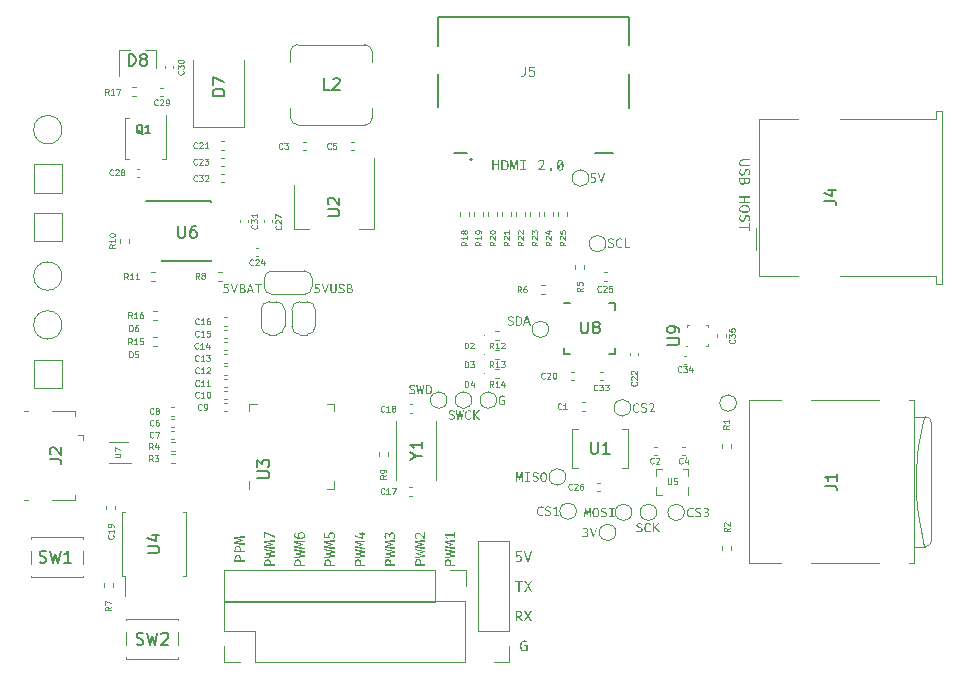
<source format=gbr>
%TF.GenerationSoftware,KiCad,Pcbnew,(6.0.0-0)*%
%TF.CreationDate,2022-10-23T11:33:14-04:00*%
%TF.ProjectId,hermes_v1,6865726d-6573-45f7-9631-2e6b69636164,rev?*%
%TF.SameCoordinates,Original*%
%TF.FileFunction,Legend,Top*%
%TF.FilePolarity,Positive*%
%FSLAX46Y46*%
G04 Gerber Fmt 4.6, Leading zero omitted, Abs format (unit mm)*
G04 Created by KiCad (PCBNEW (6.0.0-0)) date 2022-10-23 11:33:14*
%MOMM*%
%LPD*%
G01*
G04 APERTURE LIST*
%ADD10C,0.125000*%
%ADD11C,0.150000*%
%ADD12C,0.050000*%
%ADD13C,0.120000*%
%ADD14C,0.100000*%
%ADD15C,0.127000*%
%ADD16C,0.200000*%
G04 APERTURE END LIST*
D10*
%TO.C,C6*%
X137134166Y-73572321D02*
X137110357Y-73596130D01*
X137038928Y-73619940D01*
X136991309Y-73619940D01*
X136919880Y-73596130D01*
X136872261Y-73548511D01*
X136848452Y-73500892D01*
X136824642Y-73405654D01*
X136824642Y-73334226D01*
X136848452Y-73238988D01*
X136872261Y-73191369D01*
X136919880Y-73143750D01*
X136991309Y-73119940D01*
X137038928Y-73119940D01*
X137110357Y-73143750D01*
X137134166Y-73167559D01*
X137562738Y-73119940D02*
X137467500Y-73119940D01*
X137419880Y-73143750D01*
X137396071Y-73167559D01*
X137348452Y-73238988D01*
X137324642Y-73334226D01*
X137324642Y-73524702D01*
X137348452Y-73572321D01*
X137372261Y-73596130D01*
X137419880Y-73619940D01*
X137515119Y-73619940D01*
X137562738Y-73596130D01*
X137586547Y-73572321D01*
X137610357Y-73524702D01*
X137610357Y-73405654D01*
X137586547Y-73358035D01*
X137562738Y-73334226D01*
X137515119Y-73310416D01*
X137419880Y-73310416D01*
X137372261Y-73334226D01*
X137348452Y-73358035D01*
X137324642Y-73405654D01*
%TO.C,C8*%
X137134166Y-72578571D02*
X137110357Y-72602380D01*
X137038928Y-72626190D01*
X136991309Y-72626190D01*
X136919880Y-72602380D01*
X136872261Y-72554761D01*
X136848452Y-72507142D01*
X136824642Y-72411904D01*
X136824642Y-72340476D01*
X136848452Y-72245238D01*
X136872261Y-72197619D01*
X136919880Y-72150000D01*
X136991309Y-72126190D01*
X137038928Y-72126190D01*
X137110357Y-72150000D01*
X137134166Y-72173809D01*
X137419880Y-72340476D02*
X137372261Y-72316666D01*
X137348452Y-72292857D01*
X137324642Y-72245238D01*
X137324642Y-72221428D01*
X137348452Y-72173809D01*
X137372261Y-72150000D01*
X137419880Y-72126190D01*
X137515119Y-72126190D01*
X137562738Y-72150000D01*
X137586547Y-72173809D01*
X137610357Y-72221428D01*
X137610357Y-72245238D01*
X137586547Y-72292857D01*
X137562738Y-72316666D01*
X137515119Y-72340476D01*
X137419880Y-72340476D01*
X137372261Y-72364285D01*
X137348452Y-72388095D01*
X137324642Y-72435714D01*
X137324642Y-72530952D01*
X137348452Y-72578571D01*
X137372261Y-72602380D01*
X137419880Y-72626190D01*
X137515119Y-72626190D01*
X137562738Y-72602380D01*
X137586547Y-72578571D01*
X137610357Y-72530952D01*
X137610357Y-72435714D01*
X137586547Y-72388095D01*
X137562738Y-72364285D01*
X137515119Y-72340476D01*
%TO.C,C11*%
X140987322Y-70207141D02*
X140963512Y-70230950D01*
X140892084Y-70254760D01*
X140844465Y-70254760D01*
X140773036Y-70230950D01*
X140725417Y-70183331D01*
X140701608Y-70135712D01*
X140677798Y-70040474D01*
X140677798Y-69969046D01*
X140701608Y-69873808D01*
X140725417Y-69826189D01*
X140773036Y-69778570D01*
X140844465Y-69754760D01*
X140892084Y-69754760D01*
X140963512Y-69778570D01*
X140987322Y-69802379D01*
X141463512Y-70254760D02*
X141177798Y-70254760D01*
X141320655Y-70254760D02*
X141320655Y-69754760D01*
X141273036Y-69826189D01*
X141225417Y-69873808D01*
X141177798Y-69897617D01*
X141939703Y-70254760D02*
X141653989Y-70254760D01*
X141796846Y-70254760D02*
X141796846Y-69754760D01*
X141749227Y-69826189D01*
X141701608Y-69873808D01*
X141653989Y-69897617D01*
%TO.C,C12*%
X140987322Y-69121427D02*
X140963512Y-69145236D01*
X140892084Y-69169046D01*
X140844465Y-69169046D01*
X140773036Y-69145236D01*
X140725417Y-69097617D01*
X140701608Y-69049998D01*
X140677798Y-68954760D01*
X140677798Y-68883332D01*
X140701608Y-68788094D01*
X140725417Y-68740475D01*
X140773036Y-68692856D01*
X140844465Y-68669046D01*
X140892084Y-68669046D01*
X140963512Y-68692856D01*
X140987322Y-68716665D01*
X141463512Y-69169046D02*
X141177798Y-69169046D01*
X141320655Y-69169046D02*
X141320655Y-68669046D01*
X141273036Y-68740475D01*
X141225417Y-68788094D01*
X141177798Y-68811903D01*
X141653989Y-68716665D02*
X141677798Y-68692856D01*
X141725417Y-68669046D01*
X141844465Y-68669046D01*
X141892084Y-68692856D01*
X141915893Y-68716665D01*
X141939703Y-68764284D01*
X141939703Y-68811903D01*
X141915893Y-68883332D01*
X141630179Y-69169046D01*
X141939703Y-69169046D01*
%TO.C,C13*%
X140978571Y-68085713D02*
X140954761Y-68109522D01*
X140883333Y-68133332D01*
X140835714Y-68133332D01*
X140764285Y-68109522D01*
X140716666Y-68061903D01*
X140692857Y-68014284D01*
X140669047Y-67919046D01*
X140669047Y-67847618D01*
X140692857Y-67752380D01*
X140716666Y-67704761D01*
X140764285Y-67657142D01*
X140835714Y-67633332D01*
X140883333Y-67633332D01*
X140954761Y-67657142D01*
X140978571Y-67680951D01*
X141454761Y-68133332D02*
X141169047Y-68133332D01*
X141311904Y-68133332D02*
X141311904Y-67633332D01*
X141264285Y-67704761D01*
X141216666Y-67752380D01*
X141169047Y-67776189D01*
X141621428Y-67633332D02*
X141930952Y-67633332D01*
X141764285Y-67823808D01*
X141835714Y-67823808D01*
X141883333Y-67847618D01*
X141907142Y-67871427D01*
X141930952Y-67919046D01*
X141930952Y-68038094D01*
X141907142Y-68085713D01*
X141883333Y-68109522D01*
X141835714Y-68133332D01*
X141692857Y-68133332D01*
X141645238Y-68109522D01*
X141621428Y-68085713D01*
%TO.C,C14*%
X140928571Y-67049999D02*
X140904761Y-67073808D01*
X140833333Y-67097618D01*
X140785714Y-67097618D01*
X140714285Y-67073808D01*
X140666666Y-67026189D01*
X140642857Y-66978570D01*
X140619047Y-66883332D01*
X140619047Y-66811904D01*
X140642857Y-66716666D01*
X140666666Y-66669047D01*
X140714285Y-66621428D01*
X140785714Y-66597618D01*
X140833333Y-66597618D01*
X140904761Y-66621428D01*
X140928571Y-66645237D01*
X141404761Y-67097618D02*
X141119047Y-67097618D01*
X141261904Y-67097618D02*
X141261904Y-66597618D01*
X141214285Y-66669047D01*
X141166666Y-66716666D01*
X141119047Y-66740475D01*
X141833333Y-66764285D02*
X141833333Y-67097618D01*
X141714285Y-66573808D02*
X141595238Y-66930951D01*
X141904761Y-66930951D01*
%TO.C,C15*%
X140978571Y-66014285D02*
X140954761Y-66038094D01*
X140883333Y-66061904D01*
X140835714Y-66061904D01*
X140764285Y-66038094D01*
X140716666Y-65990475D01*
X140692857Y-65942856D01*
X140669047Y-65847618D01*
X140669047Y-65776190D01*
X140692857Y-65680952D01*
X140716666Y-65633333D01*
X140764285Y-65585714D01*
X140835714Y-65561904D01*
X140883333Y-65561904D01*
X140954761Y-65585714D01*
X140978571Y-65609523D01*
X141454761Y-66061904D02*
X141169047Y-66061904D01*
X141311904Y-66061904D02*
X141311904Y-65561904D01*
X141264285Y-65633333D01*
X141216666Y-65680952D01*
X141169047Y-65704761D01*
X141907142Y-65561904D02*
X141669047Y-65561904D01*
X141645238Y-65799999D01*
X141669047Y-65776190D01*
X141716666Y-65752380D01*
X141835714Y-65752380D01*
X141883333Y-65776190D01*
X141907142Y-65799999D01*
X141930952Y-65847618D01*
X141930952Y-65966666D01*
X141907142Y-66014285D01*
X141883333Y-66038094D01*
X141835714Y-66061904D01*
X141716666Y-66061904D01*
X141669047Y-66038094D01*
X141645238Y-66014285D01*
%TO.C,C16*%
X140978571Y-64978571D02*
X140954761Y-65002380D01*
X140883333Y-65026190D01*
X140835714Y-65026190D01*
X140764285Y-65002380D01*
X140716666Y-64954761D01*
X140692857Y-64907142D01*
X140669047Y-64811904D01*
X140669047Y-64740476D01*
X140692857Y-64645238D01*
X140716666Y-64597619D01*
X140764285Y-64550000D01*
X140835714Y-64526190D01*
X140883333Y-64526190D01*
X140954761Y-64550000D01*
X140978571Y-64573809D01*
X141454761Y-65026190D02*
X141169047Y-65026190D01*
X141311904Y-65026190D02*
X141311904Y-64526190D01*
X141264285Y-64597619D01*
X141216666Y-64645238D01*
X141169047Y-64669047D01*
X141883333Y-64526190D02*
X141788095Y-64526190D01*
X141740476Y-64550000D01*
X141716666Y-64573809D01*
X141669047Y-64645238D01*
X141645238Y-64740476D01*
X141645238Y-64930952D01*
X141669047Y-64978571D01*
X141692857Y-65002380D01*
X141740476Y-65026190D01*
X141835714Y-65026190D01*
X141883333Y-65002380D01*
X141907142Y-64978571D01*
X141930952Y-64930952D01*
X141930952Y-64811904D01*
X141907142Y-64764285D01*
X141883333Y-64740476D01*
X141835714Y-64716666D01*
X141740476Y-64716666D01*
X141692857Y-64740476D01*
X141669047Y-64764285D01*
X141645238Y-64811904D01*
%TO.C,C17*%
X156678571Y-79336071D02*
X156654761Y-79359880D01*
X156583333Y-79383690D01*
X156535714Y-79383690D01*
X156464285Y-79359880D01*
X156416666Y-79312261D01*
X156392857Y-79264642D01*
X156369047Y-79169404D01*
X156369047Y-79097976D01*
X156392857Y-79002738D01*
X156416666Y-78955119D01*
X156464285Y-78907500D01*
X156535714Y-78883690D01*
X156583333Y-78883690D01*
X156654761Y-78907500D01*
X156678571Y-78931309D01*
X157154761Y-79383690D02*
X156869047Y-79383690D01*
X157011904Y-79383690D02*
X157011904Y-78883690D01*
X156964285Y-78955119D01*
X156916666Y-79002738D01*
X156869047Y-79026547D01*
X157321428Y-78883690D02*
X157654761Y-78883690D01*
X157440476Y-79383690D01*
%TO.C,C18*%
X156678571Y-72378571D02*
X156654761Y-72402380D01*
X156583333Y-72426190D01*
X156535714Y-72426190D01*
X156464285Y-72402380D01*
X156416666Y-72354761D01*
X156392857Y-72307142D01*
X156369047Y-72211904D01*
X156369047Y-72140476D01*
X156392857Y-72045238D01*
X156416666Y-71997619D01*
X156464285Y-71950000D01*
X156535714Y-71926190D01*
X156583333Y-71926190D01*
X156654761Y-71950000D01*
X156678571Y-71973809D01*
X157154761Y-72426190D02*
X156869047Y-72426190D01*
X157011904Y-72426190D02*
X157011904Y-71926190D01*
X156964285Y-71997619D01*
X156916666Y-72045238D01*
X156869047Y-72069047D01*
X157440476Y-72140476D02*
X157392857Y-72116666D01*
X157369047Y-72092857D01*
X157345238Y-72045238D01*
X157345238Y-72021428D01*
X157369047Y-71973809D01*
X157392857Y-71950000D01*
X157440476Y-71926190D01*
X157535714Y-71926190D01*
X157583333Y-71950000D01*
X157607142Y-71973809D01*
X157630952Y-72021428D01*
X157630952Y-72045238D01*
X157607142Y-72092857D01*
X157583333Y-72116666D01*
X157535714Y-72140476D01*
X157440476Y-72140476D01*
X157392857Y-72164285D01*
X157369047Y-72188095D01*
X157345238Y-72235714D01*
X157345238Y-72330952D01*
X157369047Y-72378571D01*
X157392857Y-72402380D01*
X157440476Y-72426190D01*
X157535714Y-72426190D01*
X157583333Y-72402380D01*
X157607142Y-72378571D01*
X157630952Y-72330952D01*
X157630952Y-72235714D01*
X157607142Y-72188095D01*
X157583333Y-72164285D01*
X157535714Y-72140476D01*
%TO.C,C19*%
X133728571Y-82888928D02*
X133752380Y-82912738D01*
X133776190Y-82984166D01*
X133776190Y-83031785D01*
X133752380Y-83103214D01*
X133704761Y-83150833D01*
X133657142Y-83174642D01*
X133561904Y-83198452D01*
X133490476Y-83198452D01*
X133395238Y-83174642D01*
X133347619Y-83150833D01*
X133300000Y-83103214D01*
X133276190Y-83031785D01*
X133276190Y-82984166D01*
X133300000Y-82912738D01*
X133323809Y-82888928D01*
X133776190Y-82412738D02*
X133776190Y-82698452D01*
X133776190Y-82555595D02*
X133276190Y-82555595D01*
X133347619Y-82603214D01*
X133395238Y-82650833D01*
X133419047Y-82698452D01*
X133776190Y-82174642D02*
X133776190Y-82079404D01*
X133752380Y-82031785D01*
X133728571Y-82007976D01*
X133657142Y-81960357D01*
X133561904Y-81936547D01*
X133371428Y-81936547D01*
X133323809Y-81960357D01*
X133300000Y-81984166D01*
X133276190Y-82031785D01*
X133276190Y-82127023D01*
X133300000Y-82174642D01*
X133323809Y-82198452D01*
X133371428Y-82222261D01*
X133490476Y-82222261D01*
X133538095Y-82198452D01*
X133561904Y-82174642D01*
X133585714Y-82127023D01*
X133585714Y-82031785D01*
X133561904Y-81984166D01*
X133538095Y-81960357D01*
X133490476Y-81936547D01*
%TO.C,C26*%
X172578571Y-78978571D02*
X172554761Y-79002380D01*
X172483333Y-79026190D01*
X172435714Y-79026190D01*
X172364285Y-79002380D01*
X172316666Y-78954761D01*
X172292857Y-78907142D01*
X172269047Y-78811904D01*
X172269047Y-78740476D01*
X172292857Y-78645238D01*
X172316666Y-78597619D01*
X172364285Y-78550000D01*
X172435714Y-78526190D01*
X172483333Y-78526190D01*
X172554761Y-78550000D01*
X172578571Y-78573809D01*
X172769047Y-78573809D02*
X172792857Y-78550000D01*
X172840476Y-78526190D01*
X172959523Y-78526190D01*
X173007142Y-78550000D01*
X173030952Y-78573809D01*
X173054761Y-78621428D01*
X173054761Y-78669047D01*
X173030952Y-78740476D01*
X172745238Y-79026190D01*
X173054761Y-79026190D01*
X173483333Y-78526190D02*
X173388095Y-78526190D01*
X173340476Y-78550000D01*
X173316666Y-78573809D01*
X173269047Y-78645238D01*
X173245238Y-78740476D01*
X173245238Y-78930952D01*
X173269047Y-78978571D01*
X173292857Y-79002380D01*
X173340476Y-79026190D01*
X173435714Y-79026190D01*
X173483333Y-79002380D01*
X173507142Y-78978571D01*
X173530952Y-78930952D01*
X173530952Y-78811904D01*
X173507142Y-78764285D01*
X173483333Y-78740476D01*
X173435714Y-78716666D01*
X173340476Y-78716666D01*
X173292857Y-78740476D01*
X173269047Y-78764285D01*
X173245238Y-78811904D01*
%TO.C,D2*%
X163480952Y-67076190D02*
X163480952Y-66576190D01*
X163600000Y-66576190D01*
X163671428Y-66600000D01*
X163719047Y-66647619D01*
X163742857Y-66695238D01*
X163766666Y-66790476D01*
X163766666Y-66861904D01*
X163742857Y-66957142D01*
X163719047Y-67004761D01*
X163671428Y-67052380D01*
X163600000Y-67076190D01*
X163480952Y-67076190D01*
X163957142Y-66623809D02*
X163980952Y-66600000D01*
X164028571Y-66576190D01*
X164147619Y-66576190D01*
X164195238Y-66600000D01*
X164219047Y-66623809D01*
X164242857Y-66671428D01*
X164242857Y-66719047D01*
X164219047Y-66790476D01*
X163933333Y-67076190D01*
X164242857Y-67076190D01*
%TO.C,D3*%
X163530952Y-68676190D02*
X163530952Y-68176190D01*
X163650000Y-68176190D01*
X163721428Y-68200000D01*
X163769047Y-68247619D01*
X163792857Y-68295238D01*
X163816666Y-68390476D01*
X163816666Y-68461904D01*
X163792857Y-68557142D01*
X163769047Y-68604761D01*
X163721428Y-68652380D01*
X163650000Y-68676190D01*
X163530952Y-68676190D01*
X163983333Y-68176190D02*
X164292857Y-68176190D01*
X164126190Y-68366666D01*
X164197619Y-68366666D01*
X164245238Y-68390476D01*
X164269047Y-68414285D01*
X164292857Y-68461904D01*
X164292857Y-68580952D01*
X164269047Y-68628571D01*
X164245238Y-68652380D01*
X164197619Y-68676190D01*
X164054761Y-68676190D01*
X164007142Y-68652380D01*
X163983333Y-68628571D01*
%TO.C,D4*%
X163530952Y-70326190D02*
X163530952Y-69826190D01*
X163650000Y-69826190D01*
X163721428Y-69850000D01*
X163769047Y-69897619D01*
X163792857Y-69945238D01*
X163816666Y-70040476D01*
X163816666Y-70111904D01*
X163792857Y-70207142D01*
X163769047Y-70254761D01*
X163721428Y-70302380D01*
X163650000Y-70326190D01*
X163530952Y-70326190D01*
X164245238Y-69992857D02*
X164245238Y-70326190D01*
X164126190Y-69802380D02*
X164007142Y-70159523D01*
X164316666Y-70159523D01*
%TO.C,R5*%
X173478690Y-61933333D02*
X173240595Y-62100000D01*
X173478690Y-62219047D02*
X172978690Y-62219047D01*
X172978690Y-62028571D01*
X173002500Y-61980952D01*
X173026309Y-61957142D01*
X173073928Y-61933333D01*
X173145357Y-61933333D01*
X173192976Y-61957142D01*
X173216785Y-61980952D01*
X173240595Y-62028571D01*
X173240595Y-62219047D01*
X172978690Y-61480952D02*
X172978690Y-61719047D01*
X173216785Y-61742857D01*
X173192976Y-61719047D01*
X173169166Y-61671428D01*
X173169166Y-61552380D01*
X173192976Y-61504761D01*
X173216785Y-61480952D01*
X173264404Y-61457142D01*
X173383452Y-61457142D01*
X173431071Y-61480952D01*
X173454880Y-61504761D01*
X173478690Y-61552380D01*
X173478690Y-61671428D01*
X173454880Y-61719047D01*
X173431071Y-61742857D01*
%TO.C,R6*%
X168269166Y-62326190D02*
X168102500Y-62088095D01*
X167983452Y-62326190D02*
X167983452Y-61826190D01*
X168173928Y-61826190D01*
X168221547Y-61850000D01*
X168245357Y-61873809D01*
X168269166Y-61921428D01*
X168269166Y-61992857D01*
X168245357Y-62040476D01*
X168221547Y-62064285D01*
X168173928Y-62088095D01*
X167983452Y-62088095D01*
X168697738Y-61826190D02*
X168602500Y-61826190D01*
X168554880Y-61850000D01*
X168531071Y-61873809D01*
X168483452Y-61945238D01*
X168459642Y-62040476D01*
X168459642Y-62230952D01*
X168483452Y-62278571D01*
X168507261Y-62302380D01*
X168554880Y-62326190D01*
X168650119Y-62326190D01*
X168697738Y-62302380D01*
X168721547Y-62278571D01*
X168745357Y-62230952D01*
X168745357Y-62111904D01*
X168721547Y-62064285D01*
X168697738Y-62040476D01*
X168650119Y-62016666D01*
X168554880Y-62016666D01*
X168507261Y-62040476D01*
X168483452Y-62064285D01*
X168459642Y-62111904D01*
%TO.C,R7*%
X133576190Y-88950833D02*
X133338095Y-89117500D01*
X133576190Y-89236547D02*
X133076190Y-89236547D01*
X133076190Y-89046071D01*
X133100000Y-88998452D01*
X133123809Y-88974642D01*
X133171428Y-88950833D01*
X133242857Y-88950833D01*
X133290476Y-88974642D01*
X133314285Y-88998452D01*
X133338095Y-89046071D01*
X133338095Y-89236547D01*
X133076190Y-88784166D02*
X133076190Y-88450833D01*
X133576190Y-88665119D01*
%TO.C,R13*%
X165928571Y-68676190D02*
X165761904Y-68438095D01*
X165642857Y-68676190D02*
X165642857Y-68176190D01*
X165833333Y-68176190D01*
X165880952Y-68200000D01*
X165904761Y-68223809D01*
X165928571Y-68271428D01*
X165928571Y-68342857D01*
X165904761Y-68390476D01*
X165880952Y-68414285D01*
X165833333Y-68438095D01*
X165642857Y-68438095D01*
X166404761Y-68676190D02*
X166119047Y-68676190D01*
X166261904Y-68676190D02*
X166261904Y-68176190D01*
X166214285Y-68247619D01*
X166166666Y-68295238D01*
X166119047Y-68319047D01*
X166571428Y-68176190D02*
X166880952Y-68176190D01*
X166714285Y-68366666D01*
X166785714Y-68366666D01*
X166833333Y-68390476D01*
X166857142Y-68414285D01*
X166880952Y-68461904D01*
X166880952Y-68580952D01*
X166857142Y-68628571D01*
X166833333Y-68652380D01*
X166785714Y-68676190D01*
X166642857Y-68676190D01*
X166595238Y-68652380D01*
X166571428Y-68628571D01*
%TO.C,R14*%
X165928571Y-70326190D02*
X165761904Y-70088095D01*
X165642857Y-70326190D02*
X165642857Y-69826190D01*
X165833333Y-69826190D01*
X165880952Y-69850000D01*
X165904761Y-69873809D01*
X165928571Y-69921428D01*
X165928571Y-69992857D01*
X165904761Y-70040476D01*
X165880952Y-70064285D01*
X165833333Y-70088095D01*
X165642857Y-70088095D01*
X166404761Y-70326190D02*
X166119047Y-70326190D01*
X166261904Y-70326190D02*
X166261904Y-69826190D01*
X166214285Y-69897619D01*
X166166666Y-69945238D01*
X166119047Y-69969047D01*
X166833333Y-69992857D02*
X166833333Y-70326190D01*
X166714285Y-69802380D02*
X166595238Y-70159523D01*
X166904761Y-70159523D01*
D11*
%TO.C,U3*%
X145952380Y-78061904D02*
X146761904Y-78061904D01*
X146857142Y-78014285D01*
X146904761Y-77966666D01*
X146952380Y-77871428D01*
X146952380Y-77680952D01*
X146904761Y-77585714D01*
X146857142Y-77538095D01*
X146761904Y-77490476D01*
X145952380Y-77490476D01*
X145952380Y-77109523D02*
X145952380Y-76490476D01*
X146333333Y-76823809D01*
X146333333Y-76680952D01*
X146380952Y-76585714D01*
X146428571Y-76538095D01*
X146523809Y-76490476D01*
X146761904Y-76490476D01*
X146857142Y-76538095D01*
X146904761Y-76585714D01*
X146952380Y-76680952D01*
X146952380Y-76966666D01*
X146904761Y-77061904D01*
X146857142Y-77109523D01*
%TO.C,U4*%
X136652380Y-84379404D02*
X137461904Y-84379404D01*
X137557142Y-84331785D01*
X137604761Y-84284166D01*
X137652380Y-84188928D01*
X137652380Y-83998452D01*
X137604761Y-83903214D01*
X137557142Y-83855595D01*
X137461904Y-83807976D01*
X136652380Y-83807976D01*
X136985714Y-82903214D02*
X137652380Y-82903214D01*
X136604761Y-83141309D02*
X137319047Y-83379404D01*
X137319047Y-82760357D01*
%TO.C,Y1*%
X159409940Y-76158690D02*
X159886130Y-76158690D01*
X158886130Y-76492023D02*
X159409940Y-76158690D01*
X158886130Y-75825357D01*
X159886130Y-74968214D02*
X159886130Y-75539642D01*
X159886130Y-75253928D02*
X158886130Y-75253928D01*
X159028988Y-75349166D01*
X159124226Y-75444404D01*
X159171845Y-75539642D01*
D10*
%TO.C,C9*%
X141216666Y-72228571D02*
X141192857Y-72252380D01*
X141121428Y-72276190D01*
X141073809Y-72276190D01*
X141002380Y-72252380D01*
X140954761Y-72204761D01*
X140930952Y-72157142D01*
X140907142Y-72061904D01*
X140907142Y-71990476D01*
X140930952Y-71895238D01*
X140954761Y-71847619D01*
X141002380Y-71800000D01*
X141073809Y-71776190D01*
X141121428Y-71776190D01*
X141192857Y-71800000D01*
X141216666Y-71823809D01*
X141454761Y-72276190D02*
X141550000Y-72276190D01*
X141597619Y-72252380D01*
X141621428Y-72228571D01*
X141669047Y-72157142D01*
X141692857Y-72061904D01*
X141692857Y-71871428D01*
X141669047Y-71823809D01*
X141645238Y-71800000D01*
X141597619Y-71776190D01*
X141502380Y-71776190D01*
X141454761Y-71800000D01*
X141430952Y-71823809D01*
X141407142Y-71871428D01*
X141407142Y-71990476D01*
X141430952Y-72038095D01*
X141454761Y-72061904D01*
X141502380Y-72085714D01*
X141597619Y-72085714D01*
X141645238Y-72061904D01*
X141669047Y-72038095D01*
X141692857Y-71990476D01*
%TO.C,R3*%
X137084166Y-76631190D02*
X136917500Y-76393095D01*
X136798452Y-76631190D02*
X136798452Y-76131190D01*
X136988928Y-76131190D01*
X137036547Y-76155000D01*
X137060357Y-76178809D01*
X137084166Y-76226428D01*
X137084166Y-76297857D01*
X137060357Y-76345476D01*
X137036547Y-76369285D01*
X136988928Y-76393095D01*
X136798452Y-76393095D01*
X137250833Y-76131190D02*
X137560357Y-76131190D01*
X137393690Y-76321666D01*
X137465119Y-76321666D01*
X137512738Y-76345476D01*
X137536547Y-76369285D01*
X137560357Y-76416904D01*
X137560357Y-76535952D01*
X137536547Y-76583571D01*
X137512738Y-76607380D01*
X137465119Y-76631190D01*
X137322261Y-76631190D01*
X137274642Y-76607380D01*
X137250833Y-76583571D01*
D11*
%TO.C,SW1*%
X127516666Y-85154761D02*
X127659523Y-85202380D01*
X127897619Y-85202380D01*
X127992857Y-85154761D01*
X128040476Y-85107142D01*
X128088095Y-85011904D01*
X128088095Y-84916666D01*
X128040476Y-84821428D01*
X127992857Y-84773809D01*
X127897619Y-84726190D01*
X127707142Y-84678571D01*
X127611904Y-84630952D01*
X127564285Y-84583333D01*
X127516666Y-84488095D01*
X127516666Y-84392857D01*
X127564285Y-84297619D01*
X127611904Y-84250000D01*
X127707142Y-84202380D01*
X127945238Y-84202380D01*
X128088095Y-84250000D01*
X128421428Y-84202380D02*
X128659523Y-85202380D01*
X128850000Y-84488095D01*
X129040476Y-85202380D01*
X129278571Y-84202380D01*
X130183333Y-85202380D02*
X129611904Y-85202380D01*
X129897619Y-85202380D02*
X129897619Y-84202380D01*
X129802380Y-84345238D01*
X129707142Y-84440476D01*
X129611904Y-84488095D01*
%TO.C,J2*%
X128352380Y-76458333D02*
X129066666Y-76458333D01*
X129209523Y-76505952D01*
X129304761Y-76601190D01*
X129352380Y-76744047D01*
X129352380Y-76839285D01*
X128447619Y-76029761D02*
X128400000Y-75982142D01*
X128352380Y-75886904D01*
X128352380Y-75648809D01*
X128400000Y-75553571D01*
X128447619Y-75505952D01*
X128542857Y-75458333D01*
X128638095Y-75458333D01*
X128780952Y-75505952D01*
X129352380Y-76077380D01*
X129352380Y-75458333D01*
D10*
%TO.C,R9*%
X156842440Y-77800833D02*
X156604345Y-77967500D01*
X156842440Y-78086547D02*
X156342440Y-78086547D01*
X156342440Y-77896071D01*
X156366250Y-77848452D01*
X156390059Y-77824642D01*
X156437678Y-77800833D01*
X156509107Y-77800833D01*
X156556726Y-77824642D01*
X156580535Y-77848452D01*
X156604345Y-77896071D01*
X156604345Y-78086547D01*
X156842440Y-77562738D02*
X156842440Y-77467500D01*
X156818630Y-77419880D01*
X156794821Y-77396071D01*
X156723392Y-77348452D01*
X156628154Y-77324642D01*
X156437678Y-77324642D01*
X156390059Y-77348452D01*
X156366250Y-77372261D01*
X156342440Y-77419880D01*
X156342440Y-77515119D01*
X156366250Y-77562738D01*
X156390059Y-77586547D01*
X156437678Y-77610357D01*
X156556726Y-77610357D01*
X156604345Y-77586547D01*
X156628154Y-77562738D01*
X156651964Y-77515119D01*
X156651964Y-77419880D01*
X156628154Y-77372261D01*
X156604345Y-77348452D01*
X156556726Y-77324642D01*
%TO.C,C10*%
X140987322Y-71192855D02*
X140963512Y-71216664D01*
X140892084Y-71240474D01*
X140844465Y-71240474D01*
X140773036Y-71216664D01*
X140725417Y-71169045D01*
X140701608Y-71121426D01*
X140677798Y-71026188D01*
X140677798Y-70954760D01*
X140701608Y-70859522D01*
X140725417Y-70811903D01*
X140773036Y-70764284D01*
X140844465Y-70740474D01*
X140892084Y-70740474D01*
X140963512Y-70764284D01*
X140987322Y-70788093D01*
X141463512Y-71240474D02*
X141177798Y-71240474D01*
X141320655Y-71240474D02*
X141320655Y-70740474D01*
X141273036Y-70811903D01*
X141225417Y-70859522D01*
X141177798Y-70883331D01*
X141773036Y-70740474D02*
X141820655Y-70740474D01*
X141868274Y-70764284D01*
X141892084Y-70788093D01*
X141915893Y-70835712D01*
X141939703Y-70930950D01*
X141939703Y-71049998D01*
X141915893Y-71145236D01*
X141892084Y-71192855D01*
X141868274Y-71216664D01*
X141820655Y-71240474D01*
X141773036Y-71240474D01*
X141725417Y-71216664D01*
X141701608Y-71192855D01*
X141677798Y-71145236D01*
X141653989Y-71049998D01*
X141653989Y-70930950D01*
X141677798Y-70835712D01*
X141701608Y-70788093D01*
X141725417Y-70764284D01*
X141773036Y-70740474D01*
D11*
%TO.C,SW2*%
X135716666Y-92104761D02*
X135859523Y-92152380D01*
X136097619Y-92152380D01*
X136192857Y-92104761D01*
X136240476Y-92057142D01*
X136288095Y-91961904D01*
X136288095Y-91866666D01*
X136240476Y-91771428D01*
X136192857Y-91723809D01*
X136097619Y-91676190D01*
X135907142Y-91628571D01*
X135811904Y-91580952D01*
X135764285Y-91533333D01*
X135716666Y-91438095D01*
X135716666Y-91342857D01*
X135764285Y-91247619D01*
X135811904Y-91200000D01*
X135907142Y-91152380D01*
X136145238Y-91152380D01*
X136288095Y-91200000D01*
X136621428Y-91152380D02*
X136859523Y-92152380D01*
X137050000Y-91438095D01*
X137240476Y-92152380D01*
X137478571Y-91152380D01*
X137811904Y-91247619D02*
X137859523Y-91200000D01*
X137954761Y-91152380D01*
X138192857Y-91152380D01*
X138288095Y-91200000D01*
X138335714Y-91247619D01*
X138383333Y-91342857D01*
X138383333Y-91438095D01*
X138335714Y-91580952D01*
X137764285Y-92152380D01*
X138383333Y-92152380D01*
D10*
%TO.C,C7*%
X137134166Y-74566071D02*
X137110357Y-74589880D01*
X137038928Y-74613690D01*
X136991309Y-74613690D01*
X136919880Y-74589880D01*
X136872261Y-74542261D01*
X136848452Y-74494642D01*
X136824642Y-74399404D01*
X136824642Y-74327976D01*
X136848452Y-74232738D01*
X136872261Y-74185119D01*
X136919880Y-74137500D01*
X136991309Y-74113690D01*
X137038928Y-74113690D01*
X137110357Y-74137500D01*
X137134166Y-74161309D01*
X137300833Y-74113690D02*
X137634166Y-74113690D01*
X137419880Y-74613690D01*
%TO.C,R12*%
X165928571Y-67076190D02*
X165761904Y-66838095D01*
X165642857Y-67076190D02*
X165642857Y-66576190D01*
X165833333Y-66576190D01*
X165880952Y-66600000D01*
X165904761Y-66623809D01*
X165928571Y-66671428D01*
X165928571Y-66742857D01*
X165904761Y-66790476D01*
X165880952Y-66814285D01*
X165833333Y-66838095D01*
X165642857Y-66838095D01*
X166404761Y-67076190D02*
X166119047Y-67076190D01*
X166261904Y-67076190D02*
X166261904Y-66576190D01*
X166214285Y-66647619D01*
X166166666Y-66695238D01*
X166119047Y-66719047D01*
X166595238Y-66623809D02*
X166619047Y-66600000D01*
X166666666Y-66576190D01*
X166785714Y-66576190D01*
X166833333Y-66600000D01*
X166857142Y-66623809D01*
X166880952Y-66671428D01*
X166880952Y-66719047D01*
X166857142Y-66790476D01*
X166571428Y-67076190D01*
X166880952Y-67076190D01*
%TO.C,R15*%
X135311071Y-66726190D02*
X135144404Y-66488095D01*
X135025357Y-66726190D02*
X135025357Y-66226190D01*
X135215833Y-66226190D01*
X135263452Y-66250000D01*
X135287261Y-66273809D01*
X135311071Y-66321428D01*
X135311071Y-66392857D01*
X135287261Y-66440476D01*
X135263452Y-66464285D01*
X135215833Y-66488095D01*
X135025357Y-66488095D01*
X135787261Y-66726190D02*
X135501547Y-66726190D01*
X135644404Y-66726190D02*
X135644404Y-66226190D01*
X135596785Y-66297619D01*
X135549166Y-66345238D01*
X135501547Y-66369047D01*
X136239642Y-66226190D02*
X136001547Y-66226190D01*
X135977738Y-66464285D01*
X136001547Y-66440476D01*
X136049166Y-66416666D01*
X136168214Y-66416666D01*
X136215833Y-66440476D01*
X136239642Y-66464285D01*
X136263452Y-66511904D01*
X136263452Y-66630952D01*
X136239642Y-66678571D01*
X136215833Y-66702380D01*
X136168214Y-66726190D01*
X136049166Y-66726190D01*
X136001547Y-66702380D01*
X135977738Y-66678571D01*
%TO.C,R16*%
X135311071Y-64501190D02*
X135144404Y-64263095D01*
X135025357Y-64501190D02*
X135025357Y-64001190D01*
X135215833Y-64001190D01*
X135263452Y-64025000D01*
X135287261Y-64048809D01*
X135311071Y-64096428D01*
X135311071Y-64167857D01*
X135287261Y-64215476D01*
X135263452Y-64239285D01*
X135215833Y-64263095D01*
X135025357Y-64263095D01*
X135787261Y-64501190D02*
X135501547Y-64501190D01*
X135644404Y-64501190D02*
X135644404Y-64001190D01*
X135596785Y-64072619D01*
X135549166Y-64120238D01*
X135501547Y-64144047D01*
X136215833Y-64001190D02*
X136120595Y-64001190D01*
X136072976Y-64025000D01*
X136049166Y-64048809D01*
X136001547Y-64120238D01*
X135977738Y-64215476D01*
X135977738Y-64405952D01*
X136001547Y-64453571D01*
X136025357Y-64477380D01*
X136072976Y-64501190D01*
X136168214Y-64501190D01*
X136215833Y-64477380D01*
X136239642Y-64453571D01*
X136263452Y-64405952D01*
X136263452Y-64286904D01*
X136239642Y-64239285D01*
X136215833Y-64215476D01*
X136168214Y-64191666D01*
X136072976Y-64191666D01*
X136025357Y-64215476D01*
X136001547Y-64239285D01*
X135977738Y-64286904D01*
%TO.C,D5*%
X135113452Y-67826190D02*
X135113452Y-67326190D01*
X135232500Y-67326190D01*
X135303928Y-67350000D01*
X135351547Y-67397619D01*
X135375357Y-67445238D01*
X135399166Y-67540476D01*
X135399166Y-67611904D01*
X135375357Y-67707142D01*
X135351547Y-67754761D01*
X135303928Y-67802380D01*
X135232500Y-67826190D01*
X135113452Y-67826190D01*
X135851547Y-67326190D02*
X135613452Y-67326190D01*
X135589642Y-67564285D01*
X135613452Y-67540476D01*
X135661071Y-67516666D01*
X135780119Y-67516666D01*
X135827738Y-67540476D01*
X135851547Y-67564285D01*
X135875357Y-67611904D01*
X135875357Y-67730952D01*
X135851547Y-67778571D01*
X135827738Y-67802380D01*
X135780119Y-67826190D01*
X135661071Y-67826190D01*
X135613452Y-67802380D01*
X135589642Y-67778571D01*
%TO.C,D6*%
X135113452Y-65601190D02*
X135113452Y-65101190D01*
X135232500Y-65101190D01*
X135303928Y-65125000D01*
X135351547Y-65172619D01*
X135375357Y-65220238D01*
X135399166Y-65315476D01*
X135399166Y-65386904D01*
X135375357Y-65482142D01*
X135351547Y-65529761D01*
X135303928Y-65577380D01*
X135232500Y-65601190D01*
X135113452Y-65601190D01*
X135827738Y-65101190D02*
X135732500Y-65101190D01*
X135684880Y-65125000D01*
X135661071Y-65148809D01*
X135613452Y-65220238D01*
X135589642Y-65315476D01*
X135589642Y-65505952D01*
X135613452Y-65553571D01*
X135637261Y-65577380D01*
X135684880Y-65601190D01*
X135780119Y-65601190D01*
X135827738Y-65577380D01*
X135851547Y-65553571D01*
X135875357Y-65505952D01*
X135875357Y-65386904D01*
X135851547Y-65339285D01*
X135827738Y-65315476D01*
X135780119Y-65291666D01*
X135684880Y-65291666D01*
X135637261Y-65315476D01*
X135613452Y-65339285D01*
X135589642Y-65386904D01*
%TO.C,R4*%
X137084166Y-75617440D02*
X136917500Y-75379345D01*
X136798452Y-75617440D02*
X136798452Y-75117440D01*
X136988928Y-75117440D01*
X137036547Y-75141250D01*
X137060357Y-75165059D01*
X137084166Y-75212678D01*
X137084166Y-75284107D01*
X137060357Y-75331726D01*
X137036547Y-75355535D01*
X136988928Y-75379345D01*
X136798452Y-75379345D01*
X137512738Y-75284107D02*
X137512738Y-75617440D01*
X137393690Y-75093630D02*
X137274642Y-75450773D01*
X137584166Y-75450773D01*
%TO.C,U7*%
X133851190Y-76255952D02*
X134255952Y-76255952D01*
X134303571Y-76232142D01*
X134327380Y-76208333D01*
X134351190Y-76160714D01*
X134351190Y-76065476D01*
X134327380Y-76017857D01*
X134303571Y-75994047D01*
X134255952Y-75970238D01*
X133851190Y-75970238D01*
X133851190Y-75779761D02*
X133851190Y-75446428D01*
X134351190Y-75660714D01*
D11*
%TO.C,U8*%
X173340595Y-64802380D02*
X173340595Y-65611904D01*
X173388214Y-65707142D01*
X173435833Y-65754761D01*
X173531071Y-65802380D01*
X173721547Y-65802380D01*
X173816785Y-65754761D01*
X173864404Y-65707142D01*
X173912023Y-65611904D01*
X173912023Y-64802380D01*
X174531071Y-65230952D02*
X174435833Y-65183333D01*
X174388214Y-65135714D01*
X174340595Y-65040476D01*
X174340595Y-64992857D01*
X174388214Y-64897619D01*
X174435833Y-64850000D01*
X174531071Y-64802380D01*
X174721547Y-64802380D01*
X174816785Y-64850000D01*
X174864404Y-64897619D01*
X174912023Y-64992857D01*
X174912023Y-65040476D01*
X174864404Y-65135714D01*
X174816785Y-65183333D01*
X174721547Y-65230952D01*
X174531071Y-65230952D01*
X174435833Y-65278571D01*
X174388214Y-65326190D01*
X174340595Y-65421428D01*
X174340595Y-65611904D01*
X174388214Y-65707142D01*
X174435833Y-65754761D01*
X174531071Y-65802380D01*
X174721547Y-65802380D01*
X174816785Y-65754761D01*
X174864404Y-65707142D01*
X174912023Y-65611904D01*
X174912023Y-65421428D01*
X174864404Y-65326190D01*
X174816785Y-65278571D01*
X174721547Y-65230952D01*
D10*
%TO.C,C35*%
X186328571Y-66321428D02*
X186352380Y-66345238D01*
X186376190Y-66416666D01*
X186376190Y-66464285D01*
X186352380Y-66535714D01*
X186304761Y-66583333D01*
X186257142Y-66607142D01*
X186161904Y-66630952D01*
X186090476Y-66630952D01*
X185995238Y-66607142D01*
X185947619Y-66583333D01*
X185900000Y-66535714D01*
X185876190Y-66464285D01*
X185876190Y-66416666D01*
X185900000Y-66345238D01*
X185923809Y-66321428D01*
X185876190Y-66154761D02*
X185876190Y-65845238D01*
X186066666Y-66011904D01*
X186066666Y-65940476D01*
X186090476Y-65892857D01*
X186114285Y-65869047D01*
X186161904Y-65845238D01*
X186280952Y-65845238D01*
X186328571Y-65869047D01*
X186352380Y-65892857D01*
X186376190Y-65940476D01*
X186376190Y-66083333D01*
X186352380Y-66130952D01*
X186328571Y-66154761D01*
X185876190Y-65392857D02*
X185876190Y-65630952D01*
X186114285Y-65654761D01*
X186090476Y-65630952D01*
X186066666Y-65583333D01*
X186066666Y-65464285D01*
X186090476Y-65416666D01*
X186114285Y-65392857D01*
X186161904Y-65369047D01*
X186280952Y-65369047D01*
X186328571Y-65392857D01*
X186352380Y-65416666D01*
X186376190Y-65464285D01*
X186376190Y-65583333D01*
X186352380Y-65630952D01*
X186328571Y-65654761D01*
%TO.C,R19*%
X164911904Y-58021428D02*
X164673809Y-58188095D01*
X164911904Y-58307142D02*
X164411904Y-58307142D01*
X164411904Y-58116666D01*
X164435714Y-58069047D01*
X164459523Y-58045238D01*
X164507142Y-58021428D01*
X164578571Y-58021428D01*
X164626190Y-58045238D01*
X164649999Y-58069047D01*
X164673809Y-58116666D01*
X164673809Y-58307142D01*
X164911904Y-57545238D02*
X164911904Y-57830952D01*
X164911904Y-57688095D02*
X164411904Y-57688095D01*
X164483333Y-57735714D01*
X164530952Y-57783333D01*
X164554761Y-57830952D01*
X164911904Y-57307142D02*
X164911904Y-57211904D01*
X164888094Y-57164285D01*
X164864285Y-57140476D01*
X164792856Y-57092857D01*
X164697618Y-57069047D01*
X164507142Y-57069047D01*
X164459523Y-57092857D01*
X164435714Y-57116666D01*
X164411904Y-57164285D01*
X164411904Y-57259523D01*
X164435714Y-57307142D01*
X164459523Y-57330952D01*
X164507142Y-57354761D01*
X164626190Y-57354761D01*
X164673809Y-57330952D01*
X164697618Y-57307142D01*
X164721428Y-57259523D01*
X164721428Y-57164285D01*
X164697618Y-57116666D01*
X164673809Y-57092857D01*
X164626190Y-57069047D01*
%TO.C,C24*%
X145578571Y-59978571D02*
X145554761Y-60002380D01*
X145483333Y-60026190D01*
X145435714Y-60026190D01*
X145364285Y-60002380D01*
X145316666Y-59954761D01*
X145292857Y-59907142D01*
X145269047Y-59811904D01*
X145269047Y-59740476D01*
X145292857Y-59645238D01*
X145316666Y-59597619D01*
X145364285Y-59550000D01*
X145435714Y-59526190D01*
X145483333Y-59526190D01*
X145554761Y-59550000D01*
X145578571Y-59573809D01*
X145769047Y-59573809D02*
X145792857Y-59550000D01*
X145840476Y-59526190D01*
X145959523Y-59526190D01*
X146007142Y-59550000D01*
X146030952Y-59573809D01*
X146054761Y-59621428D01*
X146054761Y-59669047D01*
X146030952Y-59740476D01*
X145745238Y-60026190D01*
X146054761Y-60026190D01*
X146483333Y-59692857D02*
X146483333Y-60026190D01*
X146364285Y-59502380D02*
X146245238Y-59859523D01*
X146554761Y-59859523D01*
D11*
%TO.C,L2*%
X152058333Y-45177380D02*
X151582142Y-45177380D01*
X151582142Y-44177380D01*
X152344047Y-44272619D02*
X152391666Y-44225000D01*
X152486904Y-44177380D01*
X152725000Y-44177380D01*
X152820238Y-44225000D01*
X152867857Y-44272619D01*
X152915476Y-44367857D01*
X152915476Y-44463095D01*
X152867857Y-44605952D01*
X152296428Y-45177380D01*
X152915476Y-45177380D01*
D12*
%TO.C,J5*%
X168583181Y-43211654D02*
X168583181Y-43783409D01*
X168545064Y-43897760D01*
X168468830Y-43973994D01*
X168354479Y-44012111D01*
X168278245Y-44012111D01*
X169345521Y-43211654D02*
X168964351Y-43211654D01*
X168926234Y-43592824D01*
X168964351Y-43554707D01*
X169040585Y-43516590D01*
X169231170Y-43516590D01*
X169307404Y-43554707D01*
X169345521Y-43592824D01*
X169383638Y-43669058D01*
X169383638Y-43859643D01*
X169345521Y-43935877D01*
X169307404Y-43973994D01*
X169231170Y-44012111D01*
X169040585Y-44012111D01*
X168964351Y-43973994D01*
X168926234Y-43935877D01*
D10*
%TO.C,C3*%
X148066666Y-50128571D02*
X148042857Y-50152380D01*
X147971428Y-50176190D01*
X147923809Y-50176190D01*
X147852380Y-50152380D01*
X147804761Y-50104761D01*
X147780952Y-50057142D01*
X147757142Y-49961904D01*
X147757142Y-49890476D01*
X147780952Y-49795238D01*
X147804761Y-49747619D01*
X147852380Y-49700000D01*
X147923809Y-49676190D01*
X147971428Y-49676190D01*
X148042857Y-49700000D01*
X148066666Y-49723809D01*
X148233333Y-49676190D02*
X148542857Y-49676190D01*
X148376190Y-49866666D01*
X148447619Y-49866666D01*
X148495238Y-49890476D01*
X148519047Y-49914285D01*
X148542857Y-49961904D01*
X148542857Y-50080952D01*
X148519047Y-50128571D01*
X148495238Y-50152380D01*
X148447619Y-50176190D01*
X148304761Y-50176190D01*
X148257142Y-50152380D01*
X148233333Y-50128571D01*
%TO.C,C5*%
X152166666Y-50128571D02*
X152142857Y-50152380D01*
X152071428Y-50176190D01*
X152023809Y-50176190D01*
X151952380Y-50152380D01*
X151904761Y-50104761D01*
X151880952Y-50057142D01*
X151857142Y-49961904D01*
X151857142Y-49890476D01*
X151880952Y-49795238D01*
X151904761Y-49747619D01*
X151952380Y-49700000D01*
X152023809Y-49676190D01*
X152071428Y-49676190D01*
X152142857Y-49700000D01*
X152166666Y-49723809D01*
X152619047Y-49676190D02*
X152380952Y-49676190D01*
X152357142Y-49914285D01*
X152380952Y-49890476D01*
X152428571Y-49866666D01*
X152547619Y-49866666D01*
X152595238Y-49890476D01*
X152619047Y-49914285D01*
X152642857Y-49961904D01*
X152642857Y-50080952D01*
X152619047Y-50128571D01*
X152595238Y-50152380D01*
X152547619Y-50176190D01*
X152428571Y-50176190D01*
X152380952Y-50152380D01*
X152357142Y-50128571D01*
%TO.C,C31*%
X145878571Y-56621428D02*
X145902380Y-56645238D01*
X145926190Y-56716666D01*
X145926190Y-56764285D01*
X145902380Y-56835714D01*
X145854761Y-56883333D01*
X145807142Y-56907142D01*
X145711904Y-56930952D01*
X145640476Y-56930952D01*
X145545238Y-56907142D01*
X145497619Y-56883333D01*
X145450000Y-56835714D01*
X145426190Y-56764285D01*
X145426190Y-56716666D01*
X145450000Y-56645238D01*
X145473809Y-56621428D01*
X145426190Y-56454761D02*
X145426190Y-56145238D01*
X145616666Y-56311904D01*
X145616666Y-56240476D01*
X145640476Y-56192857D01*
X145664285Y-56169047D01*
X145711904Y-56145238D01*
X145830952Y-56145238D01*
X145878571Y-56169047D01*
X145902380Y-56192857D01*
X145926190Y-56240476D01*
X145926190Y-56383333D01*
X145902380Y-56430952D01*
X145878571Y-56454761D01*
X145926190Y-55669047D02*
X145926190Y-55954761D01*
X145926190Y-55811904D02*
X145426190Y-55811904D01*
X145497619Y-55859523D01*
X145545238Y-55907142D01*
X145569047Y-55954761D01*
%TO.C,R8*%
X141016666Y-61176190D02*
X140850000Y-60938095D01*
X140730952Y-61176190D02*
X140730952Y-60676190D01*
X140921428Y-60676190D01*
X140969047Y-60700000D01*
X140992857Y-60723809D01*
X141016666Y-60771428D01*
X141016666Y-60842857D01*
X140992857Y-60890476D01*
X140969047Y-60914285D01*
X140921428Y-60938095D01*
X140730952Y-60938095D01*
X141302380Y-60890476D02*
X141254761Y-60866666D01*
X141230952Y-60842857D01*
X141207142Y-60795238D01*
X141207142Y-60771428D01*
X141230952Y-60723809D01*
X141254761Y-60700000D01*
X141302380Y-60676190D01*
X141397619Y-60676190D01*
X141445238Y-60700000D01*
X141469047Y-60723809D01*
X141492857Y-60771428D01*
X141492857Y-60795238D01*
X141469047Y-60842857D01*
X141445238Y-60866666D01*
X141397619Y-60890476D01*
X141302380Y-60890476D01*
X141254761Y-60914285D01*
X141230952Y-60938095D01*
X141207142Y-60985714D01*
X141207142Y-61080952D01*
X141230952Y-61128571D01*
X141254761Y-61152380D01*
X141302380Y-61176190D01*
X141397619Y-61176190D01*
X141445238Y-61152380D01*
X141469047Y-61128571D01*
X141492857Y-61080952D01*
X141492857Y-60985714D01*
X141469047Y-60938095D01*
X141445238Y-60914285D01*
X141397619Y-60890476D01*
D11*
%TO.C,U6*%
X139238095Y-56702380D02*
X139238095Y-57511904D01*
X139285714Y-57607142D01*
X139333333Y-57654761D01*
X139428571Y-57702380D01*
X139619047Y-57702380D01*
X139714285Y-57654761D01*
X139761904Y-57607142D01*
X139809523Y-57511904D01*
X139809523Y-56702380D01*
X140714285Y-56702380D02*
X140523809Y-56702380D01*
X140428571Y-56750000D01*
X140380952Y-56797619D01*
X140285714Y-56940476D01*
X140238095Y-57130952D01*
X140238095Y-57511904D01*
X140285714Y-57607142D01*
X140333333Y-57654761D01*
X140428571Y-57702380D01*
X140619047Y-57702380D01*
X140714285Y-57654761D01*
X140761904Y-57607142D01*
X140809523Y-57511904D01*
X140809523Y-57273809D01*
X140761904Y-57178571D01*
X140714285Y-57130952D01*
X140619047Y-57083333D01*
X140428571Y-57083333D01*
X140333333Y-57130952D01*
X140285714Y-57178571D01*
X140238095Y-57273809D01*
D10*
%TO.C,C4*%
X181941666Y-76778571D02*
X181917857Y-76802380D01*
X181846428Y-76826190D01*
X181798809Y-76826190D01*
X181727380Y-76802380D01*
X181679761Y-76754761D01*
X181655952Y-76707142D01*
X181632142Y-76611904D01*
X181632142Y-76540476D01*
X181655952Y-76445238D01*
X181679761Y-76397619D01*
X181727380Y-76350000D01*
X181798809Y-76326190D01*
X181846428Y-76326190D01*
X181917857Y-76350000D01*
X181941666Y-76373809D01*
X182370238Y-76492857D02*
X182370238Y-76826190D01*
X182251190Y-76302380D02*
X182132142Y-76659523D01*
X182441666Y-76659523D01*
%TO.C,R10*%
X133901190Y-58271428D02*
X133663095Y-58438095D01*
X133901190Y-58557142D02*
X133401190Y-58557142D01*
X133401190Y-58366666D01*
X133425000Y-58319047D01*
X133448809Y-58295238D01*
X133496428Y-58271428D01*
X133567857Y-58271428D01*
X133615476Y-58295238D01*
X133639285Y-58319047D01*
X133663095Y-58366666D01*
X133663095Y-58557142D01*
X133901190Y-57795238D02*
X133901190Y-58080952D01*
X133901190Y-57938095D02*
X133401190Y-57938095D01*
X133472619Y-57985714D01*
X133520238Y-58033333D01*
X133544047Y-58080952D01*
X133401190Y-57485714D02*
X133401190Y-57438095D01*
X133425000Y-57390476D01*
X133448809Y-57366666D01*
X133496428Y-57342857D01*
X133591666Y-57319047D01*
X133710714Y-57319047D01*
X133805952Y-57342857D01*
X133853571Y-57366666D01*
X133877380Y-57390476D01*
X133901190Y-57438095D01*
X133901190Y-57485714D01*
X133877380Y-57533333D01*
X133853571Y-57557142D01*
X133805952Y-57580952D01*
X133710714Y-57604761D01*
X133591666Y-57604761D01*
X133496428Y-57580952D01*
X133448809Y-57557142D01*
X133425000Y-57533333D01*
X133401190Y-57485714D01*
%TO.C,C34*%
X181828571Y-69028571D02*
X181804761Y-69052380D01*
X181733333Y-69076190D01*
X181685714Y-69076190D01*
X181614285Y-69052380D01*
X181566666Y-69004761D01*
X181542857Y-68957142D01*
X181519047Y-68861904D01*
X181519047Y-68790476D01*
X181542857Y-68695238D01*
X181566666Y-68647619D01*
X181614285Y-68600000D01*
X181685714Y-68576190D01*
X181733333Y-68576190D01*
X181804761Y-68600000D01*
X181828571Y-68623809D01*
X181995238Y-68576190D02*
X182304761Y-68576190D01*
X182138095Y-68766666D01*
X182209523Y-68766666D01*
X182257142Y-68790476D01*
X182280952Y-68814285D01*
X182304761Y-68861904D01*
X182304761Y-68980952D01*
X182280952Y-69028571D01*
X182257142Y-69052380D01*
X182209523Y-69076190D01*
X182066666Y-69076190D01*
X182019047Y-69052380D01*
X181995238Y-69028571D01*
X182733333Y-68742857D02*
X182733333Y-69076190D01*
X182614285Y-68552380D02*
X182495238Y-68909523D01*
X182804761Y-68909523D01*
%TO.C,R20*%
X166097618Y-58021428D02*
X165859523Y-58188095D01*
X166097618Y-58307142D02*
X165597618Y-58307142D01*
X165597618Y-58116666D01*
X165621428Y-58069047D01*
X165645237Y-58045238D01*
X165692856Y-58021428D01*
X165764285Y-58021428D01*
X165811904Y-58045238D01*
X165835713Y-58069047D01*
X165859523Y-58116666D01*
X165859523Y-58307142D01*
X165645237Y-57830952D02*
X165621428Y-57807142D01*
X165597618Y-57759523D01*
X165597618Y-57640476D01*
X165621428Y-57592857D01*
X165645237Y-57569047D01*
X165692856Y-57545238D01*
X165740475Y-57545238D01*
X165811904Y-57569047D01*
X166097618Y-57854761D01*
X166097618Y-57545238D01*
X165597618Y-57235714D02*
X165597618Y-57188095D01*
X165621428Y-57140476D01*
X165645237Y-57116666D01*
X165692856Y-57092857D01*
X165788094Y-57069047D01*
X165907142Y-57069047D01*
X166002380Y-57092857D01*
X166049999Y-57116666D01*
X166073808Y-57140476D01*
X166097618Y-57188095D01*
X166097618Y-57235714D01*
X166073808Y-57283333D01*
X166049999Y-57307142D01*
X166002380Y-57330952D01*
X165907142Y-57354761D01*
X165788094Y-57354761D01*
X165692856Y-57330952D01*
X165645237Y-57307142D01*
X165621428Y-57283333D01*
X165597618Y-57235714D01*
%TO.C,C27*%
X147928571Y-56671428D02*
X147952380Y-56695238D01*
X147976190Y-56766666D01*
X147976190Y-56814285D01*
X147952380Y-56885714D01*
X147904761Y-56933333D01*
X147857142Y-56957142D01*
X147761904Y-56980952D01*
X147690476Y-56980952D01*
X147595238Y-56957142D01*
X147547619Y-56933333D01*
X147500000Y-56885714D01*
X147476190Y-56814285D01*
X147476190Y-56766666D01*
X147500000Y-56695238D01*
X147523809Y-56671428D01*
X147523809Y-56480952D02*
X147500000Y-56457142D01*
X147476190Y-56409523D01*
X147476190Y-56290476D01*
X147500000Y-56242857D01*
X147523809Y-56219047D01*
X147571428Y-56195238D01*
X147619047Y-56195238D01*
X147690476Y-56219047D01*
X147976190Y-56504761D01*
X147976190Y-56195238D01*
X147476190Y-56028571D02*
X147476190Y-55695238D01*
X147976190Y-55909523D01*
%TO.C,R24*%
X170840474Y-58021428D02*
X170602379Y-58188095D01*
X170840474Y-58307142D02*
X170340474Y-58307142D01*
X170340474Y-58116666D01*
X170364284Y-58069047D01*
X170388093Y-58045238D01*
X170435712Y-58021428D01*
X170507141Y-58021428D01*
X170554760Y-58045238D01*
X170578569Y-58069047D01*
X170602379Y-58116666D01*
X170602379Y-58307142D01*
X170388093Y-57830952D02*
X170364284Y-57807142D01*
X170340474Y-57759523D01*
X170340474Y-57640476D01*
X170364284Y-57592857D01*
X170388093Y-57569047D01*
X170435712Y-57545238D01*
X170483331Y-57545238D01*
X170554760Y-57569047D01*
X170840474Y-57854761D01*
X170840474Y-57545238D01*
X170507141Y-57116666D02*
X170840474Y-57116666D01*
X170316664Y-57235714D02*
X170673807Y-57354761D01*
X170673807Y-57045238D01*
%TO.C,R2*%
X185926190Y-82283333D02*
X185688095Y-82450000D01*
X185926190Y-82569047D02*
X185426190Y-82569047D01*
X185426190Y-82378571D01*
X185450000Y-82330952D01*
X185473809Y-82307142D01*
X185521428Y-82283333D01*
X185592857Y-82283333D01*
X185640476Y-82307142D01*
X185664285Y-82330952D01*
X185688095Y-82378571D01*
X185688095Y-82569047D01*
X185473809Y-82092857D02*
X185450000Y-82069047D01*
X185426190Y-82021428D01*
X185426190Y-81902380D01*
X185450000Y-81854761D01*
X185473809Y-81830952D01*
X185521428Y-81807142D01*
X185569047Y-81807142D01*
X185640476Y-81830952D01*
X185926190Y-82116666D01*
X185926190Y-81807142D01*
%TO.C,R18*%
X163726190Y-58021428D02*
X163488095Y-58188095D01*
X163726190Y-58307142D02*
X163226190Y-58307142D01*
X163226190Y-58116666D01*
X163250000Y-58069047D01*
X163273809Y-58045238D01*
X163321428Y-58021428D01*
X163392857Y-58021428D01*
X163440476Y-58045238D01*
X163464285Y-58069047D01*
X163488095Y-58116666D01*
X163488095Y-58307142D01*
X163726190Y-57545238D02*
X163726190Y-57830952D01*
X163726190Y-57688095D02*
X163226190Y-57688095D01*
X163297619Y-57735714D01*
X163345238Y-57783333D01*
X163369047Y-57830952D01*
X163440476Y-57259523D02*
X163416666Y-57307142D01*
X163392857Y-57330952D01*
X163345238Y-57354761D01*
X163321428Y-57354761D01*
X163273809Y-57330952D01*
X163250000Y-57307142D01*
X163226190Y-57259523D01*
X163226190Y-57164285D01*
X163250000Y-57116666D01*
X163273809Y-57092857D01*
X163321428Y-57069047D01*
X163345238Y-57069047D01*
X163392857Y-57092857D01*
X163416666Y-57116666D01*
X163440476Y-57164285D01*
X163440476Y-57259523D01*
X163464285Y-57307142D01*
X163488095Y-57330952D01*
X163535714Y-57354761D01*
X163630952Y-57354761D01*
X163678571Y-57330952D01*
X163702380Y-57307142D01*
X163726190Y-57259523D01*
X163726190Y-57164285D01*
X163702380Y-57116666D01*
X163678571Y-57092857D01*
X163630952Y-57069047D01*
X163535714Y-57069047D01*
X163488095Y-57092857D01*
X163464285Y-57116666D01*
X163440476Y-57164285D01*
D11*
%TO.C,U9*%
X180652380Y-66751904D02*
X181461904Y-66751904D01*
X181557142Y-66704285D01*
X181604761Y-66656666D01*
X181652380Y-66561428D01*
X181652380Y-66370952D01*
X181604761Y-66275714D01*
X181557142Y-66228095D01*
X181461904Y-66180476D01*
X180652380Y-66180476D01*
X181652380Y-65656666D02*
X181652380Y-65466190D01*
X181604761Y-65370952D01*
X181557142Y-65323333D01*
X181414285Y-65228095D01*
X181223809Y-65180476D01*
X180842857Y-65180476D01*
X180747619Y-65228095D01*
X180700000Y-65275714D01*
X180652380Y-65370952D01*
X180652380Y-65561428D01*
X180700000Y-65656666D01*
X180747619Y-65704285D01*
X180842857Y-65751904D01*
X181080952Y-65751904D01*
X181176190Y-65704285D01*
X181223809Y-65656666D01*
X181271428Y-65561428D01*
X181271428Y-65370952D01*
X181223809Y-65275714D01*
X181176190Y-65228095D01*
X181080952Y-65180476D01*
D10*
%TO.C,C28*%
X133728571Y-52353571D02*
X133704761Y-52377380D01*
X133633333Y-52401190D01*
X133585714Y-52401190D01*
X133514285Y-52377380D01*
X133466666Y-52329761D01*
X133442857Y-52282142D01*
X133419047Y-52186904D01*
X133419047Y-52115476D01*
X133442857Y-52020238D01*
X133466666Y-51972619D01*
X133514285Y-51925000D01*
X133585714Y-51901190D01*
X133633333Y-51901190D01*
X133704761Y-51925000D01*
X133728571Y-51948809D01*
X133919047Y-51948809D02*
X133942857Y-51925000D01*
X133990476Y-51901190D01*
X134109523Y-51901190D01*
X134157142Y-51925000D01*
X134180952Y-51948809D01*
X134204761Y-51996428D01*
X134204761Y-52044047D01*
X134180952Y-52115476D01*
X133895238Y-52401190D01*
X134204761Y-52401190D01*
X134490476Y-52115476D02*
X134442857Y-52091666D01*
X134419047Y-52067857D01*
X134395238Y-52020238D01*
X134395238Y-51996428D01*
X134419047Y-51948809D01*
X134442857Y-51925000D01*
X134490476Y-51901190D01*
X134585714Y-51901190D01*
X134633333Y-51925000D01*
X134657142Y-51948809D01*
X134680952Y-51996428D01*
X134680952Y-52020238D01*
X134657142Y-52067857D01*
X134633333Y-52091666D01*
X134585714Y-52115476D01*
X134490476Y-52115476D01*
X134442857Y-52139285D01*
X134419047Y-52163095D01*
X134395238Y-52210714D01*
X134395238Y-52305952D01*
X134419047Y-52353571D01*
X134442857Y-52377380D01*
X134490476Y-52401190D01*
X134585714Y-52401190D01*
X134633333Y-52377380D01*
X134657142Y-52353571D01*
X134680952Y-52305952D01*
X134680952Y-52210714D01*
X134657142Y-52163095D01*
X134633333Y-52139285D01*
X134585714Y-52115476D01*
%TO.C,C1*%
X171666666Y-72178571D02*
X171642857Y-72202380D01*
X171571428Y-72226190D01*
X171523809Y-72226190D01*
X171452380Y-72202380D01*
X171404761Y-72154761D01*
X171380952Y-72107142D01*
X171357142Y-72011904D01*
X171357142Y-71940476D01*
X171380952Y-71845238D01*
X171404761Y-71797619D01*
X171452380Y-71750000D01*
X171523809Y-71726190D01*
X171571428Y-71726190D01*
X171642857Y-71750000D01*
X171666666Y-71773809D01*
X172142857Y-72226190D02*
X171857142Y-72226190D01*
X172000000Y-72226190D02*
X172000000Y-71726190D01*
X171952380Y-71797619D01*
X171904761Y-71845238D01*
X171857142Y-71869047D01*
%TO.C,C30*%
X139653571Y-43571428D02*
X139677380Y-43595238D01*
X139701190Y-43666666D01*
X139701190Y-43714285D01*
X139677380Y-43785714D01*
X139629761Y-43833333D01*
X139582142Y-43857142D01*
X139486904Y-43880952D01*
X139415476Y-43880952D01*
X139320238Y-43857142D01*
X139272619Y-43833333D01*
X139225000Y-43785714D01*
X139201190Y-43714285D01*
X139201190Y-43666666D01*
X139225000Y-43595238D01*
X139248809Y-43571428D01*
X139201190Y-43404761D02*
X139201190Y-43095238D01*
X139391666Y-43261904D01*
X139391666Y-43190476D01*
X139415476Y-43142857D01*
X139439285Y-43119047D01*
X139486904Y-43095238D01*
X139605952Y-43095238D01*
X139653571Y-43119047D01*
X139677380Y-43142857D01*
X139701190Y-43190476D01*
X139701190Y-43333333D01*
X139677380Y-43380952D01*
X139653571Y-43404761D01*
X139201190Y-42785714D02*
X139201190Y-42738095D01*
X139225000Y-42690476D01*
X139248809Y-42666666D01*
X139296428Y-42642857D01*
X139391666Y-42619047D01*
X139510714Y-42619047D01*
X139605952Y-42642857D01*
X139653571Y-42666666D01*
X139677380Y-42690476D01*
X139701190Y-42738095D01*
X139701190Y-42785714D01*
X139677380Y-42833333D01*
X139653571Y-42857142D01*
X139605952Y-42880952D01*
X139510714Y-42904761D01*
X139391666Y-42904761D01*
X139296428Y-42880952D01*
X139248809Y-42857142D01*
X139225000Y-42833333D01*
X139201190Y-42785714D01*
D11*
%TO.C,J1*%
X194002380Y-78683333D02*
X194716666Y-78683333D01*
X194859523Y-78730952D01*
X194954761Y-78826190D01*
X195002380Y-78969047D01*
X195002380Y-79064285D01*
X195002380Y-77683333D02*
X195002380Y-78254761D01*
X195002380Y-77969047D02*
X194002380Y-77969047D01*
X194145238Y-78064285D01*
X194240476Y-78159523D01*
X194288095Y-78254761D01*
D10*
%TO.C,C32*%
X140838571Y-52853571D02*
X140814761Y-52877380D01*
X140743333Y-52901190D01*
X140695714Y-52901190D01*
X140624285Y-52877380D01*
X140576666Y-52829761D01*
X140552857Y-52782142D01*
X140529047Y-52686904D01*
X140529047Y-52615476D01*
X140552857Y-52520238D01*
X140576666Y-52472619D01*
X140624285Y-52425000D01*
X140695714Y-52401190D01*
X140743333Y-52401190D01*
X140814761Y-52425000D01*
X140838571Y-52448809D01*
X141005238Y-52401190D02*
X141314761Y-52401190D01*
X141148095Y-52591666D01*
X141219523Y-52591666D01*
X141267142Y-52615476D01*
X141290952Y-52639285D01*
X141314761Y-52686904D01*
X141314761Y-52805952D01*
X141290952Y-52853571D01*
X141267142Y-52877380D01*
X141219523Y-52901190D01*
X141076666Y-52901190D01*
X141029047Y-52877380D01*
X141005238Y-52853571D01*
X141505238Y-52448809D02*
X141529047Y-52425000D01*
X141576666Y-52401190D01*
X141695714Y-52401190D01*
X141743333Y-52425000D01*
X141767142Y-52448809D01*
X141790952Y-52496428D01*
X141790952Y-52544047D01*
X141767142Y-52615476D01*
X141481428Y-52901190D01*
X141790952Y-52901190D01*
%TO.C,C29*%
X137503571Y-46428571D02*
X137479761Y-46452380D01*
X137408333Y-46476190D01*
X137360714Y-46476190D01*
X137289285Y-46452380D01*
X137241666Y-46404761D01*
X137217857Y-46357142D01*
X137194047Y-46261904D01*
X137194047Y-46190476D01*
X137217857Y-46095238D01*
X137241666Y-46047619D01*
X137289285Y-46000000D01*
X137360714Y-45976190D01*
X137408333Y-45976190D01*
X137479761Y-46000000D01*
X137503571Y-46023809D01*
X137694047Y-46023809D02*
X137717857Y-46000000D01*
X137765476Y-45976190D01*
X137884523Y-45976190D01*
X137932142Y-46000000D01*
X137955952Y-46023809D01*
X137979761Y-46071428D01*
X137979761Y-46119047D01*
X137955952Y-46190476D01*
X137670238Y-46476190D01*
X137979761Y-46476190D01*
X138217857Y-46476190D02*
X138313095Y-46476190D01*
X138360714Y-46452380D01*
X138384523Y-46428571D01*
X138432142Y-46357142D01*
X138455952Y-46261904D01*
X138455952Y-46071428D01*
X138432142Y-46023809D01*
X138408333Y-46000000D01*
X138360714Y-45976190D01*
X138265476Y-45976190D01*
X138217857Y-46000000D01*
X138194047Y-46023809D01*
X138170238Y-46071428D01*
X138170238Y-46190476D01*
X138194047Y-46238095D01*
X138217857Y-46261904D01*
X138265476Y-46285714D01*
X138360714Y-46285714D01*
X138408333Y-46261904D01*
X138432142Y-46238095D01*
X138455952Y-46190476D01*
%TO.C,R17*%
X133353571Y-45576190D02*
X133186904Y-45338095D01*
X133067857Y-45576190D02*
X133067857Y-45076190D01*
X133258333Y-45076190D01*
X133305952Y-45100000D01*
X133329761Y-45123809D01*
X133353571Y-45171428D01*
X133353571Y-45242857D01*
X133329761Y-45290476D01*
X133305952Y-45314285D01*
X133258333Y-45338095D01*
X133067857Y-45338095D01*
X133829761Y-45576190D02*
X133544047Y-45576190D01*
X133686904Y-45576190D02*
X133686904Y-45076190D01*
X133639285Y-45147619D01*
X133591666Y-45195238D01*
X133544047Y-45219047D01*
X133996428Y-45076190D02*
X134329761Y-45076190D01*
X134115476Y-45576190D01*
D11*
%TO.C,U1*%
X174188095Y-75002380D02*
X174188095Y-75811904D01*
X174235714Y-75907142D01*
X174283333Y-75954761D01*
X174378571Y-76002380D01*
X174569047Y-76002380D01*
X174664285Y-75954761D01*
X174711904Y-75907142D01*
X174759523Y-75811904D01*
X174759523Y-75002380D01*
X175759523Y-76002380D02*
X175188095Y-76002380D01*
X175473809Y-76002380D02*
X175473809Y-75002380D01*
X175378571Y-75145238D01*
X175283333Y-75240476D01*
X175188095Y-75288095D01*
D10*
%TO.C,R1*%
X185876190Y-73583333D02*
X185638095Y-73750000D01*
X185876190Y-73869047D02*
X185376190Y-73869047D01*
X185376190Y-73678571D01*
X185400000Y-73630952D01*
X185423809Y-73607142D01*
X185471428Y-73583333D01*
X185542857Y-73583333D01*
X185590476Y-73607142D01*
X185614285Y-73630952D01*
X185638095Y-73678571D01*
X185638095Y-73869047D01*
X185876190Y-73107142D02*
X185876190Y-73392857D01*
X185876190Y-73250000D02*
X185376190Y-73250000D01*
X185447619Y-73297619D01*
X185495238Y-73345238D01*
X185519047Y-73392857D01*
D11*
%TO.C,Q1*%
X136233333Y-48908333D02*
X136166666Y-48875000D01*
X136100000Y-48808333D01*
X136000000Y-48708333D01*
X135933333Y-48675000D01*
X135866666Y-48675000D01*
X135900000Y-48841666D02*
X135833333Y-48808333D01*
X135766666Y-48741666D01*
X135733333Y-48608333D01*
X135733333Y-48375000D01*
X135766666Y-48241666D01*
X135833333Y-48175000D01*
X135900000Y-48141666D01*
X136033333Y-48141666D01*
X136100000Y-48175000D01*
X136166666Y-48241666D01*
X136200000Y-48375000D01*
X136200000Y-48608333D01*
X136166666Y-48741666D01*
X136100000Y-48808333D01*
X136033333Y-48841666D01*
X135900000Y-48841666D01*
X136866666Y-48841666D02*
X136466666Y-48841666D01*
X136666666Y-48841666D02*
X136666666Y-48141666D01*
X136600000Y-48241666D01*
X136533333Y-48308333D01*
X136466666Y-48341666D01*
D10*
%TO.C,C20*%
X170281071Y-69578571D02*
X170257261Y-69602380D01*
X170185833Y-69626190D01*
X170138214Y-69626190D01*
X170066785Y-69602380D01*
X170019166Y-69554761D01*
X169995357Y-69507142D01*
X169971547Y-69411904D01*
X169971547Y-69340476D01*
X169995357Y-69245238D01*
X170019166Y-69197619D01*
X170066785Y-69150000D01*
X170138214Y-69126190D01*
X170185833Y-69126190D01*
X170257261Y-69150000D01*
X170281071Y-69173809D01*
X170471547Y-69173809D02*
X170495357Y-69150000D01*
X170542976Y-69126190D01*
X170662023Y-69126190D01*
X170709642Y-69150000D01*
X170733452Y-69173809D01*
X170757261Y-69221428D01*
X170757261Y-69269047D01*
X170733452Y-69340476D01*
X170447738Y-69626190D01*
X170757261Y-69626190D01*
X171066785Y-69126190D02*
X171114404Y-69126190D01*
X171162023Y-69150000D01*
X171185833Y-69173809D01*
X171209642Y-69221428D01*
X171233452Y-69316666D01*
X171233452Y-69435714D01*
X171209642Y-69530952D01*
X171185833Y-69578571D01*
X171162023Y-69602380D01*
X171114404Y-69626190D01*
X171066785Y-69626190D01*
X171019166Y-69602380D01*
X170995357Y-69578571D01*
X170971547Y-69530952D01*
X170947738Y-69435714D01*
X170947738Y-69316666D01*
X170971547Y-69221428D01*
X170995357Y-69173809D01*
X171019166Y-69150000D01*
X171066785Y-69126190D01*
%TO.C,U5*%
X180694047Y-78076190D02*
X180694047Y-78480952D01*
X180717857Y-78528571D01*
X180741666Y-78552380D01*
X180789285Y-78576190D01*
X180884523Y-78576190D01*
X180932142Y-78552380D01*
X180955952Y-78528571D01*
X180979761Y-78480952D01*
X180979761Y-78076190D01*
X181455952Y-78076190D02*
X181217857Y-78076190D01*
X181194047Y-78314285D01*
X181217857Y-78290476D01*
X181265476Y-78266666D01*
X181384523Y-78266666D01*
X181432142Y-78290476D01*
X181455952Y-78314285D01*
X181479761Y-78361904D01*
X181479761Y-78480952D01*
X181455952Y-78528571D01*
X181432142Y-78552380D01*
X181384523Y-78576190D01*
X181265476Y-78576190D01*
X181217857Y-78552380D01*
X181194047Y-78528571D01*
D11*
%TO.C,J4*%
X193952380Y-54583333D02*
X194666666Y-54583333D01*
X194809523Y-54630952D01*
X194904761Y-54726190D01*
X194952380Y-54869047D01*
X194952380Y-54964285D01*
X194285714Y-53678571D02*
X194952380Y-53678571D01*
X193904761Y-53916666D02*
X194619047Y-54154761D01*
X194619047Y-53535714D01*
D10*
%TO.C,C25*%
X175031071Y-62228571D02*
X175007261Y-62252380D01*
X174935833Y-62276190D01*
X174888214Y-62276190D01*
X174816785Y-62252380D01*
X174769166Y-62204761D01*
X174745357Y-62157142D01*
X174721547Y-62061904D01*
X174721547Y-61990476D01*
X174745357Y-61895238D01*
X174769166Y-61847619D01*
X174816785Y-61800000D01*
X174888214Y-61776190D01*
X174935833Y-61776190D01*
X175007261Y-61800000D01*
X175031071Y-61823809D01*
X175221547Y-61823809D02*
X175245357Y-61800000D01*
X175292976Y-61776190D01*
X175412023Y-61776190D01*
X175459642Y-61800000D01*
X175483452Y-61823809D01*
X175507261Y-61871428D01*
X175507261Y-61919047D01*
X175483452Y-61990476D01*
X175197738Y-62276190D01*
X175507261Y-62276190D01*
X175959642Y-61776190D02*
X175721547Y-61776190D01*
X175697738Y-62014285D01*
X175721547Y-61990476D01*
X175769166Y-61966666D01*
X175888214Y-61966666D01*
X175935833Y-61990476D01*
X175959642Y-62014285D01*
X175983452Y-62061904D01*
X175983452Y-62180952D01*
X175959642Y-62228571D01*
X175935833Y-62252380D01*
X175888214Y-62276190D01*
X175769166Y-62276190D01*
X175721547Y-62252380D01*
X175697738Y-62228571D01*
%TO.C,C2*%
X179491666Y-76778571D02*
X179467857Y-76802380D01*
X179396428Y-76826190D01*
X179348809Y-76826190D01*
X179277380Y-76802380D01*
X179229761Y-76754761D01*
X179205952Y-76707142D01*
X179182142Y-76611904D01*
X179182142Y-76540476D01*
X179205952Y-76445238D01*
X179229761Y-76397619D01*
X179277380Y-76350000D01*
X179348809Y-76326190D01*
X179396428Y-76326190D01*
X179467857Y-76350000D01*
X179491666Y-76373809D01*
X179682142Y-76373809D02*
X179705952Y-76350000D01*
X179753571Y-76326190D01*
X179872619Y-76326190D01*
X179920238Y-76350000D01*
X179944047Y-76373809D01*
X179967857Y-76421428D01*
X179967857Y-76469047D01*
X179944047Y-76540476D01*
X179658333Y-76826190D01*
X179967857Y-76826190D01*
%TO.C,C23*%
X140833571Y-51453571D02*
X140809761Y-51477380D01*
X140738333Y-51501190D01*
X140690714Y-51501190D01*
X140619285Y-51477380D01*
X140571666Y-51429761D01*
X140547857Y-51382142D01*
X140524047Y-51286904D01*
X140524047Y-51215476D01*
X140547857Y-51120238D01*
X140571666Y-51072619D01*
X140619285Y-51025000D01*
X140690714Y-51001190D01*
X140738333Y-51001190D01*
X140809761Y-51025000D01*
X140833571Y-51048809D01*
X141024047Y-51048809D02*
X141047857Y-51025000D01*
X141095476Y-51001190D01*
X141214523Y-51001190D01*
X141262142Y-51025000D01*
X141285952Y-51048809D01*
X141309761Y-51096428D01*
X141309761Y-51144047D01*
X141285952Y-51215476D01*
X141000238Y-51501190D01*
X141309761Y-51501190D01*
X141476428Y-51001190D02*
X141785952Y-51001190D01*
X141619285Y-51191666D01*
X141690714Y-51191666D01*
X141738333Y-51215476D01*
X141762142Y-51239285D01*
X141785952Y-51286904D01*
X141785952Y-51405952D01*
X141762142Y-51453571D01*
X141738333Y-51477380D01*
X141690714Y-51501190D01*
X141547857Y-51501190D01*
X141500238Y-51477380D01*
X141476428Y-51453571D01*
D11*
%TO.C,D8*%
X135061904Y-43152380D02*
X135061904Y-42152380D01*
X135300000Y-42152380D01*
X135442857Y-42200000D01*
X135538095Y-42295238D01*
X135585714Y-42390476D01*
X135633333Y-42580952D01*
X135633333Y-42723809D01*
X135585714Y-42914285D01*
X135538095Y-43009523D01*
X135442857Y-43104761D01*
X135300000Y-43152380D01*
X135061904Y-43152380D01*
X136204761Y-42580952D02*
X136109523Y-42533333D01*
X136061904Y-42485714D01*
X136014285Y-42390476D01*
X136014285Y-42342857D01*
X136061904Y-42247619D01*
X136109523Y-42200000D01*
X136204761Y-42152380D01*
X136395238Y-42152380D01*
X136490476Y-42200000D01*
X136538095Y-42247619D01*
X136585714Y-42342857D01*
X136585714Y-42390476D01*
X136538095Y-42485714D01*
X136490476Y-42533333D01*
X136395238Y-42580952D01*
X136204761Y-42580952D01*
X136109523Y-42628571D01*
X136061904Y-42676190D01*
X136014285Y-42771428D01*
X136014285Y-42961904D01*
X136061904Y-43057142D01*
X136109523Y-43104761D01*
X136204761Y-43152380D01*
X136395238Y-43152380D01*
X136490476Y-43104761D01*
X136538095Y-43057142D01*
X136585714Y-42961904D01*
X136585714Y-42771428D01*
X136538095Y-42676190D01*
X136490476Y-42628571D01*
X136395238Y-42580952D01*
D10*
%TO.C,R21*%
X167283332Y-58021428D02*
X167045237Y-58188095D01*
X167283332Y-58307142D02*
X166783332Y-58307142D01*
X166783332Y-58116666D01*
X166807142Y-58069047D01*
X166830951Y-58045238D01*
X166878570Y-58021428D01*
X166949999Y-58021428D01*
X166997618Y-58045238D01*
X167021427Y-58069047D01*
X167045237Y-58116666D01*
X167045237Y-58307142D01*
X166830951Y-57830952D02*
X166807142Y-57807142D01*
X166783332Y-57759523D01*
X166783332Y-57640476D01*
X166807142Y-57592857D01*
X166830951Y-57569047D01*
X166878570Y-57545238D01*
X166926189Y-57545238D01*
X166997618Y-57569047D01*
X167283332Y-57854761D01*
X167283332Y-57545238D01*
X167283332Y-57069047D02*
X167283332Y-57354761D01*
X167283332Y-57211904D02*
X166783332Y-57211904D01*
X166854761Y-57259523D01*
X166902380Y-57307142D01*
X166926189Y-57354761D01*
%TO.C,R23*%
X169654760Y-58021428D02*
X169416665Y-58188095D01*
X169654760Y-58307142D02*
X169154760Y-58307142D01*
X169154760Y-58116666D01*
X169178570Y-58069047D01*
X169202379Y-58045238D01*
X169249998Y-58021428D01*
X169321427Y-58021428D01*
X169369046Y-58045238D01*
X169392855Y-58069047D01*
X169416665Y-58116666D01*
X169416665Y-58307142D01*
X169202379Y-57830952D02*
X169178570Y-57807142D01*
X169154760Y-57759523D01*
X169154760Y-57640476D01*
X169178570Y-57592857D01*
X169202379Y-57569047D01*
X169249998Y-57545238D01*
X169297617Y-57545238D01*
X169369046Y-57569047D01*
X169654760Y-57854761D01*
X169654760Y-57545238D01*
X169154760Y-57378571D02*
X169154760Y-57069047D01*
X169345236Y-57235714D01*
X169345236Y-57164285D01*
X169369046Y-57116666D01*
X169392855Y-57092857D01*
X169440474Y-57069047D01*
X169559522Y-57069047D01*
X169607141Y-57092857D01*
X169630950Y-57116666D01*
X169654760Y-57164285D01*
X169654760Y-57307142D01*
X169630950Y-57354761D01*
X169607141Y-57378571D01*
%TO.C,C21*%
X140833571Y-50078571D02*
X140809761Y-50102380D01*
X140738333Y-50126190D01*
X140690714Y-50126190D01*
X140619285Y-50102380D01*
X140571666Y-50054761D01*
X140547857Y-50007142D01*
X140524047Y-49911904D01*
X140524047Y-49840476D01*
X140547857Y-49745238D01*
X140571666Y-49697619D01*
X140619285Y-49650000D01*
X140690714Y-49626190D01*
X140738333Y-49626190D01*
X140809761Y-49650000D01*
X140833571Y-49673809D01*
X141024047Y-49673809D02*
X141047857Y-49650000D01*
X141095476Y-49626190D01*
X141214523Y-49626190D01*
X141262142Y-49650000D01*
X141285952Y-49673809D01*
X141309761Y-49721428D01*
X141309761Y-49769047D01*
X141285952Y-49840476D01*
X141000238Y-50126190D01*
X141309761Y-50126190D01*
X141785952Y-50126190D02*
X141500238Y-50126190D01*
X141643095Y-50126190D02*
X141643095Y-49626190D01*
X141595476Y-49697619D01*
X141547857Y-49745238D01*
X141500238Y-49769047D01*
%TO.C,R22*%
X168469046Y-58021428D02*
X168230951Y-58188095D01*
X168469046Y-58307142D02*
X167969046Y-58307142D01*
X167969046Y-58116666D01*
X167992856Y-58069047D01*
X168016665Y-58045238D01*
X168064284Y-58021428D01*
X168135713Y-58021428D01*
X168183332Y-58045238D01*
X168207141Y-58069047D01*
X168230951Y-58116666D01*
X168230951Y-58307142D01*
X168016665Y-57830952D02*
X167992856Y-57807142D01*
X167969046Y-57759523D01*
X167969046Y-57640476D01*
X167992856Y-57592857D01*
X168016665Y-57569047D01*
X168064284Y-57545238D01*
X168111903Y-57545238D01*
X168183332Y-57569047D01*
X168469046Y-57854761D01*
X168469046Y-57545238D01*
X168016665Y-57354761D02*
X167992856Y-57330952D01*
X167969046Y-57283333D01*
X167969046Y-57164285D01*
X167992856Y-57116666D01*
X168016665Y-57092857D01*
X168064284Y-57069047D01*
X168111903Y-57069047D01*
X168183332Y-57092857D01*
X168469046Y-57378571D01*
X168469046Y-57069047D01*
%TO.C,C33*%
X174731071Y-70578571D02*
X174707261Y-70602380D01*
X174635833Y-70626190D01*
X174588214Y-70626190D01*
X174516785Y-70602380D01*
X174469166Y-70554761D01*
X174445357Y-70507142D01*
X174421547Y-70411904D01*
X174421547Y-70340476D01*
X174445357Y-70245238D01*
X174469166Y-70197619D01*
X174516785Y-70150000D01*
X174588214Y-70126190D01*
X174635833Y-70126190D01*
X174707261Y-70150000D01*
X174731071Y-70173809D01*
X174897738Y-70126190D02*
X175207261Y-70126190D01*
X175040595Y-70316666D01*
X175112023Y-70316666D01*
X175159642Y-70340476D01*
X175183452Y-70364285D01*
X175207261Y-70411904D01*
X175207261Y-70530952D01*
X175183452Y-70578571D01*
X175159642Y-70602380D01*
X175112023Y-70626190D01*
X174969166Y-70626190D01*
X174921547Y-70602380D01*
X174897738Y-70578571D01*
X175373928Y-70126190D02*
X175683452Y-70126190D01*
X175516785Y-70316666D01*
X175588214Y-70316666D01*
X175635833Y-70340476D01*
X175659642Y-70364285D01*
X175683452Y-70411904D01*
X175683452Y-70530952D01*
X175659642Y-70578571D01*
X175635833Y-70602380D01*
X175588214Y-70626190D01*
X175445357Y-70626190D01*
X175397738Y-70602380D01*
X175373928Y-70578571D01*
%TO.C,C22*%
X178031071Y-69921428D02*
X178054880Y-69945238D01*
X178078690Y-70016666D01*
X178078690Y-70064285D01*
X178054880Y-70135714D01*
X178007261Y-70183333D01*
X177959642Y-70207142D01*
X177864404Y-70230952D01*
X177792976Y-70230952D01*
X177697738Y-70207142D01*
X177650119Y-70183333D01*
X177602500Y-70135714D01*
X177578690Y-70064285D01*
X177578690Y-70016666D01*
X177602500Y-69945238D01*
X177626309Y-69921428D01*
X177626309Y-69730952D02*
X177602500Y-69707142D01*
X177578690Y-69659523D01*
X177578690Y-69540476D01*
X177602500Y-69492857D01*
X177626309Y-69469047D01*
X177673928Y-69445238D01*
X177721547Y-69445238D01*
X177792976Y-69469047D01*
X178078690Y-69754761D01*
X178078690Y-69445238D01*
X177626309Y-69254761D02*
X177602500Y-69230952D01*
X177578690Y-69183333D01*
X177578690Y-69064285D01*
X177602500Y-69016666D01*
X177626309Y-68992857D01*
X177673928Y-68969047D01*
X177721547Y-68969047D01*
X177792976Y-68992857D01*
X178078690Y-69278571D01*
X178078690Y-68969047D01*
%TO.C,R25*%
X172026190Y-58021428D02*
X171788095Y-58188095D01*
X172026190Y-58307142D02*
X171526190Y-58307142D01*
X171526190Y-58116666D01*
X171550000Y-58069047D01*
X171573809Y-58045238D01*
X171621428Y-58021428D01*
X171692857Y-58021428D01*
X171740476Y-58045238D01*
X171764285Y-58069047D01*
X171788095Y-58116666D01*
X171788095Y-58307142D01*
X171573809Y-57830952D02*
X171550000Y-57807142D01*
X171526190Y-57759523D01*
X171526190Y-57640476D01*
X171550000Y-57592857D01*
X171573809Y-57569047D01*
X171621428Y-57545238D01*
X171669047Y-57545238D01*
X171740476Y-57569047D01*
X172026190Y-57854761D01*
X172026190Y-57545238D01*
X171526190Y-57092857D02*
X171526190Y-57330952D01*
X171764285Y-57354761D01*
X171740476Y-57330952D01*
X171716666Y-57283333D01*
X171716666Y-57164285D01*
X171740476Y-57116666D01*
X171764285Y-57092857D01*
X171811904Y-57069047D01*
X171930952Y-57069047D01*
X171978571Y-57092857D01*
X172002380Y-57116666D01*
X172026190Y-57164285D01*
X172026190Y-57283333D01*
X172002380Y-57330952D01*
X171978571Y-57354761D01*
D11*
%TO.C,U2*%
X151892380Y-55876904D02*
X152701904Y-55876904D01*
X152797142Y-55829285D01*
X152844761Y-55781666D01*
X152892380Y-55686428D01*
X152892380Y-55495952D01*
X152844761Y-55400714D01*
X152797142Y-55353095D01*
X152701904Y-55305476D01*
X151892380Y-55305476D01*
X151987619Y-54876904D02*
X151940000Y-54829285D01*
X151892380Y-54734047D01*
X151892380Y-54495952D01*
X151940000Y-54400714D01*
X151987619Y-54353095D01*
X152082857Y-54305476D01*
X152178095Y-54305476D01*
X152320952Y-54353095D01*
X152892380Y-54924523D01*
X152892380Y-54305476D01*
%TO.C,D7*%
X143152380Y-45663095D02*
X142152380Y-45663095D01*
X142152380Y-45425000D01*
X142200000Y-45282142D01*
X142295238Y-45186904D01*
X142390476Y-45139285D01*
X142580952Y-45091666D01*
X142723809Y-45091666D01*
X142914285Y-45139285D01*
X143009523Y-45186904D01*
X143104761Y-45282142D01*
X143152380Y-45425000D01*
X143152380Y-45663095D01*
X142152380Y-44758333D02*
X142152380Y-44091666D01*
X143152380Y-44520238D01*
D10*
%TO.C,R11*%
X134978571Y-61226190D02*
X134811904Y-60988095D01*
X134692857Y-61226190D02*
X134692857Y-60726190D01*
X134883333Y-60726190D01*
X134930952Y-60750000D01*
X134954761Y-60773809D01*
X134978571Y-60821428D01*
X134978571Y-60892857D01*
X134954761Y-60940476D01*
X134930952Y-60964285D01*
X134883333Y-60988095D01*
X134692857Y-60988095D01*
X135454761Y-61226190D02*
X135169047Y-61226190D01*
X135311904Y-61226190D02*
X135311904Y-60726190D01*
X135264285Y-60797619D01*
X135216666Y-60845238D01*
X135169047Y-60869047D01*
X135930952Y-61226190D02*
X135645238Y-61226190D01*
X135788095Y-61226190D02*
X135788095Y-60726190D01*
X135740476Y-60797619D01*
X135692857Y-60845238D01*
X135645238Y-60869047D01*
D13*
%TO.C,C6*%
X138883335Y-73753750D02*
X138651665Y-73753750D01*
X138883335Y-73033750D02*
X138651665Y-73033750D01*
%TO.C,C8*%
X138883335Y-72760000D02*
X138651665Y-72760000D01*
X138883335Y-72040000D02*
X138651665Y-72040000D01*
%TO.C,C11*%
X143392086Y-69618570D02*
X143160416Y-69618570D01*
X143392086Y-70338570D02*
X143160416Y-70338570D01*
%TO.C,C12*%
X143392086Y-68582856D02*
X143160416Y-68582856D01*
X143392086Y-69302856D02*
X143160416Y-69302856D01*
%TO.C,C13*%
X143383335Y-67547142D02*
X143151665Y-67547142D01*
X143383335Y-68267142D02*
X143151665Y-68267142D01*
%TO.C,C14*%
X143383335Y-67231428D02*
X143151665Y-67231428D01*
X143383335Y-66511428D02*
X143151665Y-66511428D01*
%TO.C,C15*%
X143383335Y-66195714D02*
X143151665Y-66195714D01*
X143383335Y-65475714D02*
X143151665Y-65475714D01*
%TO.C,C16*%
X143383335Y-65160000D02*
X143151665Y-65160000D01*
X143383335Y-64440000D02*
X143151665Y-64440000D01*
%TO.C,C17*%
X159040835Y-79542500D02*
X158809165Y-79542500D01*
X159040835Y-78822500D02*
X158809165Y-78822500D01*
%TO.C,C18*%
X159065835Y-72510000D02*
X158834165Y-72510000D01*
X159065835Y-71790000D02*
X158834165Y-71790000D01*
%TO.C,C19*%
X133140000Y-80434165D02*
X133140000Y-80665835D01*
X133860000Y-80434165D02*
X133860000Y-80665835D01*
%TO.C,C26*%
X174734165Y-79160000D02*
X174965835Y-79160000D01*
X174734165Y-78440000D02*
X174965835Y-78440000D01*
D14*
%TO.C,D2*%
X165165000Y-66000000D02*
G75*
G03*
X165165000Y-66000000I-50000J0D01*
G01*
%TO.C,D3*%
X165165000Y-67600000D02*
G75*
G03*
X165165000Y-67600000I-50000J0D01*
G01*
%TO.C,D4*%
X165165000Y-69200000D02*
G75*
G03*
X165165000Y-69200000I-50000J0D01*
G01*
D13*
%TO.C,P4*%
X129400000Y-48550000D02*
G75*
G03*
X129400000Y-48550000I-1200000J0D01*
G01*
%TO.C,P1*%
X127000000Y-55614000D02*
X129400000Y-55614000D01*
X129400000Y-58014000D02*
X127000000Y-58014000D01*
X127000000Y-58014000D02*
X127000000Y-55614000D01*
X129400000Y-55614000D02*
X129400000Y-58014000D01*
%TO.C,P2*%
X129400000Y-60946000D02*
G75*
G03*
X129400000Y-60946000I-1200000J0D01*
G01*
%TO.C,R5*%
X172872500Y-60032379D02*
X172872500Y-60367621D01*
X173632500Y-60032379D02*
X173632500Y-60367621D01*
%TO.C,R6*%
X169934879Y-62480000D02*
X170270121Y-62480000D01*
X169934879Y-61720000D02*
X170270121Y-61720000D01*
%TO.C,R7*%
X132970000Y-87285121D02*
X132970000Y-86949879D01*
X133730000Y-87285121D02*
X133730000Y-86949879D01*
%TO.C,R13*%
X166082379Y-67220000D02*
X166417621Y-67220000D01*
X166082379Y-67980000D02*
X166417621Y-67980000D01*
%TO.C,R14*%
X166082379Y-68820000D02*
X166417621Y-68820000D01*
X166082379Y-69580000D02*
X166417621Y-69580000D01*
%TO.C,U3*%
X152460000Y-78310000D02*
X152460000Y-78960000D01*
X152460000Y-78960000D02*
X151810000Y-78960000D01*
X145240000Y-78310000D02*
X145240000Y-78960000D01*
X145240000Y-71740000D02*
X145890000Y-71740000D01*
X152460000Y-72390000D02*
X152460000Y-71740000D01*
X152460000Y-71740000D02*
X151810000Y-71740000D01*
X145240000Y-72390000D02*
X145240000Y-71740000D01*
%TO.C,U4*%
X139925000Y-80892500D02*
X139665000Y-80892500D01*
X134735000Y-86342500D02*
X134735000Y-88017500D01*
X139925000Y-83617500D02*
X139925000Y-80892500D01*
X134475000Y-86342500D02*
X134735000Y-86342500D01*
X134475000Y-83617500D02*
X134475000Y-80892500D01*
X134475000Y-80892500D02*
X134735000Y-80892500D01*
X134475000Y-83617500D02*
X134475000Y-86342500D01*
X139925000Y-83617500D02*
X139925000Y-86342500D01*
X139925000Y-86342500D02*
X139665000Y-86342500D01*
%TO.C,Y1*%
X157673750Y-78182500D02*
X157673750Y-73182500D01*
X161093750Y-78182500D02*
X161093750Y-73182500D01*
%TO.C,P3*%
X129400000Y-51482000D02*
X129400000Y-53882000D01*
X127000000Y-53882000D02*
X127000000Y-51482000D01*
X129400000Y-53882000D02*
X127000000Y-53882000D01*
X127000000Y-51482000D02*
X129400000Y-51482000D01*
%TO.C,P6*%
X129400000Y-65078000D02*
G75*
G03*
X129400000Y-65078000I-1200000J0D01*
G01*
%TO.C,P5*%
X129400000Y-68010000D02*
X129400000Y-70410000D01*
X127000000Y-68010000D02*
X129400000Y-68010000D01*
X127000000Y-70410000D02*
X127000000Y-68010000D01*
X129400000Y-70410000D02*
X127000000Y-70410000D01*
%TO.C,C9*%
X143383335Y-71690000D02*
X143151665Y-71690000D01*
X143383335Y-72410000D02*
X143151665Y-72410000D01*
%TO.C,R3*%
X138599879Y-76785000D02*
X138935121Y-76785000D01*
X138599879Y-76025000D02*
X138935121Y-76025000D01*
%TO.C,SW1*%
X126750000Y-86450000D02*
X131150000Y-86450000D01*
X131150000Y-85320000D02*
X131150000Y-84180000D01*
X126750000Y-84180000D02*
X126750000Y-85320000D01*
X131150000Y-86450000D02*
X131150000Y-86330000D01*
X131150000Y-83170000D02*
X131150000Y-83050000D01*
X126750000Y-83050000D02*
X126750000Y-83170000D01*
X126750000Y-86330000D02*
X126750000Y-86450000D01*
X131150000Y-83050000D02*
X126750000Y-83050000D01*
%TO.C,J2*%
X130740000Y-74390000D02*
X131190000Y-74390000D01*
X126160000Y-72390000D02*
X126560000Y-72390000D01*
X128530000Y-72390000D02*
X130510000Y-72390000D01*
X126560000Y-79910000D02*
X126160000Y-79910000D01*
X130510000Y-72390000D02*
X130510000Y-72810000D01*
X128530000Y-79910000D02*
X130510000Y-79910000D01*
X130510000Y-79910000D02*
X130510000Y-79490000D01*
X131190000Y-74840000D02*
X131190000Y-74390000D01*
%TO.C,R9*%
X156220000Y-76167621D02*
X156220000Y-75832379D01*
X156980000Y-76167621D02*
X156980000Y-75832379D01*
%TO.C,C10*%
X143392086Y-70654284D02*
X143160416Y-70654284D01*
X143392086Y-71374284D02*
X143160416Y-71374284D01*
%TO.C,JP3*%
X150850000Y-63800000D02*
X150850000Y-65200000D01*
X150150000Y-65900000D02*
X149550000Y-65900000D01*
X148850000Y-65200000D02*
X148850000Y-63800000D01*
X149550000Y-63100000D02*
X150150000Y-63100000D01*
X150150000Y-65900000D02*
G75*
G03*
X150850000Y-65200000I1J699999D01*
G01*
X149550000Y-63100000D02*
G75*
G03*
X148850000Y-63800000I-1J-699999D01*
G01*
X148850000Y-65200000D02*
G75*
G03*
X149550000Y-65900000I699999J-1D01*
G01*
X150850000Y-63800000D02*
G75*
G03*
X150150000Y-63100000I-699999J1D01*
G01*
%TO.C,JP2*%
X146950000Y-63100000D02*
X147550000Y-63100000D01*
X148250000Y-63800000D02*
X148250000Y-65200000D01*
X147550000Y-65900000D02*
X146950000Y-65900000D01*
X146250000Y-65200000D02*
X146250000Y-63800000D01*
X146950000Y-63100000D02*
G75*
G03*
X146250000Y-63800000I-1J-699999D01*
G01*
X148250000Y-63800000D02*
G75*
G03*
X147550000Y-63100000I-699999J1D01*
G01*
X147550000Y-65900000D02*
G75*
G03*
X148250000Y-65200000I1J699999D01*
G01*
X146250000Y-65200000D02*
G75*
G03*
X146950000Y-65900000I699999J-1D01*
G01*
%TO.C,SW2*%
X139200000Y-93350000D02*
X139200000Y-93230000D01*
X134800000Y-89950000D02*
X134800000Y-90070000D01*
X134800000Y-91080000D02*
X134800000Y-92220000D01*
X134800000Y-93350000D02*
X139200000Y-93350000D01*
X139200000Y-92220000D02*
X139200000Y-91080000D01*
X139200000Y-90070000D02*
X139200000Y-89950000D01*
X139200000Y-89950000D02*
X134800000Y-89950000D01*
X134800000Y-93230000D02*
X134800000Y-93350000D01*
%TO.C,C7*%
X138883335Y-74027500D02*
X138651665Y-74027500D01*
X138883335Y-74747500D02*
X138651665Y-74747500D01*
%TO.C,R12*%
X166082379Y-65620000D02*
X166417621Y-65620000D01*
X166082379Y-66380000D02*
X166417621Y-66380000D01*
%TO.C,R15*%
X137132379Y-66120000D02*
X137467621Y-66120000D01*
X137132379Y-66880000D02*
X137467621Y-66880000D01*
%TO.C,R16*%
X137132379Y-63920000D02*
X137467621Y-63920000D01*
X137132379Y-64680000D02*
X137467621Y-64680000D01*
D14*
%TO.C,D5*%
X136085000Y-67600000D02*
G75*
G03*
X136085000Y-67600000I-50000J0D01*
G01*
%TO.C,D6*%
X136085000Y-65400000D02*
G75*
G03*
X136085000Y-65400000I-50000J0D01*
G01*
D13*
%TO.C,R4*%
X138599879Y-75771250D02*
X138935121Y-75771250D01*
X138599879Y-75011250D02*
X138935121Y-75011250D01*
%TO.C,U7*%
X133350000Y-76800000D02*
X135250000Y-76800000D01*
X134950000Y-75000000D02*
X133350000Y-75000000D01*
D11*
%TO.C,U8*%
X176202500Y-67550000D02*
X175677500Y-67550000D01*
X176202500Y-63250000D02*
X176202500Y-63775000D01*
X171902500Y-67550000D02*
X172427500Y-67550000D01*
X171902500Y-67550000D02*
X171902500Y-67025000D01*
X176202500Y-63250000D02*
X175677500Y-63250000D01*
X176202500Y-67550000D02*
X176202500Y-67025000D01*
X171902500Y-63250000D02*
X172427500Y-63250000D01*
D13*
%TO.C,C35*%
X185610000Y-66115835D02*
X185610000Y-65884165D01*
X184890000Y-66115835D02*
X184890000Y-65884165D01*
%TO.C,kibuzzard-6355570F*%
G36*
X168429662Y-86865407D02*
G01*
X168157426Y-86865407D01*
X168157426Y-87665182D01*
X168044754Y-87665182D01*
X168044754Y-86865407D01*
X167764703Y-86865407D01*
X167764703Y-86768366D01*
X168441385Y-86768366D01*
X168429662Y-86865407D01*
G37*
G36*
X168884908Y-87112895D02*
G01*
X169082246Y-86768366D01*
X169204687Y-86768366D01*
X168950036Y-87181279D01*
X169235297Y-87665182D01*
X169105692Y-87665182D01*
X168882303Y-87260084D01*
X168656308Y-87665182D01*
X168534518Y-87665182D01*
X168815872Y-87187141D01*
X168558615Y-86768366D01*
X168688221Y-86768366D01*
X168884908Y-87112895D01*
G37*
%TO.C,JP1*%
X147150000Y-60500000D02*
X149950000Y-60500000D01*
X149950000Y-62500000D02*
X147150000Y-62500000D01*
X146500000Y-61800000D02*
X146500000Y-61200000D01*
X150600000Y-61200000D02*
X150600000Y-61800000D01*
X147200000Y-60500000D02*
G75*
G03*
X146500000Y-61200000I-1J-699999D01*
G01*
X150600000Y-61200000D02*
G75*
G03*
X149900000Y-60500000I-699999J1D01*
G01*
X149900000Y-62500000D02*
G75*
G03*
X150600000Y-61800000I1J699999D01*
G01*
X146500000Y-61800000D02*
G75*
G03*
X147200000Y-62500000I699999J-1D01*
G01*
%TO.C,TP12*%
X172950000Y-80850000D02*
G75*
G03*
X172950000Y-80850000I-700000J0D01*
G01*
%TO.C,R19*%
X165065714Y-55867621D02*
X165065714Y-55532379D01*
X164305714Y-55867621D02*
X164305714Y-55532379D01*
%TO.C,kibuzzard-63555D0F*%
G36*
X151221790Y-61683721D02*
G01*
X150911780Y-61683721D01*
X150911780Y-61931046D01*
X150979879Y-61904831D01*
X151047409Y-61897423D01*
X151134030Y-61913522D01*
X151202414Y-61961819D01*
X151235340Y-62010638D01*
X151255096Y-62071234D01*
X151261681Y-62143608D01*
X151253489Y-62217264D01*
X151228913Y-62280947D01*
X151189450Y-62333161D01*
X151136594Y-62372411D01*
X151071700Y-62396987D01*
X150996121Y-62405179D01*
X150929232Y-62398910D01*
X150869894Y-62380104D01*
X150816825Y-62350186D01*
X150768742Y-62310580D01*
X150828009Y-62253593D01*
X150877967Y-62293801D01*
X150934385Y-62317925D01*
X150997261Y-62325967D01*
X151066215Y-62314213D01*
X151118073Y-62278952D01*
X151150556Y-62220897D01*
X151161384Y-62140758D01*
X151156682Y-62084199D01*
X151142578Y-62041031D01*
X151091574Y-61988888D01*
X151020055Y-61973216D01*
X150958509Y-61980054D01*
X150897533Y-61999430D01*
X150820600Y-61999430D01*
X150820600Y-61607358D01*
X151236037Y-61607358D01*
X151221790Y-61683721D01*
G37*
G36*
X152229323Y-62141328D02*
G01*
X152239795Y-62219543D01*
X152271209Y-62275248D01*
X152321714Y-62308586D01*
X152389457Y-62319698D01*
X152457628Y-62308586D01*
X152508276Y-62275248D01*
X152539690Y-62219543D01*
X152550161Y-62141328D01*
X152550161Y-61607358D01*
X152649889Y-61607358D01*
X152649889Y-62137909D01*
X152641911Y-62212420D01*
X152617976Y-62277528D01*
X152579367Y-62331238D01*
X152527366Y-62371556D01*
X152463541Y-62396773D01*
X152389457Y-62405179D01*
X152314306Y-62396702D01*
X152250694Y-62371271D01*
X152199619Y-62330811D01*
X152162079Y-62277243D01*
X152138999Y-62212348D01*
X152131305Y-62137909D01*
X152131305Y-61607358D01*
X152229323Y-61607358D01*
X152229323Y-62141328D01*
G37*
G36*
X151709030Y-62279807D02*
G01*
X151921023Y-61607358D01*
X152020750Y-61607358D01*
X151758039Y-62392072D01*
X151655463Y-62392072D01*
X151392752Y-61607358D01*
X151499318Y-61607358D01*
X151709030Y-62279807D01*
G37*
G36*
X153851179Y-61976635D02*
G01*
X153935804Y-62003704D01*
X153973558Y-62028280D01*
X154004189Y-62062686D01*
X154024491Y-62108703D01*
X154031258Y-62168112D01*
X154024918Y-62227165D01*
X154005899Y-62275533D01*
X153976265Y-62314213D01*
X153938084Y-62344203D01*
X153893207Y-62366214D01*
X153843485Y-62380959D01*
X153790843Y-62389294D01*
X153737204Y-62392072D01*
X153526352Y-62392072D01*
X153526352Y-62310580D01*
X153624939Y-62310580D01*
X153754300Y-62310580D01*
X153832943Y-62300038D01*
X153899903Y-62259577D01*
X153920204Y-62222606D01*
X153926971Y-62171531D01*
X153921202Y-62119032D01*
X153903892Y-62080067D01*
X153842630Y-62035332D01*
X153758859Y-62022795D01*
X153624939Y-62022795D01*
X153624939Y-62310580D01*
X153526352Y-62310580D01*
X153526352Y-61941303D01*
X153624939Y-61941303D01*
X153751451Y-61941303D01*
X153812926Y-61933539D01*
X153858302Y-61910245D01*
X153886297Y-61869713D01*
X153895629Y-61810233D01*
X153885300Y-61753174D01*
X153854313Y-61715349D01*
X153805518Y-61694193D01*
X153741763Y-61687140D01*
X153624939Y-61687140D01*
X153624939Y-61941303D01*
X153526352Y-61941303D01*
X153526352Y-61607358D01*
X153719538Y-61607358D01*
X153770399Y-61609709D01*
X153820405Y-61616761D01*
X153867562Y-61629441D01*
X153909875Y-61648674D01*
X153973416Y-61709365D01*
X153991153Y-61752391D01*
X153997066Y-61805104D01*
X153976265Y-61890870D01*
X153922128Y-61947002D01*
X153851179Y-61976635D01*
G37*
G36*
X153146603Y-61600591D02*
G01*
X153212067Y-61617901D01*
X153269411Y-61646038D01*
X153321198Y-61684291D01*
X153263071Y-61748687D01*
X153219333Y-61716631D01*
X153172461Y-61694549D01*
X153123595Y-61681727D01*
X153073873Y-61677453D01*
X153014037Y-61684576D01*
X152963318Y-61705946D01*
X152928699Y-61741991D01*
X152917159Y-61793137D01*
X152935395Y-61851548D01*
X152996941Y-61896283D01*
X153048087Y-61917084D01*
X153114904Y-61938454D01*
X153173672Y-61958328D01*
X153228024Y-61982619D01*
X153275109Y-62013819D01*
X153312080Y-62054423D01*
X153336014Y-62107207D01*
X153343993Y-62174951D01*
X153335587Y-62238776D01*
X153310370Y-62294624D01*
X153269126Y-62340855D01*
X153212637Y-62375830D01*
X153141759Y-62397842D01*
X153057347Y-62405179D01*
X152975357Y-62398625D01*
X152901487Y-62378965D01*
X152836735Y-62347337D01*
X152782099Y-62304881D01*
X152840796Y-62238776D01*
X152884391Y-62273040D01*
X152934255Y-62299468D01*
X152991954Y-62316350D01*
X153059057Y-62321978D01*
X153148527Y-62306306D01*
X153215771Y-62258437D01*
X153241416Y-62176660D01*
X153226599Y-62111980D01*
X153174171Y-62064111D01*
X153129151Y-62043524D01*
X153069314Y-62023365D01*
X152997012Y-61999074D01*
X152935110Y-61971791D01*
X152884818Y-61939736D01*
X152847349Y-61901127D01*
X152824056Y-61854042D01*
X152816291Y-61796556D01*
X152824412Y-61741136D01*
X152848774Y-61692269D01*
X152887454Y-61651595D01*
X152938529Y-61620750D01*
X153000146Y-61601303D01*
X153070454Y-61594821D01*
X153146603Y-61600591D01*
G37*
%TO.C,kibuzzard-6355583E*%
G36*
X174873881Y-81096964D02*
G01*
X174855835Y-81160853D01*
X174815445Y-81242131D01*
X174759242Y-81303605D01*
X174687224Y-81342285D01*
X174599393Y-81355179D01*
X174511561Y-81342570D01*
X174439544Y-81304745D01*
X174383340Y-81244268D01*
X174342950Y-81163702D01*
X174324904Y-81099876D01*
X174314077Y-81029212D01*
X174310468Y-80951710D01*
X174414184Y-80951710D01*
X174419123Y-81047860D01*
X174433940Y-81127357D01*
X174458634Y-81190201D01*
X174494030Y-81235632D01*
X174540949Y-81262891D01*
X174599393Y-81271978D01*
X174659261Y-81262828D01*
X174706655Y-81235379D01*
X174741576Y-81189631D01*
X174765479Y-81126470D01*
X174779820Y-81046783D01*
X174784601Y-80950570D01*
X174779820Y-80854262D01*
X174765479Y-80774290D01*
X174741576Y-80710654D01*
X174706655Y-80664431D01*
X174659261Y-80636697D01*
X174599393Y-80627453D01*
X174539524Y-80636760D01*
X174492130Y-80664684D01*
X174457210Y-80711224D01*
X174433307Y-80775176D01*
X174418965Y-80855338D01*
X174414184Y-80951710D01*
X174310468Y-80951710D01*
X174314077Y-80875347D01*
X174324904Y-80805063D01*
X174342950Y-80740857D01*
X174383340Y-80659009D01*
X174439544Y-80596964D01*
X174511561Y-80557857D01*
X174599393Y-80544821D01*
X174687224Y-80557501D01*
X174759242Y-80595540D01*
X174815445Y-80656445D01*
X174855835Y-80737723D01*
X174873881Y-80802023D01*
X174884708Y-80872972D01*
X174888318Y-80950570D01*
X174884708Y-81026869D01*
X174873881Y-81096964D01*
G37*
G36*
X173917826Y-81094747D02*
G01*
X174039209Y-80557358D01*
X174178257Y-80557358D01*
X174222707Y-81342072D01*
X174127539Y-81342072D01*
X174103034Y-80932334D01*
X174100541Y-80877056D01*
X174098760Y-80820639D01*
X174097549Y-80766288D01*
X174096766Y-80717207D01*
X174096766Y-80647968D01*
X173964555Y-81201313D01*
X173865398Y-81201313D01*
X173723500Y-80647968D01*
X173725209Y-80718632D01*
X173725494Y-80769351D01*
X173725209Y-80824628D01*
X173724212Y-80880048D01*
X173722360Y-80931194D01*
X173701275Y-81342072D01*
X173608386Y-81342072D01*
X173652836Y-80557358D01*
X173790745Y-80557358D01*
X173917826Y-81094747D01*
G37*
G36*
X176191614Y-80636571D02*
G01*
X176017234Y-80636571D01*
X176017234Y-81262860D01*
X176191614Y-81262860D01*
X176191614Y-81342072D01*
X175742555Y-81342072D01*
X175742555Y-81262860D01*
X175916936Y-81262860D01*
X175916936Y-80636571D01*
X175742555Y-80636571D01*
X175742555Y-80557358D01*
X176191614Y-80557358D01*
X176191614Y-80636571D01*
G37*
G36*
X175355399Y-80550591D02*
G01*
X175420863Y-80567901D01*
X175478206Y-80596038D01*
X175529993Y-80634291D01*
X175471866Y-80698687D01*
X175428129Y-80666631D01*
X175381257Y-80644549D01*
X175332390Y-80631727D01*
X175282669Y-80627453D01*
X175222832Y-80634576D01*
X175172114Y-80655946D01*
X175137494Y-80691991D01*
X175125954Y-80743137D01*
X175144190Y-80801548D01*
X175205736Y-80846283D01*
X175256882Y-80867084D01*
X175323700Y-80888454D01*
X175382468Y-80908328D01*
X175436819Y-80932619D01*
X175483905Y-80963819D01*
X175520875Y-81004423D01*
X175544810Y-81057207D01*
X175552788Y-81124951D01*
X175544383Y-81188776D01*
X175519166Y-81244624D01*
X175477921Y-81290855D01*
X175421433Y-81325830D01*
X175350555Y-81347842D01*
X175266143Y-81355179D01*
X175184152Y-81348625D01*
X175110283Y-81328965D01*
X175045531Y-81297337D01*
X174990895Y-81254881D01*
X175049591Y-81188776D01*
X175093187Y-81223040D01*
X175143050Y-81249468D01*
X175200750Y-81266350D01*
X175267852Y-81271978D01*
X175357322Y-81256306D01*
X175424567Y-81208437D01*
X175450211Y-81126660D01*
X175435395Y-81061980D01*
X175382966Y-81014111D01*
X175337946Y-80993524D01*
X175278110Y-80973365D01*
X175205807Y-80949074D01*
X175143905Y-80921791D01*
X175093614Y-80889736D01*
X175056145Y-80851127D01*
X175032851Y-80804042D01*
X175025087Y-80746556D01*
X175033208Y-80691136D01*
X175057570Y-80642269D01*
X175096250Y-80601595D01*
X175147324Y-80570750D01*
X175208942Y-80551303D01*
X175279250Y-80544821D01*
X175355399Y-80550591D01*
G37*
%TO.C,C24*%
X145792164Y-58540000D02*
X146007836Y-58540000D01*
X145792164Y-59260000D02*
X146007836Y-59260000D01*
%TO.C,kibuzzard-63555640*%
G36*
X157616134Y-83428351D02*
G01*
X157147862Y-83456356D01*
X157084688Y-83459206D01*
X157020211Y-83461241D01*
X156958095Y-83462625D01*
X156902003Y-83463521D01*
X156822873Y-83463521D01*
X157455267Y-83614618D01*
X157455267Y-83727941D01*
X156822873Y-83890110D01*
X156903631Y-83888156D01*
X156961596Y-83887831D01*
X157024770Y-83888156D01*
X157088107Y-83889296D01*
X157146560Y-83891413D01*
X157616134Y-83915510D01*
X157616134Y-84021669D01*
X156719319Y-83970869D01*
X156719319Y-83813259D01*
X157333478Y-83668023D01*
X156719319Y-83529300D01*
X156719319Y-83370387D01*
X157616134Y-83319587D01*
X157616134Y-83428351D01*
G37*
G36*
X157616134Y-84204028D02*
G01*
X157616134Y-84352521D01*
X156939452Y-84455423D01*
X157616134Y-84558977D01*
X157616134Y-84710726D01*
X156719319Y-84837074D01*
X156719319Y-84723751D01*
X157491739Y-84628013D01*
X156823524Y-84520551D01*
X156823524Y-84381828D01*
X157491739Y-84279577D01*
X156719319Y-84172115D01*
X156719319Y-84067259D01*
X157616134Y-84204028D01*
G37*
G36*
X157431251Y-82635741D02*
G01*
X157497275Y-82665049D01*
X157552878Y-82711860D01*
X157595293Y-82774138D01*
X157622158Y-82849931D01*
X157631114Y-82937285D01*
X157623949Y-83012508D01*
X157602457Y-83087079D01*
X157565334Y-83155627D01*
X157511278Y-83212777D01*
X157451360Y-83139182D01*
X157490599Y-83097093D01*
X157518442Y-83047677D01*
X157535049Y-82994190D01*
X157540585Y-82939890D01*
X157528292Y-82856363D01*
X157491414Y-82793351D01*
X157433368Y-82753786D01*
X157357575Y-82740597D01*
X157276490Y-82753867D01*
X157224714Y-82793677D01*
X157196871Y-82853351D01*
X157187590Y-82926213D01*
X157187590Y-83001762D01*
X157100970Y-82988085D01*
X157100970Y-82935331D01*
X157084037Y-82852944D01*
X157032585Y-82789444D01*
X156944662Y-82764695D01*
X156879208Y-82777069D01*
X156831339Y-82814192D01*
X156802031Y-82868900D01*
X156792262Y-82934028D01*
X156797391Y-82988899D01*
X156812778Y-83036279D01*
X156838585Y-83080078D01*
X156874975Y-83124203D01*
X156807893Y-83184772D01*
X156761245Y-83125668D01*
X156729414Y-83062982D01*
X156711096Y-82997528D01*
X156704990Y-82930121D01*
X156712643Y-82851153D01*
X156735601Y-82783582D01*
X156771258Y-82728793D01*
X156817011Y-82688169D01*
X156870416Y-82663013D01*
X156929031Y-82654628D01*
X157027701Y-82678726D01*
X157100319Y-82742551D01*
X157138093Y-82829823D01*
X157147455Y-82778616D01*
X157167726Y-82730503D01*
X157198906Y-82688332D01*
X157240996Y-82654954D01*
X157293912Y-82633217D01*
X157357575Y-82625972D01*
X157431251Y-82635741D01*
G37*
G36*
X157162842Y-84943559D02*
G01*
X157217387Y-84996557D01*
X157254673Y-85066326D01*
X157276165Y-85150341D01*
X157283329Y-85246079D01*
X157283329Y-85360705D01*
X157616134Y-85360705D01*
X157616134Y-85474028D01*
X156719319Y-85474028D01*
X156719319Y-85360705D01*
X156809196Y-85360705D01*
X157192149Y-85360705D01*
X157192149Y-85235659D01*
X157187916Y-85176555D01*
X157175216Y-85124290D01*
X157115624Y-85047764D01*
X157064417Y-85027004D01*
X156996114Y-85020085D01*
X156934079Y-85026923D01*
X156886047Y-85047438D01*
X156827106Y-85122662D01*
X156813673Y-85173706D01*
X156809196Y-85231100D01*
X156809196Y-85360705D01*
X156719319Y-85360705D01*
X156719319Y-85244777D01*
X156726772Y-85145456D01*
X156749133Y-85061115D01*
X156786401Y-84991754D01*
X156839372Y-84940194D01*
X156908842Y-84909258D01*
X156994811Y-84898946D01*
X157089247Y-84910099D01*
X157162842Y-84943559D01*
G37*
%TO.C,L2*%
X155050000Y-48160000D02*
X149400000Y-48160000D01*
X148740000Y-47500000D02*
X148740000Y-46700000D01*
X148740000Y-42800000D02*
X148740000Y-41950000D01*
X155660000Y-46700000D02*
X155660000Y-47550000D01*
X149350000Y-41340000D02*
X155050000Y-41340000D01*
X155660000Y-41950000D02*
X155660000Y-42800000D01*
X148740000Y-47500000D02*
G75*
G03*
X149400000Y-48160000I660002J2D01*
G01*
X155660000Y-41950000D02*
G75*
G03*
X155050000Y-41340000I-610000J0D01*
G01*
X155050000Y-48160000D02*
G75*
G03*
X155660000Y-47550000I0J610000D01*
G01*
X149350000Y-41340000D02*
G75*
G03*
X148740000Y-41950000I0J-610000D01*
G01*
%TO.C,kibuzzard-63555666*%
G36*
X162698408Y-83133646D02*
G01*
X162609182Y-83133646D01*
X162609182Y-82912862D01*
X161920126Y-82912862D01*
X162045172Y-83118667D01*
X161967018Y-83166210D01*
X161801592Y-82899185D01*
X161801592Y-82803446D01*
X162609182Y-82803446D01*
X162609182Y-82615877D01*
X162698408Y-82615877D01*
X162698408Y-83133646D01*
G37*
G36*
X162245115Y-84953654D02*
G01*
X162299660Y-85006652D01*
X162336946Y-85076421D01*
X162358438Y-85160436D01*
X162365603Y-85256174D01*
X162365603Y-85370800D01*
X162698408Y-85370800D01*
X162698408Y-85484123D01*
X161801592Y-85484123D01*
X161801592Y-85370800D01*
X161891469Y-85370800D01*
X162274423Y-85370800D01*
X162274423Y-85245754D01*
X162270190Y-85186650D01*
X162257490Y-85134385D01*
X162197897Y-85057859D01*
X162146690Y-85037099D01*
X162078387Y-85030179D01*
X162016353Y-85037018D01*
X161968321Y-85057533D01*
X161909379Y-85132756D01*
X161895947Y-85183801D01*
X161891469Y-85241195D01*
X161891469Y-85370800D01*
X161801592Y-85370800D01*
X161801592Y-85254872D01*
X161809046Y-85155551D01*
X161831407Y-85071210D01*
X161868674Y-85001849D01*
X161921645Y-84950289D01*
X161991115Y-84919353D01*
X162077085Y-84909041D01*
X162171521Y-84920194D01*
X162245115Y-84953654D01*
G37*
G36*
X162698408Y-83438446D02*
G01*
X162230136Y-83466451D01*
X162166962Y-83469301D01*
X162102485Y-83471336D01*
X162040369Y-83472720D01*
X161984277Y-83473615D01*
X161905146Y-83473615D01*
X162537541Y-83624713D01*
X162537541Y-83738036D01*
X161905146Y-83900205D01*
X161985905Y-83898251D01*
X162043869Y-83897926D01*
X162107044Y-83898251D01*
X162170381Y-83899391D01*
X162228833Y-83901508D01*
X162698408Y-83925605D01*
X162698408Y-84031764D01*
X161801592Y-83980964D01*
X161801592Y-83823354D01*
X162415751Y-83678118D01*
X161801592Y-83539395D01*
X161801592Y-83380482D01*
X162698408Y-83329682D01*
X162698408Y-83438446D01*
G37*
G36*
X162698408Y-84214123D02*
G01*
X162698408Y-84362615D01*
X162021726Y-84465518D01*
X162698408Y-84569072D01*
X162698408Y-84720821D01*
X161801592Y-84847169D01*
X161801592Y-84733846D01*
X162574013Y-84638108D01*
X161905797Y-84530646D01*
X161905797Y-84391923D01*
X162574013Y-84289672D01*
X161801592Y-84182210D01*
X161801592Y-84077354D01*
X162698408Y-84214123D01*
G37*
D15*
%TO.C,J5*%
X177425000Y-43856750D02*
X177425000Y-46756750D01*
X177425000Y-39006750D02*
X177425000Y-41356750D01*
X177425000Y-39006750D02*
X161225000Y-39006750D01*
X161225000Y-46656750D02*
X161225000Y-43856750D01*
X176025000Y-50556750D02*
X174525000Y-50556750D01*
X161225000Y-41456750D02*
X161225000Y-39006750D01*
X163725000Y-50556750D02*
X162625000Y-50556750D01*
D16*
X164125000Y-51056750D02*
G75*
G03*
X164125000Y-51056750I-100000J0D01*
G01*
D13*
%TO.C,TP8*%
X182100000Y-80950000D02*
G75*
G03*
X182100000Y-80950000I-700000J0D01*
G01*
%TO.C,kibuzzard-6355590D*%
G36*
X168612315Y-64942047D02*
G01*
X168549629Y-65142072D01*
X168452181Y-65142072D01*
X168543956Y-64859985D01*
X168637959Y-64859985D01*
X168897251Y-64859985D01*
X168768460Y-64440560D01*
X168637959Y-64859985D01*
X168543956Y-64859985D01*
X168707483Y-64357358D01*
X168833995Y-64357358D01*
X169089297Y-65142072D01*
X168985581Y-65142072D01*
X168922895Y-64942047D01*
X168612315Y-64942047D01*
G37*
G36*
X168360495Y-64889999D02*
G01*
X168342765Y-64946891D01*
X168305724Y-65015845D01*
X168258424Y-65067134D01*
X168203503Y-65103036D01*
X168143595Y-65125830D01*
X168081550Y-65138011D01*
X168020218Y-65142072D01*
X167840138Y-65142072D01*
X167840138Y-65062860D01*
X167938726Y-65062860D01*
X168032185Y-65062860D01*
X168116526Y-65049468D01*
X168156773Y-65030876D01*
X168193174Y-65001883D01*
X168224232Y-64960710D01*
X168248452Y-64905575D01*
X168264052Y-64834626D01*
X168269252Y-64746011D01*
X168263838Y-64653692D01*
X168247597Y-64581888D01*
X168222522Y-64528035D01*
X168190610Y-64489569D01*
X168113392Y-64448538D01*
X168031046Y-64438280D01*
X167938726Y-64438280D01*
X167938726Y-65062860D01*
X167840138Y-65062860D01*
X167840138Y-64357358D01*
X168007681Y-64357358D01*
X168075709Y-64361205D01*
X168141886Y-64372745D01*
X168204002Y-64394614D01*
X168259849Y-64429447D01*
X168307148Y-64479525D01*
X168343620Y-64547126D01*
X168360875Y-64603163D01*
X168371227Y-64669458D01*
X168374678Y-64746011D01*
X168371132Y-64823039D01*
X168360495Y-64889999D01*
G37*
G36*
X167475207Y-64350591D02*
G01*
X167540671Y-64367901D01*
X167598014Y-64396038D01*
X167649801Y-64434291D01*
X167591674Y-64498687D01*
X167547937Y-64466631D01*
X167501065Y-64444549D01*
X167452198Y-64431727D01*
X167402477Y-64427453D01*
X167342640Y-64434576D01*
X167291922Y-64455946D01*
X167257302Y-64491991D01*
X167245762Y-64543137D01*
X167263998Y-64601548D01*
X167325544Y-64646283D01*
X167376690Y-64667084D01*
X167443508Y-64688454D01*
X167502276Y-64708328D01*
X167556627Y-64732619D01*
X167603713Y-64763819D01*
X167640683Y-64804423D01*
X167664618Y-64857207D01*
X167672596Y-64924951D01*
X167664191Y-64988776D01*
X167638974Y-65044624D01*
X167597729Y-65090855D01*
X167541241Y-65125830D01*
X167470363Y-65147842D01*
X167385951Y-65155179D01*
X167303960Y-65148625D01*
X167230091Y-65128965D01*
X167165339Y-65097337D01*
X167110703Y-65054881D01*
X167169399Y-64988776D01*
X167212995Y-65023040D01*
X167262858Y-65049468D01*
X167320558Y-65066350D01*
X167387660Y-65071978D01*
X167477130Y-65056306D01*
X167544375Y-65008437D01*
X167570019Y-64926660D01*
X167555203Y-64861980D01*
X167502774Y-64814111D01*
X167457754Y-64793524D01*
X167397918Y-64773365D01*
X167325615Y-64749074D01*
X167263713Y-64721791D01*
X167213422Y-64689736D01*
X167175953Y-64651127D01*
X167152659Y-64604042D01*
X167144895Y-64546556D01*
X167153016Y-64491136D01*
X167177378Y-64442269D01*
X167216058Y-64401595D01*
X167267132Y-64370750D01*
X167328750Y-64351303D01*
X167399058Y-64344821D01*
X167475207Y-64350591D01*
G37*
%TO.C,C3*%
X149834165Y-49590000D02*
X150065835Y-49590000D01*
X149834165Y-50310000D02*
X150065835Y-50310000D01*
%TO.C,C5*%
X153859165Y-49590000D02*
X154090835Y-49590000D01*
X153859165Y-50310000D02*
X154090835Y-50310000D01*
%TO.C,kibuzzard-63555658*%
G36*
X160171924Y-84198167D02*
G01*
X160171924Y-84346659D01*
X159495242Y-84449562D01*
X160171924Y-84553115D01*
X160171924Y-84704864D01*
X159275108Y-84831213D01*
X159275108Y-84717890D01*
X160047529Y-84622151D01*
X159379314Y-84514690D01*
X159379314Y-84375967D01*
X160047529Y-84273715D01*
X159275108Y-84166254D01*
X159275108Y-84061397D01*
X160171924Y-84198167D01*
G37*
G36*
X160171924Y-82645510D02*
G01*
X160171924Y-83178910D01*
X160082698Y-83178910D01*
X160005702Y-83099418D01*
X159937100Y-83030273D01*
X159876893Y-82971477D01*
X159798658Y-82900080D01*
X159731983Y-82846756D01*
X159673612Y-82809226D01*
X159620288Y-82785210D01*
X159568511Y-82772266D01*
X159514780Y-82767951D01*
X159447210Y-82778535D01*
X159395596Y-82810285D01*
X159362869Y-82860922D01*
X159351960Y-82928167D01*
X159357658Y-82988573D01*
X159374755Y-83036931D01*
X159404388Y-83079264D01*
X159447698Y-83121597D01*
X159389083Y-83197146D01*
X159332340Y-83140892D01*
X159292367Y-83078938D01*
X159268677Y-83007542D01*
X159260780Y-82922956D01*
X159269003Y-82844314D01*
X159293670Y-82777721D01*
X159332503Y-82724234D01*
X159383221Y-82684913D01*
X159443465Y-82660734D01*
X159510873Y-82652674D01*
X159572012Y-82658047D01*
X159631685Y-82674167D01*
X159692092Y-82702090D01*
X159755429Y-82742877D01*
X159823732Y-82797503D01*
X159899037Y-82866946D01*
X159954034Y-82921943D01*
X160013952Y-82984466D01*
X160078790Y-83054515D01*
X160078790Y-82631833D01*
X160171924Y-82645510D01*
G37*
G36*
X159718631Y-84937697D02*
G01*
X159773176Y-84990696D01*
X159810462Y-85060464D01*
X159831955Y-85144479D01*
X159839119Y-85240218D01*
X159839119Y-85354844D01*
X160171924Y-85354844D01*
X160171924Y-85468167D01*
X159275108Y-85468167D01*
X159275108Y-85354844D01*
X159364985Y-85354844D01*
X159747939Y-85354844D01*
X159747939Y-85229797D01*
X159743706Y-85170694D01*
X159731006Y-85118428D01*
X159671414Y-85041903D01*
X159620206Y-85021143D01*
X159551903Y-85014223D01*
X159489869Y-85021062D01*
X159441837Y-85041577D01*
X159382896Y-85116800D01*
X159369463Y-85167844D01*
X159364985Y-85225238D01*
X159364985Y-85354844D01*
X159275108Y-85354844D01*
X159275108Y-85238915D01*
X159282562Y-85139595D01*
X159304923Y-85055254D01*
X159342190Y-84985892D01*
X159395161Y-84934332D01*
X159464631Y-84903397D01*
X159550601Y-84893085D01*
X159645037Y-84904238D01*
X159718631Y-84937697D01*
G37*
G36*
X160171924Y-83422490D02*
G01*
X159703652Y-83450495D01*
X159640478Y-83453344D01*
X159576001Y-83455379D01*
X159513885Y-83456763D01*
X159457793Y-83457659D01*
X159378662Y-83457659D01*
X160011057Y-83608756D01*
X160011057Y-83722079D01*
X159378662Y-83884249D01*
X159459421Y-83882295D01*
X159517385Y-83881969D01*
X159580560Y-83882295D01*
X159643897Y-83883435D01*
X159702349Y-83885551D01*
X160171924Y-83909649D01*
X160171924Y-84015808D01*
X159275108Y-83965008D01*
X159275108Y-83807397D01*
X159889267Y-83662162D01*
X159275108Y-83523438D01*
X159275108Y-83364526D01*
X160171924Y-83313726D01*
X160171924Y-83422490D01*
G37*
%TO.C,kibuzzard-63555752*%
G36*
X168634490Y-91793207D02*
G01*
X168699944Y-91812013D01*
X168756605Y-91842867D01*
X168810662Y-91885282D01*
X168742277Y-91956272D01*
X168685832Y-91914662D01*
X168623309Y-91889696D01*
X168554708Y-91881374D01*
X168491289Y-91890004D01*
X168431290Y-91915892D01*
X168378454Y-91961808D01*
X168336528Y-92030518D01*
X168316266Y-92090436D01*
X168304109Y-92163379D01*
X168300056Y-92249349D01*
X168306786Y-92367520D01*
X168326976Y-92461522D01*
X168360626Y-92531354D01*
X168407301Y-92579476D01*
X168466568Y-92608350D01*
X168538426Y-92617974D01*
X168626674Y-92607228D01*
X168709062Y-92574990D01*
X168709062Y-92301451D01*
X168532564Y-92301451D01*
X168518887Y-92207667D01*
X168821082Y-92207667D01*
X168821082Y-92634908D01*
X168758478Y-92665437D01*
X168691803Y-92690592D01*
X168616498Y-92707444D01*
X168528005Y-92713062D01*
X168428829Y-92700217D01*
X168344054Y-92661683D01*
X168273679Y-92597459D01*
X168232221Y-92532351D01*
X168202608Y-92452630D01*
X168184841Y-92358296D01*
X168178918Y-92249349D01*
X168186652Y-92140747D01*
X168209854Y-92046800D01*
X168246407Y-91967344D01*
X168294195Y-91902215D01*
X168351019Y-91851578D01*
X168414682Y-91815595D01*
X168483067Y-91794103D01*
X168554056Y-91786938D01*
X168634490Y-91793207D01*
G37*
%TO.C,C31*%
X144440000Y-56407836D02*
X144440000Y-56192164D01*
X145160000Y-56407836D02*
X145160000Y-56192164D01*
%TO.C,kibuzzard-63555973*%
G36*
X175064284Y-52923538D02*
G01*
X175276277Y-52251090D01*
X175376004Y-52251090D01*
X175113293Y-53035803D01*
X175010716Y-53035803D01*
X174748005Y-52251090D01*
X174854571Y-52251090D01*
X175064284Y-52923538D01*
G37*
G36*
X174577044Y-52327453D02*
G01*
X174267034Y-52327453D01*
X174267034Y-52574777D01*
X174335133Y-52548563D01*
X174402663Y-52541154D01*
X174489284Y-52557253D01*
X174557668Y-52605550D01*
X174590594Y-52654369D01*
X174610350Y-52714965D01*
X174616935Y-52787339D01*
X174608743Y-52860995D01*
X174584167Y-52924678D01*
X174544704Y-52976893D01*
X174491848Y-53016143D01*
X174426954Y-53040718D01*
X174351375Y-53048910D01*
X174284486Y-53042642D01*
X174225148Y-53023836D01*
X174172079Y-52993918D01*
X174123996Y-52954312D01*
X174183263Y-52897324D01*
X174233221Y-52937532D01*
X174289639Y-52961657D01*
X174352514Y-52969698D01*
X174421469Y-52957944D01*
X174473327Y-52922684D01*
X174505810Y-52864628D01*
X174516638Y-52784490D01*
X174511936Y-52727930D01*
X174497832Y-52684762D01*
X174446828Y-52632619D01*
X174375309Y-52616947D01*
X174313763Y-52623786D01*
X174252787Y-52643162D01*
X174175854Y-52643162D01*
X174175854Y-52251090D01*
X174591291Y-52251090D01*
X174577044Y-52327453D01*
G37*
%TO.C,R8*%
X142953641Y-61330000D02*
X142646359Y-61330000D01*
X142953641Y-60570000D02*
X142646359Y-60570000D01*
D11*
%TO.C,U6*%
X142050000Y-54550000D02*
X142050000Y-54695000D01*
X137900000Y-59700000D02*
X142050000Y-59700000D01*
X137900000Y-54550000D02*
X137900000Y-54600000D01*
X137900000Y-59700000D02*
X137900000Y-59555000D01*
X137900000Y-54600000D02*
X136500000Y-54600000D01*
X137900000Y-54550000D02*
X142050000Y-54550000D01*
X142050000Y-59700000D02*
X142050000Y-59555000D01*
%TO.C,kibuzzard-6355588E*%
G36*
X170013751Y-80449665D02*
G01*
X170071878Y-80464197D01*
X170122454Y-80488131D01*
X170170465Y-80521184D01*
X170115188Y-80585579D01*
X170036830Y-80540845D01*
X169950495Y-80527453D01*
X169888521Y-80535075D01*
X169831392Y-80557941D01*
X169782027Y-80598402D01*
X169743346Y-80658808D01*
X169724826Y-80711268D01*
X169713713Y-80774809D01*
X169710009Y-80849430D01*
X169713523Y-80922184D01*
X169724066Y-80984680D01*
X169741637Y-81036918D01*
X169778892Y-81097752D01*
X169827403Y-81138925D01*
X169884675Y-81162432D01*
X169948215Y-81170268D01*
X170008123Y-81165282D01*
X170056776Y-81150322D01*
X170130574Y-81104733D01*
X170181863Y-81169698D01*
X170140547Y-81202110D01*
X170088404Y-81229820D01*
X170024293Y-81248839D01*
X169947076Y-81255179D01*
X169885340Y-81250018D01*
X169827782Y-81234537D01*
X169774404Y-81208734D01*
X169726662Y-81172864D01*
X169686011Y-81127179D01*
X169652452Y-81071680D01*
X169627441Y-81006715D01*
X169612434Y-80932631D01*
X169607432Y-80849430D01*
X169612529Y-80765944D01*
X169627821Y-80691766D01*
X169653307Y-80626895D01*
X169687277Y-80571618D01*
X169728023Y-80526218D01*
X169775544Y-80490696D01*
X169855611Y-80456290D01*
X169943087Y-80444821D01*
X170013751Y-80449665D01*
G37*
G36*
X170632988Y-80450591D02*
G01*
X170698452Y-80467901D01*
X170755795Y-80496038D01*
X170807582Y-80534291D01*
X170749455Y-80598687D01*
X170705717Y-80566631D01*
X170658846Y-80544549D01*
X170609979Y-80531727D01*
X170560258Y-80527453D01*
X170500421Y-80534576D01*
X170449703Y-80555946D01*
X170415083Y-80591991D01*
X170403543Y-80643137D01*
X170421779Y-80701548D01*
X170483325Y-80746283D01*
X170534471Y-80767084D01*
X170601288Y-80788454D01*
X170660056Y-80808328D01*
X170714408Y-80832619D01*
X170761494Y-80863819D01*
X170798464Y-80904423D01*
X170822399Y-80957207D01*
X170830377Y-81024951D01*
X170821971Y-81088776D01*
X170796754Y-81144624D01*
X170755510Y-81190855D01*
X170699021Y-81225830D01*
X170628144Y-81247842D01*
X170543731Y-81255179D01*
X170461741Y-81248625D01*
X170387871Y-81228965D01*
X170323120Y-81197337D01*
X170268483Y-81154881D01*
X170327180Y-81088776D01*
X170370775Y-81123040D01*
X170420639Y-81149468D01*
X170478339Y-81166350D01*
X170545441Y-81171978D01*
X170634911Y-81156306D01*
X170702156Y-81108437D01*
X170727800Y-81026660D01*
X170712983Y-80961980D01*
X170660555Y-80914111D01*
X170615535Y-80893524D01*
X170555699Y-80873365D01*
X170483396Y-80849074D01*
X170421494Y-80821791D01*
X170371203Y-80789736D01*
X170333734Y-80751127D01*
X170310440Y-80704042D01*
X170302676Y-80646556D01*
X170310796Y-80591136D01*
X170335158Y-80542269D01*
X170373838Y-80501595D01*
X170424913Y-80470750D01*
X170486531Y-80451303D01*
X170556838Y-80444821D01*
X170632988Y-80450591D01*
G37*
G36*
X171328445Y-81163999D02*
G01*
X171492568Y-81163999D01*
X171492568Y-81242072D01*
X171039520Y-81242072D01*
X171039520Y-81163999D01*
X171232706Y-81163999D01*
X171232706Y-80561075D01*
X171052627Y-80670490D01*
X171011026Y-80602106D01*
X171244674Y-80457358D01*
X171328445Y-80457358D01*
X171328445Y-81163999D01*
G37*
D13*
%TO.C,TP3*%
X175450000Y-58200000D02*
G75*
G03*
X175450000Y-58200000I-700000J0D01*
G01*
%TO.C,C4*%
X181909165Y-76110000D02*
X182140835Y-76110000D01*
X181909165Y-75390000D02*
X182140835Y-75390000D01*
%TO.C,kibuzzard-635557C8*%
G36*
X164335011Y-73092072D02*
G01*
X164236423Y-73092072D01*
X164236423Y-72307358D01*
X164335011Y-72307358D01*
X164335011Y-73092072D01*
G37*
G36*
X162937115Y-72983226D02*
G01*
X163031144Y-72398538D01*
X163152527Y-72398538D01*
X163241997Y-72983226D01*
X163336026Y-72307358D01*
X163427775Y-72307358D01*
X163308102Y-73092072D01*
X163178171Y-73092072D01*
X163088131Y-72499975D01*
X162997522Y-73092072D01*
X162864742Y-73092072D01*
X162754187Y-72307358D01*
X162853344Y-72307358D01*
X162937115Y-72983226D01*
G37*
G36*
X164456963Y-72666947D02*
G01*
X164785210Y-73092072D01*
X164662117Y-73092072D01*
X164340710Y-72673216D01*
X164649580Y-72307358D01*
X164763554Y-72307358D01*
X164456963Y-72666947D01*
G37*
G36*
X162479295Y-72300591D02*
G01*
X162544759Y-72317901D01*
X162602102Y-72346038D01*
X162653889Y-72384291D01*
X162595762Y-72448687D01*
X162552025Y-72416631D01*
X162505153Y-72394549D01*
X162456286Y-72381727D01*
X162406565Y-72377453D01*
X162346728Y-72384576D01*
X162296010Y-72405946D01*
X162261390Y-72441991D01*
X162249850Y-72493137D01*
X162268086Y-72551548D01*
X162329632Y-72596283D01*
X162380778Y-72617084D01*
X162447596Y-72638454D01*
X162506364Y-72658328D01*
X162560715Y-72682619D01*
X162607801Y-72713819D01*
X162644771Y-72754423D01*
X162668706Y-72807207D01*
X162676684Y-72874951D01*
X162668278Y-72938776D01*
X162643062Y-72994624D01*
X162601817Y-73040855D01*
X162545329Y-73075830D01*
X162474451Y-73097842D01*
X162390038Y-73105179D01*
X162308048Y-73098625D01*
X162234179Y-73078965D01*
X162169427Y-73047337D01*
X162114790Y-73004881D01*
X162173487Y-72938776D01*
X162217082Y-72973040D01*
X162266946Y-72999468D01*
X162324646Y-73016350D01*
X162391748Y-73021978D01*
X162481218Y-73006306D01*
X162548463Y-72958437D01*
X162574107Y-72876660D01*
X162559290Y-72811980D01*
X162506862Y-72764111D01*
X162461842Y-72743524D01*
X162402006Y-72723365D01*
X162329703Y-72699074D01*
X162267801Y-72671791D01*
X162217510Y-72639736D01*
X162180041Y-72601127D01*
X162156747Y-72554042D01*
X162148983Y-72496556D01*
X162157103Y-72441136D01*
X162181465Y-72392269D01*
X162220145Y-72351595D01*
X162271220Y-72320750D01*
X162332838Y-72301303D01*
X162403146Y-72294821D01*
X162479295Y-72300591D01*
G37*
G36*
X163911596Y-72299665D02*
G01*
X163969723Y-72314197D01*
X164020299Y-72338131D01*
X164068311Y-72371184D01*
X164013033Y-72435579D01*
X163934676Y-72390845D01*
X163848340Y-72377453D01*
X163786367Y-72385075D01*
X163729237Y-72407941D01*
X163679872Y-72448402D01*
X163641192Y-72508808D01*
X163622671Y-72561268D01*
X163611559Y-72624809D01*
X163607854Y-72699430D01*
X163611369Y-72772184D01*
X163621911Y-72834680D01*
X163639482Y-72886918D01*
X163676738Y-72947752D01*
X163725248Y-72988925D01*
X163782520Y-73012432D01*
X163846061Y-73020268D01*
X163905969Y-73015282D01*
X163954621Y-73000322D01*
X164028420Y-72954733D01*
X164079708Y-73019698D01*
X164038393Y-73052110D01*
X163986249Y-73079820D01*
X163922139Y-73098839D01*
X163844921Y-73105179D01*
X163783185Y-73100018D01*
X163725628Y-73084537D01*
X163672250Y-73058734D01*
X163624507Y-73022864D01*
X163583857Y-72977179D01*
X163550297Y-72921680D01*
X163525286Y-72856715D01*
X163510280Y-72782631D01*
X163505278Y-72699430D01*
X163510375Y-72615944D01*
X163525666Y-72541766D01*
X163551152Y-72476895D01*
X163585123Y-72421618D01*
X163625869Y-72376218D01*
X163673390Y-72340696D01*
X163753457Y-72306290D01*
X163840932Y-72294821D01*
X163911596Y-72299665D01*
G37*
%TO.C,R10*%
X134345000Y-58103641D02*
X134345000Y-57796359D01*
X135105000Y-58103641D02*
X135105000Y-57796359D01*
%TO.C,C34*%
X182265835Y-68410000D02*
X182034165Y-68410000D01*
X182265835Y-67690000D02*
X182034165Y-67690000D01*
%TO.C,R20*%
X166251428Y-55867621D02*
X166251428Y-55532379D01*
X165491428Y-55867621D02*
X165491428Y-55532379D01*
%TO.C,kibuzzard-63555833*%
G36*
X169573201Y-77550591D02*
G01*
X169638665Y-77567901D01*
X169696008Y-77596038D01*
X169747796Y-77634291D01*
X169689669Y-77698687D01*
X169645931Y-77666631D01*
X169599059Y-77644549D01*
X169550192Y-77631727D01*
X169500471Y-77627453D01*
X169440635Y-77634576D01*
X169389916Y-77655946D01*
X169355296Y-77691991D01*
X169343756Y-77743137D01*
X169361992Y-77801548D01*
X169423538Y-77846283D01*
X169474684Y-77867084D01*
X169541502Y-77888454D01*
X169600270Y-77908328D01*
X169654621Y-77932619D01*
X169701707Y-77963819D01*
X169738678Y-78004423D01*
X169762612Y-78057207D01*
X169770590Y-78124951D01*
X169762185Y-78188776D01*
X169736968Y-78244624D01*
X169695723Y-78290855D01*
X169639235Y-78325830D01*
X169568357Y-78347842D01*
X169483945Y-78355179D01*
X169401955Y-78348625D01*
X169328085Y-78328965D01*
X169263333Y-78297337D01*
X169208697Y-78254881D01*
X169267394Y-78188776D01*
X169310989Y-78223040D01*
X169360853Y-78249468D01*
X169418552Y-78266350D01*
X169485654Y-78271978D01*
X169575124Y-78256306D01*
X169642369Y-78208437D01*
X169668013Y-78126660D01*
X169653197Y-78061980D01*
X169600769Y-78014111D01*
X169555749Y-77993524D01*
X169495912Y-77973365D01*
X169423610Y-77949074D01*
X169361707Y-77921791D01*
X169311416Y-77889736D01*
X169273947Y-77851127D01*
X169250654Y-77804042D01*
X169242889Y-77746556D01*
X169251010Y-77691136D01*
X169275372Y-77642269D01*
X169314052Y-77601595D01*
X169365127Y-77570750D01*
X169426744Y-77551303D01*
X169497052Y-77544821D01*
X169573201Y-77550591D01*
G37*
G36*
X168135628Y-78094747D02*
G01*
X168257011Y-77557358D01*
X168396060Y-77557358D01*
X168440510Y-78342072D01*
X168345341Y-78342072D01*
X168320837Y-77932334D01*
X168318343Y-77877056D01*
X168316563Y-77820639D01*
X168315352Y-77766288D01*
X168314568Y-77717207D01*
X168314568Y-77647968D01*
X168182358Y-78201313D01*
X168083200Y-78201313D01*
X167941302Y-77647968D01*
X167943012Y-77718632D01*
X167943296Y-77769351D01*
X167943012Y-77824628D01*
X167942014Y-77880048D01*
X167940162Y-77931194D01*
X167919077Y-78342072D01*
X167826188Y-78342072D01*
X167870638Y-77557358D01*
X168008547Y-77557358D01*
X168135628Y-78094747D01*
G37*
G36*
X169041724Y-77636571D02*
G01*
X168867344Y-77636571D01*
X168867344Y-78262860D01*
X169041724Y-78262860D01*
X169041724Y-78342072D01*
X168592665Y-78342072D01*
X168592665Y-78262860D01*
X168767046Y-78262860D01*
X168767046Y-77636571D01*
X168592665Y-77636571D01*
X168592665Y-77557358D01*
X169041724Y-77557358D01*
X169041724Y-77636571D01*
G37*
G36*
X170459375Y-78096964D02*
G01*
X170441329Y-78160853D01*
X170400940Y-78242131D01*
X170344736Y-78303605D01*
X170272719Y-78342285D01*
X170184887Y-78355179D01*
X170097056Y-78342570D01*
X170025038Y-78304745D01*
X169968835Y-78244268D01*
X169928445Y-78163702D01*
X169910399Y-78099876D01*
X169899571Y-78029212D01*
X169895962Y-77951710D01*
X169999679Y-77951710D01*
X170004618Y-78047860D01*
X170019434Y-78127357D01*
X170044129Y-78190201D01*
X170079524Y-78235632D01*
X170126444Y-78262891D01*
X170184887Y-78271978D01*
X170244755Y-78262828D01*
X170292150Y-78235379D01*
X170327070Y-78189631D01*
X170350973Y-78126470D01*
X170365315Y-78046783D01*
X170370096Y-77950570D01*
X170365315Y-77854262D01*
X170350973Y-77774290D01*
X170327070Y-77710654D01*
X170292150Y-77664431D01*
X170244755Y-77636697D01*
X170184887Y-77627453D01*
X170125019Y-77636760D01*
X170077625Y-77664684D01*
X170042704Y-77711224D01*
X170018801Y-77775176D01*
X170004459Y-77855338D01*
X169999679Y-77951710D01*
X169895962Y-77951710D01*
X169899571Y-77875347D01*
X169910399Y-77805063D01*
X169928445Y-77740857D01*
X169968835Y-77659009D01*
X170025038Y-77596964D01*
X170097056Y-77557857D01*
X170184887Y-77544821D01*
X170272719Y-77557501D01*
X170344736Y-77595540D01*
X170400940Y-77656445D01*
X170441329Y-77737723D01*
X170459375Y-77802023D01*
X170470203Y-77872972D01*
X170473812Y-77950570D01*
X170470203Y-78026869D01*
X170459375Y-78096964D01*
G37*
%TO.C,kibuzzard-63555742*%
G36*
X168302336Y-84331374D02*
G01*
X167948038Y-84331374D01*
X167948038Y-84614031D01*
X168025867Y-84584072D01*
X168103044Y-84575605D01*
X168202038Y-84594004D01*
X168280192Y-84649200D01*
X168317822Y-84704993D01*
X168340400Y-84774246D01*
X168347926Y-84856959D01*
X168338563Y-84941137D01*
X168310477Y-85013918D01*
X168265376Y-85073592D01*
X168204969Y-85118449D01*
X168130804Y-85146535D01*
X168044428Y-85155897D01*
X167967984Y-85148733D01*
X167900169Y-85127241D01*
X167839519Y-85093049D01*
X167784567Y-85047785D01*
X167852300Y-84982656D01*
X167909396Y-85028608D01*
X167973873Y-85056179D01*
X168045731Y-85065369D01*
X168124536Y-85051937D01*
X168183803Y-85011638D01*
X168220926Y-84945289D01*
X168233300Y-84853703D01*
X168227927Y-84789063D01*
X168211808Y-84739728D01*
X168153518Y-84680136D01*
X168071782Y-84662226D01*
X168001444Y-84670041D01*
X167931756Y-84692185D01*
X167843833Y-84692185D01*
X167843833Y-84244103D01*
X168318618Y-84244103D01*
X168302336Y-84331374D01*
G37*
G36*
X168859182Y-85012615D02*
G01*
X169101459Y-84244103D01*
X169215433Y-84244103D01*
X168915192Y-85140918D01*
X168797962Y-85140918D01*
X168497721Y-84244103D01*
X168619510Y-84244103D01*
X168859182Y-85012615D01*
G37*
%TO.C,C27*%
X146490000Y-56192164D02*
X146490000Y-56407836D01*
X147210000Y-56192164D02*
X147210000Y-56407836D01*
%TO.C,R24*%
X170994284Y-55867621D02*
X170994284Y-55532379D01*
X170234284Y-55867621D02*
X170234284Y-55532379D01*
%TO.C,TP11*%
X177650000Y-80950000D02*
G75*
G03*
X177650000Y-80950000I-700000J0D01*
G01*
%TO.C,kibuzzard-635555B6*%
G36*
X168709974Y-51191795D02*
G01*
X168510682Y-51191795D01*
X168510682Y-51907554D01*
X168709974Y-51907554D01*
X168709974Y-51998082D01*
X168196764Y-51998082D01*
X168196764Y-51907554D01*
X168396056Y-51907554D01*
X168396056Y-51191795D01*
X168196764Y-51191795D01*
X168196764Y-51101267D01*
X168709974Y-51101267D01*
X168709974Y-51191795D01*
G37*
G36*
X165939421Y-51480313D02*
G01*
X166278087Y-51480313D01*
X166278087Y-51101267D01*
X166390759Y-51101267D01*
X166390759Y-51998082D01*
X166278087Y-51998082D01*
X166278087Y-51572795D01*
X165939421Y-51572795D01*
X165939421Y-51998082D01*
X165826749Y-51998082D01*
X165826749Y-51101267D01*
X165939421Y-51101267D01*
X165939421Y-51480313D01*
G37*
G36*
X167202980Y-51709998D02*
G01*
X167182718Y-51775018D01*
X167140385Y-51853823D01*
X167086328Y-51912438D01*
X167023561Y-51953469D01*
X166955095Y-51979521D01*
X166884187Y-51993442D01*
X166814092Y-51998082D01*
X166608287Y-51998082D01*
X166608287Y-51907554D01*
X166720959Y-51907554D01*
X166827769Y-51907554D01*
X166924159Y-51892249D01*
X166970156Y-51871001D01*
X167011756Y-51837867D01*
X167047251Y-51790812D01*
X167074931Y-51727800D01*
X167092760Y-51646715D01*
X167098703Y-51545441D01*
X167092515Y-51439933D01*
X167073954Y-51357872D01*
X167045297Y-51296326D01*
X167008826Y-51252364D01*
X166920577Y-51205472D01*
X166826467Y-51193749D01*
X166720959Y-51193749D01*
X166720959Y-51907554D01*
X166608287Y-51907554D01*
X166608287Y-51101267D01*
X166799764Y-51101267D01*
X166877511Y-51105663D01*
X166953141Y-51118851D01*
X167024131Y-51143844D01*
X167087956Y-51183654D01*
X167142013Y-51240885D01*
X167183695Y-51318144D01*
X167203414Y-51382186D01*
X167215246Y-51457952D01*
X167219190Y-51545441D01*
X167215137Y-51633473D01*
X167202980Y-51709998D01*
G37*
G36*
X170055360Y-51095161D02*
G01*
X170121954Y-51119828D01*
X170175440Y-51158661D01*
X170214762Y-51209379D01*
X170238940Y-51269623D01*
X170247000Y-51337031D01*
X170241627Y-51398170D01*
X170225508Y-51457844D01*
X170197584Y-51518250D01*
X170156797Y-51581587D01*
X170102171Y-51649890D01*
X170032728Y-51725195D01*
X169977731Y-51780192D01*
X169915208Y-51840110D01*
X169845159Y-51904949D01*
X170267841Y-51904949D01*
X170254164Y-51998082D01*
X169720764Y-51998082D01*
X169720764Y-51908856D01*
X169800257Y-51831860D01*
X169869401Y-51763259D01*
X169928197Y-51703051D01*
X169999594Y-51624816D01*
X170052918Y-51558141D01*
X170090448Y-51499770D01*
X170114464Y-51446446D01*
X170127408Y-51394669D01*
X170131723Y-51340938D01*
X170121140Y-51273368D01*
X170089390Y-51221754D01*
X170038753Y-51189027D01*
X169971508Y-51178118D01*
X169911101Y-51183817D01*
X169862744Y-51200913D01*
X169820410Y-51230546D01*
X169778077Y-51273856D01*
X169702528Y-51215241D01*
X169758783Y-51158498D01*
X169820736Y-51118526D01*
X169892133Y-51094835D01*
X169976718Y-51086938D01*
X170055360Y-51095161D01*
G37*
G36*
X170879069Y-51817026D02*
G01*
X170911959Y-51897785D01*
X170879069Y-51979521D01*
X170796682Y-52013062D01*
X170715272Y-51979521D01*
X170682708Y-51897785D01*
X170715272Y-51817026D01*
X170796682Y-51783810D01*
X170879069Y-51817026D01*
G37*
G36*
X167674436Y-51715426D02*
G01*
X167813159Y-51101267D01*
X167972072Y-51101267D01*
X168022872Y-51998082D01*
X167914108Y-51998082D01*
X167886103Y-51529810D01*
X167883253Y-51466636D01*
X167881218Y-51402159D01*
X167879834Y-51340043D01*
X167878938Y-51283951D01*
X167878938Y-51204821D01*
X167727841Y-51837215D01*
X167614518Y-51837215D01*
X167452349Y-51204821D01*
X167454303Y-51285579D01*
X167454628Y-51343544D01*
X167454303Y-51406718D01*
X167453163Y-51470055D01*
X167451046Y-51528508D01*
X167426949Y-51998082D01*
X167320790Y-51998082D01*
X167371590Y-51101267D01*
X167529200Y-51101267D01*
X167674436Y-51715426D01*
G37*
G36*
X171741186Y-51140199D02*
G01*
X171798679Y-51206774D01*
X171831305Y-51273124D01*
X171854608Y-51352336D01*
X171868591Y-51444411D01*
X171873251Y-51549349D01*
X171868591Y-51654592D01*
X171854608Y-51746931D01*
X171831305Y-51826367D01*
X171798679Y-51892900D01*
X171741186Y-51959656D01*
X171668134Y-51999710D01*
X171579523Y-52013062D01*
X171490913Y-51999710D01*
X171417860Y-51959656D01*
X171360367Y-51892900D01*
X171347752Y-51867174D01*
X171461641Y-51867174D01*
X171511627Y-51910159D01*
X171579523Y-51924487D01*
X171653932Y-51902506D01*
X171710431Y-51836564D01*
X171736844Y-51765574D01*
X171752692Y-51669836D01*
X171757974Y-51549349D01*
X171755369Y-51456360D01*
X171747554Y-51377989D01*
X171734528Y-51314236D01*
X171461641Y-51867174D01*
X171347752Y-51867174D01*
X171327742Y-51826367D01*
X171304438Y-51746931D01*
X171290456Y-51654592D01*
X171285795Y-51549349D01*
X171401723Y-51549349D01*
X171404256Y-51641686D01*
X171411854Y-51719840D01*
X171424518Y-51783810D01*
X171698708Y-51232826D01*
X171648396Y-51189353D01*
X171579523Y-51174862D01*
X171505603Y-51196761D01*
X171449267Y-51262459D01*
X171422854Y-51333268D01*
X171407006Y-51428898D01*
X171401723Y-51549349D01*
X171285795Y-51549349D01*
X171290456Y-51444411D01*
X171304438Y-51352336D01*
X171327742Y-51273124D01*
X171360367Y-51206774D01*
X171417860Y-51140199D01*
X171490913Y-51100254D01*
X171579523Y-51086938D01*
X171668134Y-51100254D01*
X171741186Y-51140199D01*
G37*
%TO.C,kibuzzard-635555CB*%
G36*
X187032042Y-55565168D02*
G01*
X186959026Y-55544544D01*
X186866137Y-55498384D01*
X186795879Y-55434151D01*
X186751674Y-55351846D01*
X186736938Y-55251467D01*
X186832026Y-55251467D01*
X186842482Y-55319887D01*
X186873852Y-55374052D01*
X186926136Y-55413962D01*
X186998320Y-55441279D01*
X187089391Y-55457670D01*
X187199349Y-55463133D01*
X187309415Y-55457670D01*
X187400812Y-55441279D01*
X187473538Y-55413962D01*
X187526365Y-55374052D01*
X187558060Y-55319887D01*
X187568626Y-55251467D01*
X187557988Y-55183046D01*
X187526075Y-55128881D01*
X187472887Y-55088972D01*
X187399799Y-55061654D01*
X187308185Y-55045264D01*
X187198046Y-55039800D01*
X187088160Y-55045444D01*
X186997307Y-55062378D01*
X186925485Y-55090600D01*
X186873563Y-55131052D01*
X186842410Y-55184674D01*
X186832026Y-55251467D01*
X186736938Y-55251467D01*
X186751348Y-55151088D01*
X186794577Y-55068782D01*
X186863694Y-55004549D01*
X186955769Y-54958390D01*
X187028713Y-54937766D01*
X187109472Y-54925391D01*
X187198046Y-54921267D01*
X187285318Y-54925391D01*
X187365643Y-54937766D01*
X187439021Y-54958390D01*
X187532561Y-55004549D01*
X187603469Y-55068782D01*
X187648163Y-55151088D01*
X187663062Y-55251467D01*
X187648571Y-55351846D01*
X187605097Y-55434151D01*
X187535492Y-55498384D01*
X187442603Y-55544544D01*
X187369116Y-55565168D01*
X187288032Y-55577542D01*
X187199349Y-55581667D01*
X187112149Y-55577542D01*
X187032042Y-55565168D01*
G37*
G36*
X187648733Y-57152559D02*
G01*
X187551692Y-57140836D01*
X187551692Y-56868600D01*
X186751918Y-56868600D01*
X186751918Y-56755928D01*
X187551692Y-56755928D01*
X187551692Y-56475877D01*
X187648733Y-56475877D01*
X187648733Y-57152559D01*
G37*
G36*
X187648733Y-54300595D02*
G01*
X187269687Y-54300595D01*
X187269687Y-54639262D01*
X187648733Y-54639262D01*
X187648733Y-54751933D01*
X186751918Y-54751933D01*
X186751918Y-54639262D01*
X187177205Y-54639262D01*
X187177205Y-54300595D01*
X186751918Y-54300595D01*
X186751918Y-54187923D01*
X187648733Y-54187923D01*
X187648733Y-54300595D01*
G37*
G36*
X187648733Y-51159462D02*
G01*
X187038482Y-51159462D01*
X186949094Y-51171429D01*
X186885431Y-51207331D01*
X186847331Y-51265051D01*
X186834631Y-51342472D01*
X186847331Y-51420381D01*
X186885431Y-51478264D01*
X186949094Y-51514166D01*
X187038482Y-51526133D01*
X187648733Y-51526133D01*
X187648733Y-51640108D01*
X187042390Y-51640108D01*
X186957235Y-51630990D01*
X186882826Y-51603636D01*
X186821442Y-51559512D01*
X186775364Y-51500082D01*
X186746545Y-51427138D01*
X186736938Y-51342472D01*
X186746626Y-51256584D01*
X186775690Y-51183885D01*
X186821931Y-51125513D01*
X186883151Y-51082610D01*
X186957316Y-51056233D01*
X187042390Y-51047441D01*
X187648733Y-51047441D01*
X187648733Y-51159462D01*
G37*
G36*
X186927113Y-51858287D02*
G01*
X186887954Y-51908110D01*
X186857751Y-51965097D01*
X186838457Y-52031040D01*
X186832026Y-52107728D01*
X186849936Y-52209979D01*
X186904644Y-52286831D01*
X186998103Y-52316138D01*
X187072023Y-52299205D01*
X187126731Y-52239287D01*
X187150258Y-52187836D01*
X187173297Y-52119451D01*
X187201058Y-52036820D01*
X187232238Y-51966074D01*
X187268873Y-51908599D01*
X187312997Y-51865777D01*
X187366810Y-51839156D01*
X187432508Y-51830282D01*
X187495845Y-51839563D01*
X187551692Y-51867405D01*
X187598178Y-51911611D01*
X187633428Y-51969982D01*
X187655653Y-52040402D01*
X187663062Y-52120754D01*
X187656467Y-52207781D01*
X187636685Y-52282597D01*
X187604528Y-52348133D01*
X187560810Y-52407318D01*
X187487215Y-52340887D01*
X187523850Y-52290901D01*
X187549087Y-52237333D01*
X187563741Y-52181486D01*
X187568626Y-52124662D01*
X187560485Y-52056277D01*
X187536062Y-51998313D01*
X187494868Y-51958747D01*
X187436415Y-51945559D01*
X187369659Y-51966400D01*
X187318533Y-52036738D01*
X187294762Y-52095191D01*
X187270338Y-52171554D01*
X187247625Y-52238717D01*
X187219864Y-52300833D01*
X187184206Y-52354646D01*
X187137803Y-52396897D01*
X187077478Y-52424251D01*
X187000056Y-52433369D01*
X186927113Y-52423763D01*
X186863287Y-52394944D01*
X186810452Y-52347807D01*
X186770479Y-52283249D01*
X186745324Y-52202246D01*
X186736938Y-52105774D01*
X186744428Y-52012071D01*
X186766897Y-51927649D01*
X186803044Y-51853647D01*
X186851564Y-51791205D01*
X186927113Y-51858287D01*
G37*
G36*
X186927113Y-55765979D02*
G01*
X186887954Y-55815803D01*
X186857751Y-55872790D01*
X186838457Y-55938732D01*
X186832026Y-56015421D01*
X186849936Y-56117672D01*
X186904644Y-56194523D01*
X186998103Y-56223831D01*
X187072023Y-56206897D01*
X187126731Y-56146979D01*
X187150258Y-56095528D01*
X187173297Y-56027144D01*
X187201058Y-55944512D01*
X187232238Y-55873767D01*
X187268873Y-55816291D01*
X187312997Y-55773469D01*
X187366810Y-55746848D01*
X187432508Y-55737974D01*
X187495845Y-55747255D01*
X187551692Y-55775097D01*
X187598178Y-55819303D01*
X187633428Y-55877674D01*
X187655653Y-55948094D01*
X187663062Y-56028446D01*
X187656467Y-56115474D01*
X187636685Y-56190290D01*
X187604528Y-56255825D01*
X187560810Y-56315010D01*
X187487215Y-56248579D01*
X187523850Y-56198594D01*
X187549087Y-56145026D01*
X187563741Y-56089178D01*
X187568626Y-56032354D01*
X187560485Y-55963969D01*
X187536062Y-55906005D01*
X187494868Y-55866440D01*
X187436415Y-55853251D01*
X187369659Y-55874092D01*
X187318533Y-55944431D01*
X187294762Y-56002883D01*
X187270338Y-56079246D01*
X187247625Y-56146410D01*
X187219864Y-56208526D01*
X187184206Y-56262338D01*
X187137803Y-56304590D01*
X187077478Y-56331944D01*
X187000056Y-56341062D01*
X186927113Y-56331455D01*
X186863287Y-56302636D01*
X186810452Y-56255499D01*
X186770479Y-56190941D01*
X186745324Y-56109938D01*
X186736938Y-56013467D01*
X186744428Y-55919763D01*
X186766897Y-55835341D01*
X186803044Y-55761339D01*
X186851564Y-55698897D01*
X186927113Y-55765979D01*
G37*
G36*
X187195767Y-53109726D02*
G01*
X187167680Y-53152873D01*
X187128359Y-53187879D01*
X187075768Y-53211081D01*
X187007872Y-53218815D01*
X186940383Y-53211570D01*
X186885105Y-53189833D01*
X186840899Y-53155967D01*
X186806626Y-53112331D01*
X186781470Y-53061042D01*
X186764618Y-53004218D01*
X186755093Y-52944056D01*
X186752930Y-52902292D01*
X186845051Y-52902292D01*
X186857100Y-52992169D01*
X186903341Y-53068695D01*
X186945593Y-53091897D01*
X187003964Y-53099631D01*
X187063963Y-53093037D01*
X187108495Y-53073254D01*
X187159621Y-53003241D01*
X187173949Y-52907503D01*
X187173949Y-52899036D01*
X187267082Y-52899036D01*
X187275956Y-52969293D01*
X187302577Y-53021151D01*
X187348899Y-53053146D01*
X187416877Y-53063810D01*
X187482087Y-53052006D01*
X187525315Y-53016592D01*
X187549494Y-52960826D01*
X187557554Y-52887964D01*
X187557554Y-52754451D01*
X187267082Y-52754451D01*
X187267082Y-52899036D01*
X187173949Y-52899036D01*
X187173949Y-52754451D01*
X186845051Y-52754451D01*
X186845051Y-52902292D01*
X186752930Y-52902292D01*
X186751918Y-52882754D01*
X186751918Y-52641779D01*
X187648733Y-52641779D01*
X187648733Y-52862564D01*
X187646047Y-52920691D01*
X187637987Y-52977841D01*
X187623496Y-53031735D01*
X187601515Y-53080092D01*
X187532154Y-53152710D01*
X187482982Y-53172981D01*
X187422738Y-53179738D01*
X187324721Y-53155967D01*
X187260569Y-53094095D01*
X187226703Y-53013010D01*
X187195767Y-53109726D01*
G37*
%TO.C,R2*%
X185320000Y-84167621D02*
X185320000Y-83832379D01*
X186080000Y-84167621D02*
X186080000Y-83832379D01*
%TO.C,kibuzzard-63555630*%
G36*
X154622031Y-84960818D02*
G01*
X154676576Y-85013816D01*
X154713862Y-85083585D01*
X154735355Y-85167600D01*
X154742519Y-85263338D01*
X154742519Y-85377964D01*
X155075324Y-85377964D01*
X155075324Y-85491287D01*
X154178508Y-85491287D01*
X154178508Y-85377964D01*
X154268385Y-85377964D01*
X154651339Y-85377964D01*
X154651339Y-85252918D01*
X154647106Y-85193814D01*
X154634406Y-85141549D01*
X154574814Y-85065023D01*
X154523606Y-85044263D01*
X154455303Y-85037344D01*
X154393269Y-85044182D01*
X154345237Y-85064697D01*
X154286296Y-85139921D01*
X154272863Y-85190965D01*
X154268385Y-85248359D01*
X154268385Y-85377964D01*
X154178508Y-85377964D01*
X154178508Y-85262036D01*
X154185962Y-85162715D01*
X154208323Y-85078374D01*
X154245590Y-85009013D01*
X154298561Y-84957453D01*
X154368031Y-84926517D01*
X154454001Y-84916205D01*
X154548437Y-84927358D01*
X154622031Y-84960818D01*
G37*
G36*
X154857144Y-82724641D02*
G01*
X155075324Y-82724641D01*
X155075324Y-82830149D01*
X154857144Y-82830800D01*
X154857144Y-83203333D01*
X154777688Y-83203333D01*
X154164180Y-82940215D01*
X154202606Y-82849036D01*
X154769873Y-83087405D01*
X154769873Y-82830149D01*
X154515221Y-82815821D01*
X154515221Y-82724641D01*
X154769873Y-82724641D01*
X154769873Y-82608713D01*
X154857144Y-82608713D01*
X154857144Y-82724641D01*
G37*
G36*
X155075324Y-83445610D02*
G01*
X154607052Y-83473615D01*
X154543878Y-83476465D01*
X154479401Y-83478500D01*
X154417285Y-83479884D01*
X154361193Y-83480779D01*
X154282062Y-83480779D01*
X154914457Y-83631877D01*
X154914457Y-83745200D01*
X154282062Y-83907369D01*
X154362821Y-83905415D01*
X154420785Y-83905090D01*
X154483960Y-83905415D01*
X154547297Y-83906555D01*
X154605749Y-83908672D01*
X155075324Y-83932769D01*
X155075324Y-84038928D01*
X154178508Y-83988128D01*
X154178508Y-83830518D01*
X154792667Y-83685282D01*
X154178508Y-83546559D01*
X154178508Y-83387646D01*
X155075324Y-83336846D01*
X155075324Y-83445610D01*
G37*
G36*
X155075324Y-84221287D02*
G01*
X155075324Y-84369779D01*
X154398642Y-84472682D01*
X155075324Y-84576236D01*
X155075324Y-84727985D01*
X154178508Y-84854333D01*
X154178508Y-84741010D01*
X154950929Y-84645272D01*
X154282714Y-84537810D01*
X154282714Y-84399087D01*
X154950929Y-84296836D01*
X154178508Y-84189374D01*
X154178508Y-84084518D01*
X155075324Y-84221287D01*
G37*
%TO.C,R18*%
X163120000Y-55867621D02*
X163120000Y-55532379D01*
X163880000Y-55867621D02*
X163880000Y-55532379D01*
%TO.C,kibuzzard-6355586A*%
G36*
X178371218Y-81850591D02*
G01*
X178436682Y-81867901D01*
X178494025Y-81896038D01*
X178545812Y-81934291D01*
X178487685Y-81998687D01*
X178443948Y-81966631D01*
X178397076Y-81944549D01*
X178348209Y-81931727D01*
X178298488Y-81927453D01*
X178238651Y-81934576D01*
X178187933Y-81955946D01*
X178153313Y-81991991D01*
X178141773Y-82043137D01*
X178160009Y-82101548D01*
X178221555Y-82146283D01*
X178272701Y-82167084D01*
X178339519Y-82188454D01*
X178398287Y-82208328D01*
X178452638Y-82232619D01*
X178499724Y-82263819D01*
X178536694Y-82304423D01*
X178560629Y-82357207D01*
X178568607Y-82424951D01*
X178560201Y-82488776D01*
X178534985Y-82544624D01*
X178493740Y-82590855D01*
X178437252Y-82625830D01*
X178366374Y-82647842D01*
X178281962Y-82655179D01*
X178199971Y-82648625D01*
X178126102Y-82628965D01*
X178061350Y-82597337D01*
X178006713Y-82554881D01*
X178065410Y-82488776D01*
X178109005Y-82523040D01*
X178158869Y-82549468D01*
X178216569Y-82566350D01*
X178283671Y-82571978D01*
X178373141Y-82556306D01*
X178440386Y-82508437D01*
X178466030Y-82426660D01*
X178451213Y-82361980D01*
X178398785Y-82314111D01*
X178353765Y-82293524D01*
X178293929Y-82273365D01*
X178221626Y-82249074D01*
X178159724Y-82221791D01*
X178109433Y-82189736D01*
X178071964Y-82151127D01*
X178048670Y-82104042D01*
X178040906Y-82046556D01*
X178049026Y-81991136D01*
X178073388Y-81942269D01*
X178112069Y-81901595D01*
X178163143Y-81870750D01*
X178224761Y-81851303D01*
X178295069Y-81844821D01*
X178371218Y-81850591D01*
G37*
G36*
X179119673Y-81849665D02*
G01*
X179177800Y-81864197D01*
X179228376Y-81888131D01*
X179276388Y-81921184D01*
X179221110Y-81985579D01*
X179142753Y-81940845D01*
X179056417Y-81927453D01*
X178994444Y-81935075D01*
X178937314Y-81957941D01*
X178887949Y-81998402D01*
X178849269Y-82058808D01*
X178830748Y-82111268D01*
X178819636Y-82174809D01*
X178815931Y-82249430D01*
X178819446Y-82322184D01*
X178829988Y-82384680D01*
X178847559Y-82436918D01*
X178884815Y-82497752D01*
X178933325Y-82538925D01*
X178990597Y-82562432D01*
X179054138Y-82570268D01*
X179114046Y-82565282D01*
X179162698Y-82550322D01*
X179236497Y-82504733D01*
X179287785Y-82569698D01*
X179246470Y-82602110D01*
X179194326Y-82629820D01*
X179130216Y-82648839D01*
X179052998Y-82655179D01*
X178991262Y-82650018D01*
X178933705Y-82634537D01*
X178880327Y-82608734D01*
X178832584Y-82572864D01*
X178791933Y-82527179D01*
X178758374Y-82471680D01*
X178733363Y-82406715D01*
X178718357Y-82332631D01*
X178713354Y-82249430D01*
X178718452Y-82165944D01*
X178733743Y-82091766D01*
X178759229Y-82026895D01*
X178793200Y-81971618D01*
X178833946Y-81926218D01*
X178881467Y-81890696D01*
X178961534Y-81856290D01*
X179049009Y-81844821D01*
X179119673Y-81849665D01*
G37*
G36*
X179665040Y-82216947D02*
G01*
X179993287Y-82642072D01*
X179870194Y-82642072D01*
X179548787Y-82223216D01*
X179857657Y-81857358D01*
X179971631Y-81857358D01*
X179665040Y-82216947D01*
G37*
G36*
X179543088Y-82642072D02*
G01*
X179444500Y-82642072D01*
X179444500Y-81857358D01*
X179543088Y-81857358D01*
X179543088Y-82642072D01*
G37*
%TO.C,J3*%
X164630000Y-91030000D02*
X164630000Y-83350000D01*
X167290000Y-91030000D02*
X167290000Y-83350000D01*
X167290000Y-83350000D02*
X164630000Y-83350000D01*
X167290000Y-93630000D02*
X165960000Y-93630000D01*
X167290000Y-91030000D02*
X164630000Y-91030000D01*
X167290000Y-92300000D02*
X167290000Y-93630000D01*
D14*
%TO.C,U9*%
X184080000Y-66870000D02*
X183920000Y-66870000D01*
X182320000Y-65110000D02*
X182320000Y-65270000D01*
X182320000Y-65110000D02*
X182480000Y-65110000D01*
X184080000Y-66870000D02*
X184080000Y-66710000D01*
X184080000Y-65110000D02*
X183920000Y-65110000D01*
X184080000Y-65110000D02*
X184080000Y-65270000D01*
X182370000Y-66870000D02*
G75*
G03*
X182370000Y-66870000I-50000J0D01*
G01*
D13*
%TO.C,TP6*%
X186500000Y-71700000D02*
G75*
G03*
X186500000Y-71700000I-700000J0D01*
G01*
%TO.C,kibuzzard-635557DD*%
G36*
X166767679Y-71050306D02*
G01*
X166824951Y-71066761D01*
X166874529Y-71093759D01*
X166921829Y-71130872D01*
X166861992Y-71192988D01*
X166812603Y-71156579D01*
X166757896Y-71134734D01*
X166697869Y-71127453D01*
X166642378Y-71135003D01*
X166589879Y-71157656D01*
X166543648Y-71197832D01*
X166506962Y-71257953D01*
X166489233Y-71310381D01*
X166478595Y-71374207D01*
X166475049Y-71449430D01*
X166480938Y-71552830D01*
X166498604Y-71635082D01*
X166528047Y-71696185D01*
X166568888Y-71738292D01*
X166620747Y-71763556D01*
X166683622Y-71771978D01*
X166760840Y-71762575D01*
X166832929Y-71734366D01*
X166832929Y-71495020D01*
X166678494Y-71495020D01*
X166666526Y-71412958D01*
X166930947Y-71412958D01*
X166930947Y-71786794D01*
X166876168Y-71813507D01*
X166817827Y-71835518D01*
X166751936Y-71850264D01*
X166674504Y-71855179D01*
X166587726Y-71843940D01*
X166513547Y-71810222D01*
X166451970Y-71754027D01*
X166415694Y-71697057D01*
X166389782Y-71627301D01*
X166374235Y-71544759D01*
X166369053Y-71449430D01*
X166375820Y-71354404D01*
X166396122Y-71272200D01*
X166428106Y-71202676D01*
X166469921Y-71145688D01*
X166519642Y-71101381D01*
X166575347Y-71069896D01*
X166635183Y-71051090D01*
X166697299Y-71044821D01*
X166767679Y-71050306D01*
G37*
%TO.C,C28*%
X135957836Y-51840000D02*
X135742164Y-51840000D01*
X135957836Y-52560000D02*
X135742164Y-52560000D01*
%TO.C,C1*%
X173434165Y-71640000D02*
X173665835Y-71640000D01*
X173434165Y-72360000D02*
X173665835Y-72360000D01*
%TO.C,kibuzzard-63555725*%
G36*
X168309500Y-89692192D02*
G01*
X168238999Y-89744376D01*
X168153844Y-89776533D01*
X168419567Y-90174467D01*
X168284100Y-90174467D01*
X168039218Y-89789559D01*
X167918079Y-89789559D01*
X167918079Y-90174467D01*
X167804756Y-90174467D01*
X167804756Y-89700985D01*
X167918079Y-89700985D01*
X168048336Y-89700985D01*
X168133979Y-89691134D01*
X168198131Y-89661582D01*
X168238185Y-89608747D01*
X168251536Y-89529046D01*
X168239080Y-89455126D01*
X168201713Y-89405303D01*
X168138457Y-89376972D01*
X168048336Y-89367528D01*
X167918079Y-89367528D01*
X167918079Y-89700985D01*
X167804756Y-89700985D01*
X167804756Y-89277651D01*
X168035310Y-89277651D01*
X168137091Y-89284707D01*
X168220998Y-89305874D01*
X168287031Y-89341151D01*
X168334611Y-89390251D01*
X168363158Y-89452882D01*
X168372674Y-89529046D01*
X168356881Y-89620307D01*
X168309500Y-89692192D01*
G37*
G36*
X168844854Y-89622180D02*
G01*
X169042192Y-89277651D01*
X169164633Y-89277651D01*
X168909982Y-89690564D01*
X169195244Y-90174467D01*
X169065638Y-90174467D01*
X168842249Y-89769369D01*
X168616254Y-90174467D01*
X168494464Y-90174467D01*
X168775818Y-89696426D01*
X168518562Y-89277651D01*
X168648167Y-89277651D01*
X168844854Y-89622180D01*
G37*
%TO.C,kibuzzard-635558BC*%
G36*
X183986702Y-80551517D02*
G01*
X184045826Y-80571605D01*
X184093766Y-80602806D01*
X184129312Y-80642839D01*
X184151323Y-80689569D01*
X184158661Y-80740857D01*
X184137575Y-80827193D01*
X184081728Y-80890733D01*
X184005365Y-80923786D01*
X184050171Y-80931978D01*
X184092271Y-80949715D01*
X184129170Y-80976998D01*
X184158376Y-81013826D01*
X184177395Y-81060128D01*
X184183735Y-81115833D01*
X184175187Y-81180299D01*
X184149543Y-81238070D01*
X184108583Y-81286723D01*
X184054089Y-81323836D01*
X183987770Y-81347343D01*
X183911336Y-81355179D01*
X183845516Y-81348910D01*
X183780266Y-81330104D01*
X183720287Y-81297622D01*
X183670280Y-81250322D01*
X183734676Y-81197894D01*
X183771504Y-81232229D01*
X183814743Y-81256591D01*
X183861544Y-81271123D01*
X183909057Y-81275967D01*
X183982143Y-81265210D01*
X184037278Y-81232941D01*
X184071898Y-81182152D01*
X184083437Y-81115833D01*
X184071826Y-81044884D01*
X184036993Y-80999579D01*
X183984778Y-80975217D01*
X183921024Y-80967096D01*
X183854919Y-80967096D01*
X183866886Y-80891303D01*
X183913046Y-80891303D01*
X183985135Y-80876487D01*
X184040697Y-80831467D01*
X184062352Y-80754534D01*
X184051525Y-80697262D01*
X184019042Y-80655376D01*
X183971173Y-80629732D01*
X183914186Y-80621184D01*
X183866174Y-80625672D01*
X183824716Y-80639135D01*
X183786392Y-80661716D01*
X183747783Y-80693558D01*
X183694785Y-80634861D01*
X183746501Y-80594044D01*
X183801351Y-80566191D01*
X183858623Y-80550164D01*
X183917605Y-80544821D01*
X183986702Y-80551517D01*
G37*
G36*
X183341821Y-80550591D02*
G01*
X183407285Y-80567901D01*
X183464628Y-80596038D01*
X183516415Y-80634291D01*
X183458288Y-80698687D01*
X183414550Y-80666631D01*
X183367679Y-80644549D01*
X183318812Y-80631727D01*
X183269091Y-80627453D01*
X183209254Y-80634576D01*
X183158536Y-80655946D01*
X183123916Y-80691991D01*
X183112376Y-80743137D01*
X183130612Y-80801548D01*
X183192158Y-80846283D01*
X183243304Y-80867084D01*
X183310121Y-80888454D01*
X183368890Y-80908328D01*
X183423241Y-80932619D01*
X183470327Y-80963819D01*
X183507297Y-81004423D01*
X183531232Y-81057207D01*
X183539210Y-81124951D01*
X183530804Y-81188776D01*
X183505587Y-81244624D01*
X183464343Y-81290855D01*
X183407854Y-81325830D01*
X183336977Y-81347842D01*
X183252564Y-81355179D01*
X183170574Y-81348625D01*
X183096704Y-81328965D01*
X183031953Y-81297337D01*
X182977316Y-81254881D01*
X183036013Y-81188776D01*
X183079608Y-81223040D01*
X183129472Y-81249468D01*
X183187172Y-81266350D01*
X183254274Y-81271978D01*
X183343744Y-81256306D01*
X183410989Y-81208437D01*
X183436633Y-81126660D01*
X183421816Y-81061980D01*
X183369388Y-81014111D01*
X183324368Y-80993524D01*
X183264532Y-80973365D01*
X183192229Y-80949074D01*
X183130327Y-80921791D01*
X183080036Y-80889736D01*
X183042567Y-80851127D01*
X183019273Y-80804042D01*
X183011509Y-80746556D01*
X183019629Y-80691136D01*
X183043991Y-80642269D01*
X183082671Y-80601595D01*
X183133746Y-80570750D01*
X183195364Y-80551303D01*
X183265671Y-80544821D01*
X183341821Y-80550591D01*
G37*
G36*
X182722584Y-80549665D02*
G01*
X182780711Y-80564197D01*
X182831287Y-80588131D01*
X182879298Y-80621184D01*
X182824021Y-80685579D01*
X182745663Y-80640845D01*
X182659328Y-80627453D01*
X182597354Y-80635075D01*
X182540225Y-80657941D01*
X182490860Y-80698402D01*
X182452179Y-80758808D01*
X182433659Y-80811268D01*
X182422546Y-80874809D01*
X182418842Y-80949430D01*
X182422356Y-81022184D01*
X182432899Y-81084680D01*
X182450470Y-81136918D01*
X182487725Y-81197752D01*
X182536236Y-81238925D01*
X182593508Y-81262432D01*
X182657048Y-81270268D01*
X182716956Y-81265282D01*
X182765609Y-81250322D01*
X182839407Y-81204733D01*
X182890696Y-81269698D01*
X182849380Y-81302110D01*
X182797237Y-81329820D01*
X182733126Y-81348839D01*
X182655909Y-81355179D01*
X182594173Y-81350018D01*
X182536615Y-81334537D01*
X182483237Y-81308734D01*
X182435495Y-81272864D01*
X182394844Y-81227179D01*
X182361285Y-81171680D01*
X182336274Y-81106715D01*
X182321267Y-81032631D01*
X182316265Y-80949430D01*
X182321362Y-80865944D01*
X182336654Y-80791766D01*
X182362140Y-80726895D01*
X182396110Y-80671618D01*
X182436856Y-80626218D01*
X182484377Y-80590696D01*
X182564444Y-80556290D01*
X182651920Y-80544821D01*
X182722584Y-80549665D01*
G37*
%TO.C,C30*%
X138115000Y-43357836D02*
X138115000Y-43142164D01*
X138835000Y-43357836D02*
X138835000Y-43142164D01*
%TO.C,J1*%
X201910000Y-75350000D02*
X201810000Y-76150000D01*
X201510000Y-83850000D02*
X202510000Y-83850000D01*
X190290000Y-85260000D02*
X187590000Y-85260000D01*
X202410000Y-72850000D02*
X202210000Y-73650000D01*
X201510000Y-71440000D02*
X201110000Y-71440000D01*
X202010000Y-82050000D02*
X202310000Y-83350000D01*
X198590000Y-85260000D02*
X192810000Y-85260000D01*
X201510000Y-71440000D02*
X201510000Y-85260000D01*
X201810000Y-80550000D02*
X202010000Y-82050000D01*
X198590000Y-71440000D02*
X192810000Y-71440000D01*
X201810000Y-76150000D02*
X201710000Y-77450000D01*
X202310000Y-83350000D02*
X202410000Y-83850000D01*
X201510000Y-72850000D02*
X202510000Y-72850000D01*
X187590000Y-85260000D02*
X187590000Y-71440000D01*
X201510000Y-85260000D02*
X201110000Y-85260000D01*
X203010000Y-73350000D02*
X203010000Y-83350000D01*
X190290000Y-71440000D02*
X187590000Y-71440000D01*
X202210000Y-73650000D02*
X201910000Y-75350000D01*
X201710000Y-77450000D02*
X201710000Y-79250000D01*
X201710000Y-79250000D02*
X201810000Y-80550000D01*
X203010000Y-73350000D02*
G75*
G03*
X202510000Y-72850000I-500001J-1D01*
G01*
X202510000Y-83850000D02*
G75*
G03*
X203010000Y-83350000I-1J500001D01*
G01*
%TO.C,TP14*%
X166200000Y-71450000D02*
G75*
G03*
X166200000Y-71450000I-700000J0D01*
G01*
%TO.C,C32*%
X142872164Y-53010000D02*
X143087836Y-53010000D01*
X142872164Y-52290000D02*
X143087836Y-52290000D01*
%TO.C,C29*%
X137932836Y-44990000D02*
X137717164Y-44990000D01*
X137932836Y-45710000D02*
X137717164Y-45710000D01*
%TO.C,R17*%
X135628641Y-44920000D02*
X135321359Y-44920000D01*
X135628641Y-45680000D02*
X135321359Y-45680000D01*
%TO.C,kibuzzard-63555924*%
G36*
X177156913Y-58453742D02*
G01*
X177514793Y-58453742D01*
X177503396Y-58542072D01*
X177057756Y-58542072D01*
X177057756Y-57757358D01*
X177156913Y-57757358D01*
X177156913Y-58453742D01*
G37*
G36*
X175949711Y-57750591D02*
G01*
X176015175Y-57767901D01*
X176072519Y-57796038D01*
X176124306Y-57834291D01*
X176066179Y-57898687D01*
X176022441Y-57866631D01*
X175975569Y-57844549D01*
X175926703Y-57831727D01*
X175876981Y-57827453D01*
X175817145Y-57834576D01*
X175766426Y-57855946D01*
X175731807Y-57891991D01*
X175720267Y-57943137D01*
X175738503Y-58001548D01*
X175800049Y-58046283D01*
X175851195Y-58067084D01*
X175918012Y-58088454D01*
X175976780Y-58108328D01*
X176031132Y-58132619D01*
X176078217Y-58163819D01*
X176115188Y-58204423D01*
X176139122Y-58257207D01*
X176147101Y-58324951D01*
X176138695Y-58388776D01*
X176113478Y-58444624D01*
X176072234Y-58490855D01*
X176015745Y-58525830D01*
X175944867Y-58547842D01*
X175860455Y-58555179D01*
X175778465Y-58548625D01*
X175704595Y-58528965D01*
X175639844Y-58497337D01*
X175585207Y-58454881D01*
X175643904Y-58388776D01*
X175687499Y-58423040D01*
X175737363Y-58449468D01*
X175795062Y-58466350D01*
X175862165Y-58471978D01*
X175951635Y-58456306D01*
X176018879Y-58408437D01*
X176044524Y-58326660D01*
X176029707Y-58261980D01*
X175977279Y-58214111D01*
X175932259Y-58193524D01*
X175872422Y-58173365D01*
X175800120Y-58149074D01*
X175738218Y-58121791D01*
X175687926Y-58089736D01*
X175650457Y-58051127D01*
X175627164Y-58004042D01*
X175619399Y-57946556D01*
X175627520Y-57891136D01*
X175651882Y-57842269D01*
X175690562Y-57801595D01*
X175741637Y-57770750D01*
X175803254Y-57751303D01*
X175873562Y-57744821D01*
X175949711Y-57750591D01*
G37*
G36*
X176698167Y-57749665D02*
G01*
X176756294Y-57764197D01*
X176806870Y-57788131D01*
X176854881Y-57821184D01*
X176799604Y-57885579D01*
X176721246Y-57840845D01*
X176634911Y-57827453D01*
X176572937Y-57835075D01*
X176515808Y-57857941D01*
X176466443Y-57898402D01*
X176427762Y-57958808D01*
X176409242Y-58011268D01*
X176398129Y-58074809D01*
X176394425Y-58149430D01*
X176397939Y-58222184D01*
X176408482Y-58284680D01*
X176426053Y-58336918D01*
X176463308Y-58397752D01*
X176511819Y-58438925D01*
X176569091Y-58462432D01*
X176632631Y-58470268D01*
X176692539Y-58465282D01*
X176741192Y-58450322D01*
X176814990Y-58404733D01*
X176866279Y-58469698D01*
X176824963Y-58502110D01*
X176772820Y-58529820D01*
X176708709Y-58548839D01*
X176631492Y-58555179D01*
X176569756Y-58550018D01*
X176512199Y-58534537D01*
X176458821Y-58508734D01*
X176411078Y-58472864D01*
X176370427Y-58427179D01*
X176336868Y-58371680D01*
X176311857Y-58306715D01*
X176296850Y-58232631D01*
X176291848Y-58149430D01*
X176296945Y-58065944D01*
X176312237Y-57991766D01*
X176337723Y-57926895D01*
X176371693Y-57871618D01*
X176412439Y-57826218D01*
X176459960Y-57790696D01*
X176540027Y-57756290D01*
X176627503Y-57744821D01*
X176698167Y-57749665D01*
G37*
%TO.C,U1*%
X173081220Y-73924400D02*
X172575100Y-73924400D01*
X176818780Y-77175600D02*
X177324900Y-77175600D01*
X177324900Y-73924400D02*
X176818780Y-73924400D01*
X177324900Y-77175600D02*
X177324900Y-73924400D01*
X172575100Y-77175600D02*
X173081220Y-77175600D01*
X172575100Y-73924400D02*
X172575100Y-77175600D01*
%TO.C,TP7*%
X176300000Y-82650000D02*
G75*
G03*
X176300000Y-82650000I-700000J0D01*
G01*
%TO.C,kibuzzard-635555EF*%
G36*
X144898408Y-83081544D02*
G01*
X144430136Y-83109549D01*
X144366962Y-83112398D01*
X144302485Y-83114433D01*
X144240369Y-83115817D01*
X144184277Y-83116713D01*
X144105146Y-83116713D01*
X144737541Y-83267810D01*
X144737541Y-83381133D01*
X144105146Y-83543303D01*
X144185905Y-83541349D01*
X144243869Y-83541023D01*
X144307044Y-83541349D01*
X144370381Y-83542488D01*
X144428833Y-83544605D01*
X144898408Y-83568703D01*
X144898408Y-83674862D01*
X144001592Y-83624062D01*
X144001592Y-83466451D01*
X144615751Y-83321215D01*
X144001592Y-83182492D01*
X144001592Y-83023579D01*
X144898408Y-82972779D01*
X144898408Y-83081544D01*
G37*
G36*
X144445115Y-83815213D02*
G01*
X144499660Y-83868211D01*
X144536946Y-83937979D01*
X144558438Y-84021995D01*
X144565603Y-84117733D01*
X144565603Y-84232359D01*
X144898408Y-84232359D01*
X144898408Y-84345682D01*
X144001592Y-84345682D01*
X144001592Y-84232359D01*
X144091469Y-84232359D01*
X144474423Y-84232359D01*
X144474423Y-84107313D01*
X144470190Y-84048209D01*
X144457490Y-83995944D01*
X144397897Y-83919418D01*
X144346690Y-83898658D01*
X144278387Y-83891738D01*
X144216353Y-83898577D01*
X144168321Y-83919092D01*
X144109379Y-83994315D01*
X144095947Y-84045360D01*
X144091469Y-84102754D01*
X144091469Y-84232359D01*
X144001592Y-84232359D01*
X144001592Y-84116431D01*
X144009046Y-84017110D01*
X144031407Y-83932769D01*
X144068674Y-83863408D01*
X144121645Y-83811848D01*
X144191115Y-83780912D01*
X144277085Y-83770600D01*
X144371521Y-83781753D01*
X144445115Y-83815213D01*
G37*
G36*
X144445115Y-84596751D02*
G01*
X144499660Y-84649749D01*
X144536946Y-84719518D01*
X144558438Y-84803533D01*
X144565603Y-84899272D01*
X144565603Y-85013897D01*
X144898408Y-85013897D01*
X144898408Y-85127221D01*
X144001592Y-85127221D01*
X144001592Y-85013897D01*
X144091469Y-85013897D01*
X144474423Y-85013897D01*
X144474423Y-84888851D01*
X144470190Y-84829747D01*
X144457490Y-84777482D01*
X144397897Y-84700956D01*
X144346690Y-84680197D01*
X144278387Y-84673277D01*
X144216353Y-84680115D01*
X144168321Y-84700631D01*
X144109379Y-84775854D01*
X144095947Y-84826898D01*
X144091469Y-84884292D01*
X144091469Y-85013897D01*
X144001592Y-85013897D01*
X144001592Y-84897969D01*
X144009046Y-84798649D01*
X144031407Y-84714308D01*
X144068674Y-84644946D01*
X144121645Y-84593386D01*
X144191115Y-84562450D01*
X144277085Y-84552138D01*
X144371521Y-84563292D01*
X144445115Y-84596751D01*
G37*
%TO.C,TP9*%
X179750000Y-80950000D02*
G75*
G03*
X179750000Y-80950000I-700000J0D01*
G01*
%TO.C,R1*%
X185270000Y-75517621D02*
X185270000Y-75182379D01*
X186030000Y-75517621D02*
X186030000Y-75182379D01*
%TO.C,kibuzzard-63555878*%
G36*
X174428816Y-82929807D02*
G01*
X174640808Y-82257358D01*
X174740536Y-82257358D01*
X174477825Y-83042072D01*
X174375248Y-83042072D01*
X174112537Y-82257358D01*
X174219103Y-82257358D01*
X174428816Y-82929807D01*
G37*
G36*
X173775885Y-82251517D02*
G01*
X173835010Y-82271605D01*
X173882950Y-82302806D01*
X173918496Y-82342839D01*
X173940507Y-82389569D01*
X173947844Y-82440857D01*
X173926759Y-82527193D01*
X173870912Y-82590733D01*
X173794549Y-82623786D01*
X173839355Y-82631978D01*
X173881454Y-82649715D01*
X173918353Y-82676998D01*
X173947559Y-82713826D01*
X173966579Y-82760128D01*
X173972919Y-82815833D01*
X173964371Y-82880299D01*
X173938726Y-82938070D01*
X173897767Y-82986723D01*
X173843273Y-83023836D01*
X173776954Y-83047343D01*
X173700520Y-83055179D01*
X173634700Y-83048910D01*
X173569449Y-83030104D01*
X173509470Y-82997622D01*
X173459464Y-82950322D01*
X173523860Y-82897894D01*
X173560688Y-82932229D01*
X173603927Y-82956591D01*
X173650727Y-82971123D01*
X173698240Y-82975967D01*
X173771326Y-82965210D01*
X173826462Y-82932941D01*
X173861081Y-82882152D01*
X173872621Y-82815833D01*
X173861010Y-82744884D01*
X173826177Y-82699579D01*
X173773962Y-82675217D01*
X173710208Y-82667096D01*
X173644103Y-82667096D01*
X173656070Y-82591303D01*
X173702229Y-82591303D01*
X173774318Y-82576487D01*
X173829881Y-82531467D01*
X173851536Y-82454534D01*
X173840708Y-82397262D01*
X173808226Y-82355376D01*
X173760356Y-82329732D01*
X173703369Y-82321184D01*
X173655358Y-82325672D01*
X173613899Y-82339135D01*
X173575575Y-82361716D01*
X173536967Y-82393558D01*
X173483969Y-82334861D01*
X173535684Y-82294044D01*
X173590535Y-82266191D01*
X173647807Y-82250164D01*
X173706788Y-82244821D01*
X173775885Y-82251517D01*
G37*
%TO.C,TP13*%
X172050000Y-77950000D02*
G75*
G03*
X172050000Y-77950000I-700000J0D01*
G01*
%TO.C,kibuzzard-6355561B*%
G36*
X149401608Y-82799050D02*
G01*
X149424810Y-82738318D01*
X149463643Y-82686215D01*
X149518269Y-82645836D01*
X149589096Y-82619947D01*
X149676530Y-82611318D01*
X149768524Y-82620843D01*
X149846515Y-82649418D01*
X149909201Y-82694031D01*
X149955279Y-82751669D01*
X149983610Y-82819158D01*
X149993054Y-82893323D01*
X149979539Y-82991260D01*
X149938997Y-83067541D01*
X149873788Y-83123877D01*
X149786271Y-83161977D01*
X149716620Y-83178078D01*
X149639226Y-83187739D01*
X149554089Y-83190959D01*
X149459436Y-83186581D01*
X149373467Y-83173447D01*
X149296182Y-83151556D01*
X149228738Y-83121344D01*
X149172293Y-83083244D01*
X149126848Y-83037256D01*
X149081910Y-82954869D01*
X149066930Y-82857503D01*
X149080282Y-82762090D01*
X149119033Y-82680354D01*
X149193279Y-82723338D01*
X149164948Y-82788629D01*
X149155505Y-82859456D01*
X149166360Y-82923354D01*
X149198924Y-82976977D01*
X149253197Y-83020323D01*
X149325707Y-83052598D01*
X149412978Y-83073005D01*
X149515013Y-83081544D01*
X149459979Y-83035872D01*
X149422530Y-82984828D01*
X149401038Y-82928085D01*
X149395807Y-82882251D01*
X149483751Y-82882251D01*
X149492543Y-82943146D01*
X149518920Y-82996877D01*
X149559463Y-83042792D01*
X149610751Y-83080241D01*
X149702944Y-83073547D01*
X149777190Y-83057808D01*
X149833489Y-83033023D01*
X149886732Y-82976280D01*
X149904479Y-82893974D01*
X149889418Y-82819321D01*
X149844236Y-82765997D01*
X149772839Y-82734003D01*
X149679136Y-82723338D01*
X149585921Y-82734247D01*
X149526410Y-82766974D01*
X149494416Y-82817612D01*
X149483751Y-82882251D01*
X149395807Y-82882251D01*
X149393874Y-82865318D01*
X149401608Y-82799050D01*
G37*
G36*
X149978074Y-84218682D02*
G01*
X149978074Y-84367174D01*
X149301392Y-84470077D01*
X149978074Y-84573631D01*
X149978074Y-84725379D01*
X149081259Y-84851728D01*
X149081259Y-84738405D01*
X149853679Y-84642667D01*
X149185464Y-84535205D01*
X149185464Y-84396482D01*
X149853679Y-84294231D01*
X149081259Y-84186769D01*
X149081259Y-84081913D01*
X149978074Y-84218682D01*
G37*
G36*
X149524782Y-84958213D02*
G01*
X149579327Y-85011211D01*
X149616613Y-85080979D01*
X149638105Y-85164995D01*
X149645269Y-85260733D01*
X149645269Y-85375359D01*
X149978074Y-85375359D01*
X149978074Y-85488682D01*
X149081259Y-85488682D01*
X149081259Y-85375359D01*
X149171136Y-85375359D01*
X149554089Y-85375359D01*
X149554089Y-85250313D01*
X149549856Y-85191209D01*
X149537156Y-85138944D01*
X149477564Y-85062418D01*
X149426357Y-85041658D01*
X149358054Y-85034738D01*
X149296019Y-85041577D01*
X149247987Y-85062092D01*
X149189046Y-85137315D01*
X149175613Y-85188360D01*
X149171136Y-85245754D01*
X149171136Y-85375359D01*
X149081259Y-85375359D01*
X149081259Y-85259431D01*
X149088712Y-85160110D01*
X149111073Y-85075769D01*
X149148341Y-85006408D01*
X149201312Y-84954848D01*
X149270782Y-84923912D01*
X149356751Y-84913600D01*
X149451187Y-84924753D01*
X149524782Y-84958213D01*
G37*
G36*
X149978074Y-83443005D02*
G01*
X149509802Y-83471010D01*
X149446628Y-83473860D01*
X149382151Y-83475895D01*
X149320035Y-83477279D01*
X149263943Y-83478174D01*
X149184813Y-83478174D01*
X149817207Y-83629272D01*
X149817207Y-83742595D01*
X149184813Y-83904764D01*
X149265571Y-83902810D01*
X149323536Y-83902485D01*
X149386710Y-83902810D01*
X149450047Y-83903950D01*
X149508500Y-83906067D01*
X149978074Y-83930164D01*
X149978074Y-84036323D01*
X149081259Y-83985523D01*
X149081259Y-83827913D01*
X149695418Y-83682677D01*
X149081259Y-83543954D01*
X149081259Y-83385041D01*
X149978074Y-83334241D01*
X149978074Y-83443005D01*
G37*
%TO.C,TP4*%
X162000000Y-71450000D02*
G75*
G03*
X162000000Y-71450000I-700000J0D01*
G01*
%TO.C,Q1*%
X134705000Y-47530000D02*
X135075000Y-47530000D01*
X134705000Y-51070000D02*
X135075000Y-51070000D01*
X134705000Y-47530000D02*
X134705000Y-51070000D01*
X138245000Y-51070000D02*
X138245000Y-47300000D01*
X138245000Y-51070000D02*
X137875000Y-51070000D01*
%TO.C,C20*%
X172718335Y-69040000D02*
X172486665Y-69040000D01*
X172718335Y-69760000D02*
X172486665Y-69760000D01*
%TO.C,TP10*%
X177550000Y-72100000D02*
G75*
G03*
X177550000Y-72100000I-700000J0D01*
G01*
D14*
%TO.C,U5*%
X180205000Y-77250000D02*
X179725000Y-77250000D01*
X179725000Y-78810000D02*
X179725000Y-79450000D01*
X182425000Y-77250000D02*
X182425000Y-77890000D01*
X182425000Y-77250000D02*
X181945000Y-77250000D01*
X180205000Y-79450000D02*
X179725000Y-79450000D01*
X182425000Y-78810000D02*
X182425000Y-79450000D01*
X179725000Y-77250000D02*
X179725000Y-77890000D01*
%TO.C,kibuzzard-63555609*%
G36*
X147437264Y-82981572D02*
G01*
X147406002Y-83083823D01*
X146619254Y-82734085D01*
X146619254Y-83154813D01*
X146528074Y-83154813D01*
X146528074Y-82624018D01*
X146612090Y-82624018D01*
X147437264Y-82981572D01*
G37*
G36*
X147424890Y-83430305D02*
G01*
X146956618Y-83458310D01*
X146893443Y-83461160D01*
X146828966Y-83463195D01*
X146766850Y-83464579D01*
X146710759Y-83465474D01*
X146631628Y-83465474D01*
X147264023Y-83616572D01*
X147264023Y-83729895D01*
X146631628Y-83892064D01*
X146712387Y-83890110D01*
X146770351Y-83889785D01*
X146833525Y-83890110D01*
X146896863Y-83891250D01*
X146955315Y-83893367D01*
X147424890Y-83917464D01*
X147424890Y-84023623D01*
X146528074Y-83972823D01*
X146528074Y-83815213D01*
X147142233Y-83669977D01*
X146528074Y-83531254D01*
X146528074Y-83372341D01*
X147424890Y-83321541D01*
X147424890Y-83430305D01*
G37*
G36*
X147424890Y-84205982D02*
G01*
X147424890Y-84354474D01*
X146748207Y-84457377D01*
X147424890Y-84560931D01*
X147424890Y-84712679D01*
X146528074Y-84839028D01*
X146528074Y-84725705D01*
X147300495Y-84629967D01*
X146632279Y-84522505D01*
X146632279Y-84383782D01*
X147300495Y-84281531D01*
X146528074Y-84174069D01*
X146528074Y-84069213D01*
X147424890Y-84205982D01*
G37*
G36*
X146971597Y-84945513D02*
G01*
X147026142Y-84998511D01*
X147063428Y-85068279D01*
X147084920Y-85152295D01*
X147092084Y-85248033D01*
X147092084Y-85362659D01*
X147424890Y-85362659D01*
X147424890Y-85475982D01*
X146528074Y-85475982D01*
X146528074Y-85362659D01*
X146617951Y-85362659D01*
X147000905Y-85362659D01*
X147000905Y-85237613D01*
X146996672Y-85178509D01*
X146983972Y-85126244D01*
X146924379Y-85049718D01*
X146873172Y-85028958D01*
X146804869Y-85022038D01*
X146742834Y-85028877D01*
X146694802Y-85049392D01*
X146635861Y-85124615D01*
X146622429Y-85175660D01*
X146617951Y-85233054D01*
X146617951Y-85362659D01*
X146528074Y-85362659D01*
X146528074Y-85246731D01*
X146535528Y-85147410D01*
X146557888Y-85063069D01*
X146595156Y-84993708D01*
X146648127Y-84942148D01*
X146717597Y-84911212D01*
X146803566Y-84900900D01*
X146898002Y-84912053D01*
X146971597Y-84945513D01*
G37*
D13*
%TO.C,J4*%
X203890000Y-46990000D02*
X203370000Y-46990000D01*
X188410000Y-60960000D02*
X188410000Y-47640000D01*
X203370000Y-46990000D02*
X203370000Y-47640000D01*
X188410000Y-47640000D02*
X191740000Y-47640000D01*
X188190000Y-58700000D02*
X188190000Y-56900000D01*
X195260000Y-47640000D02*
X203370000Y-47640000D01*
X203890000Y-61610000D02*
X203890000Y-46990000D01*
X203370000Y-61610000D02*
X203890000Y-61610000D01*
X203370000Y-60960000D02*
X195260000Y-60960000D01*
X188410000Y-60960000D02*
X191740000Y-60960000D01*
X203370000Y-60960000D02*
X203370000Y-61610000D01*
%TO.C,J8*%
X160980000Y-88530000D02*
X143140000Y-88530000D01*
X162250000Y-85870000D02*
X163580000Y-85870000D01*
X163580000Y-85870000D02*
X163580000Y-87200000D01*
X143140000Y-85870000D02*
X143140000Y-88530000D01*
X160980000Y-85870000D02*
X160980000Y-88530000D01*
X160980000Y-85870000D02*
X143140000Y-85870000D01*
%TO.C,C25*%
X175518335Y-60640000D02*
X175286665Y-60640000D01*
X175518335Y-61360000D02*
X175286665Y-61360000D01*
%TO.C,C2*%
X179740835Y-76110000D02*
X179509165Y-76110000D01*
X179740835Y-75390000D02*
X179509165Y-75390000D01*
%TO.C,J9*%
X145720000Y-93630000D02*
X163560000Y-93630000D01*
X143120000Y-88430000D02*
X163560000Y-88430000D01*
X143120000Y-91030000D02*
X143120000Y-88430000D01*
X163560000Y-93630000D02*
X163560000Y-88430000D01*
X144450000Y-93630000D02*
X143120000Y-93630000D01*
X143120000Y-93630000D02*
X143120000Y-92300000D01*
X145720000Y-91030000D02*
X143120000Y-91030000D01*
X145720000Y-93630000D02*
X145720000Y-91030000D01*
%TO.C,TP5*%
X174000000Y-52650000D02*
G75*
G03*
X174000000Y-52650000I-700000J0D01*
G01*
%TO.C,C23*%
X142867164Y-50915000D02*
X143082836Y-50915000D01*
X142867164Y-51635000D02*
X143082836Y-51635000D01*
%TO.C,D8*%
X137355000Y-41840000D02*
X136425000Y-41840000D01*
X134195000Y-41840000D02*
X135125000Y-41840000D01*
X134195000Y-41840000D02*
X134195000Y-44000000D01*
X137355000Y-41840000D02*
X137355000Y-43300000D01*
%TO.C,kibuzzard-63555626*%
G36*
X152519535Y-84208913D02*
G01*
X152519535Y-84357405D01*
X151842853Y-84460308D01*
X152519535Y-84563862D01*
X152519535Y-84715610D01*
X151622720Y-84841959D01*
X151622720Y-84728636D01*
X152395140Y-84632897D01*
X151726925Y-84525436D01*
X151726925Y-84386713D01*
X152395140Y-84284462D01*
X151622720Y-84177000D01*
X151622720Y-84072144D01*
X152519535Y-84208913D01*
G37*
G36*
X152519535Y-83433236D02*
G01*
X152051263Y-83461241D01*
X151988089Y-83464090D01*
X151923612Y-83466126D01*
X151861496Y-83467510D01*
X151805404Y-83468405D01*
X151726273Y-83468405D01*
X152358668Y-83619503D01*
X152358668Y-83732826D01*
X151726273Y-83894995D01*
X151807032Y-83893041D01*
X151864996Y-83892715D01*
X151928171Y-83893041D01*
X151991508Y-83894181D01*
X152049961Y-83896297D01*
X152519535Y-83920395D01*
X152519535Y-84026554D01*
X151622720Y-83975754D01*
X151622720Y-83818144D01*
X152236879Y-83672908D01*
X151622720Y-83534185D01*
X151622720Y-83375272D01*
X152519535Y-83324472D01*
X152519535Y-83433236D01*
G37*
G36*
X152066243Y-84948444D02*
G01*
X152120788Y-85001442D01*
X152158073Y-85071210D01*
X152179566Y-85155226D01*
X152186730Y-85250964D01*
X152186730Y-85365590D01*
X152519535Y-85365590D01*
X152519535Y-85478913D01*
X151622720Y-85478913D01*
X151622720Y-85365590D01*
X151712596Y-85365590D01*
X152095550Y-85365590D01*
X152095550Y-85240544D01*
X152091317Y-85181440D01*
X152078617Y-85129174D01*
X152019025Y-85052649D01*
X151967818Y-85031889D01*
X151899514Y-85024969D01*
X151837480Y-85031808D01*
X151789448Y-85052323D01*
X151730507Y-85127546D01*
X151717074Y-85178590D01*
X151712596Y-85235985D01*
X151712596Y-85365590D01*
X151622720Y-85365590D01*
X151622720Y-85249662D01*
X151630173Y-85150341D01*
X151652534Y-85066000D01*
X151689802Y-84996638D01*
X151742773Y-84945079D01*
X151812243Y-84914143D01*
X151898212Y-84903831D01*
X151992648Y-84914984D01*
X152066243Y-84948444D01*
G37*
G36*
X152319754Y-82630449D02*
G01*
X152392535Y-82658536D01*
X152452209Y-82703637D01*
X152497066Y-82764044D01*
X152525152Y-82838208D01*
X152534514Y-82924585D01*
X152527350Y-83001029D01*
X152505858Y-83068844D01*
X152471666Y-83129494D01*
X152426402Y-83184446D01*
X152361273Y-83116713D01*
X152407225Y-83059617D01*
X152434796Y-82995140D01*
X152443986Y-82923282D01*
X152430554Y-82844477D01*
X152390255Y-82785210D01*
X152323906Y-82748087D01*
X152232320Y-82735713D01*
X152167680Y-82741086D01*
X152118345Y-82757205D01*
X152058753Y-82815495D01*
X152040843Y-82897231D01*
X152048658Y-82967569D01*
X152070802Y-83037256D01*
X152070802Y-83125179D01*
X151622720Y-83125179D01*
X151622720Y-82650395D01*
X151709991Y-82666677D01*
X151709991Y-83020974D01*
X151992648Y-83020974D01*
X151962689Y-82943146D01*
X151954222Y-82865969D01*
X151972621Y-82766974D01*
X152027817Y-82688821D01*
X152083610Y-82651191D01*
X152152863Y-82628613D01*
X152235576Y-82621087D01*
X152319754Y-82630449D01*
G37*
%TO.C,R21*%
X166677142Y-55867621D02*
X166677142Y-55532379D01*
X167437142Y-55867621D02*
X167437142Y-55532379D01*
%TO.C,R23*%
X169048570Y-55867621D02*
X169048570Y-55532379D01*
X169808570Y-55867621D02*
X169808570Y-55532379D01*
%TO.C,C21*%
X142867164Y-49540000D02*
X143082836Y-49540000D01*
X142867164Y-50260000D02*
X143082836Y-50260000D01*
%TO.C,R22*%
X168622856Y-55867621D02*
X168622856Y-55532379D01*
X167862856Y-55867621D02*
X167862856Y-55532379D01*
%TO.C,C33*%
X175168335Y-69760000D02*
X174936665Y-69760000D01*
X175168335Y-69040000D02*
X174936665Y-69040000D01*
%TO.C,TP1*%
X164100000Y-71450000D02*
G75*
G03*
X164100000Y-71450000I-700000J0D01*
G01*
%TO.C,C22*%
X177492500Y-67665835D02*
X177492500Y-67434165D01*
X178212500Y-67665835D02*
X178212500Y-67434165D01*
%TO.C,TP2*%
X170600000Y-65450000D02*
G75*
G03*
X170600000Y-65450000I-700000J0D01*
G01*
%TO.C,R25*%
X171420000Y-55867621D02*
X171420000Y-55532379D01*
X172180000Y-55867621D02*
X172180000Y-55532379D01*
%TO.C,kibuzzard-635558D9*%
G36*
X178127712Y-71699665D02*
G01*
X178185839Y-71714197D01*
X178236416Y-71738131D01*
X178284427Y-71771184D01*
X178229150Y-71835579D01*
X178150792Y-71790845D01*
X178064457Y-71777453D01*
X178002483Y-71785075D01*
X177945354Y-71807941D01*
X177895988Y-71848402D01*
X177857308Y-71908808D01*
X177838787Y-71961268D01*
X177827675Y-72024809D01*
X177823971Y-72099430D01*
X177827485Y-72172184D01*
X177838028Y-72234680D01*
X177855599Y-72286918D01*
X177892854Y-72347752D01*
X177941364Y-72388925D01*
X177998637Y-72412432D01*
X178062177Y-72420268D01*
X178122085Y-72415282D01*
X178170738Y-72400322D01*
X178244536Y-72354733D01*
X178295825Y-72419698D01*
X178254509Y-72452110D01*
X178202366Y-72479820D01*
X178138255Y-72498839D01*
X178061037Y-72505179D01*
X177999301Y-72500018D01*
X177941744Y-72484537D01*
X177888366Y-72458734D01*
X177840624Y-72422864D01*
X177799973Y-72377179D01*
X177766414Y-72321680D01*
X177741403Y-72256715D01*
X177726396Y-72182631D01*
X177721394Y-72099430D01*
X177726491Y-72015944D01*
X177741783Y-71941766D01*
X177767269Y-71876895D01*
X177801239Y-71821618D01*
X177841985Y-71776218D01*
X177889506Y-71740696D01*
X177969573Y-71706290D01*
X178057048Y-71694821D01*
X178127712Y-71699665D01*
G37*
G36*
X178746949Y-71700591D02*
G01*
X178812413Y-71717901D01*
X178869757Y-71746038D01*
X178921544Y-71784291D01*
X178863417Y-71848687D01*
X178819679Y-71816631D01*
X178772807Y-71794549D01*
X178723941Y-71781727D01*
X178674220Y-71777453D01*
X178614383Y-71784576D01*
X178563664Y-71805946D01*
X178529045Y-71841991D01*
X178517505Y-71893137D01*
X178535741Y-71951548D01*
X178597287Y-71996283D01*
X178648433Y-72017084D01*
X178715250Y-72038454D01*
X178774018Y-72058328D01*
X178828370Y-72082619D01*
X178875456Y-72113819D01*
X178912426Y-72154423D01*
X178936361Y-72207207D01*
X178944339Y-72274951D01*
X178935933Y-72338776D01*
X178910716Y-72394624D01*
X178869472Y-72440855D01*
X178812983Y-72475830D01*
X178742106Y-72497842D01*
X178657693Y-72505179D01*
X178575703Y-72498625D01*
X178501833Y-72478965D01*
X178437082Y-72447337D01*
X178382445Y-72404881D01*
X178441142Y-72338776D01*
X178484737Y-72373040D01*
X178534601Y-72399468D01*
X178592300Y-72416350D01*
X178659403Y-72421978D01*
X178748873Y-72406306D01*
X178816118Y-72358437D01*
X178841762Y-72276660D01*
X178826945Y-72211980D01*
X178774517Y-72164111D01*
X178729497Y-72143524D01*
X178669661Y-72123365D01*
X178597358Y-72099074D01*
X178535456Y-72071791D01*
X178485165Y-72039736D01*
X178447696Y-72001127D01*
X178424402Y-71954042D01*
X178416637Y-71896556D01*
X178424758Y-71841136D01*
X178449120Y-71792269D01*
X178487800Y-71751595D01*
X178538875Y-71720750D01*
X178600492Y-71701303D01*
X178670800Y-71694821D01*
X178746949Y-71700591D01*
G37*
G36*
X179392685Y-71702016D02*
G01*
X179450955Y-71723600D01*
X179497756Y-71757578D01*
X179532162Y-71801957D01*
X179553318Y-71854670D01*
X179560370Y-71913652D01*
X179555669Y-71967149D01*
X179541564Y-72019363D01*
X179517131Y-72072219D01*
X179481443Y-72127639D01*
X179433645Y-72187404D01*
X179372882Y-72253296D01*
X179324760Y-72301418D01*
X179270052Y-72353846D01*
X179208759Y-72410580D01*
X179578606Y-72410580D01*
X179566639Y-72492072D01*
X179099914Y-72492072D01*
X179099914Y-72413999D01*
X179169470Y-72346628D01*
X179229971Y-72286601D01*
X179281418Y-72233920D01*
X179343890Y-72165464D01*
X179390548Y-72107123D01*
X179423387Y-72056049D01*
X179444401Y-72009390D01*
X179455727Y-71964086D01*
X179459503Y-71917071D01*
X179450242Y-71857947D01*
X179422461Y-71812785D01*
X179378154Y-71784149D01*
X179319314Y-71774603D01*
X179266459Y-71779590D01*
X179224146Y-71794549D01*
X179187104Y-71820478D01*
X179150062Y-71858374D01*
X179083957Y-71807086D01*
X179133180Y-71757436D01*
X179187389Y-71722460D01*
X179249861Y-71701731D01*
X179323873Y-71694821D01*
X179392685Y-71702016D01*
G37*
%TO.C,kibuzzard-63555CAA*%
G36*
X143997633Y-62273538D02*
G01*
X144209625Y-61601090D01*
X144309353Y-61601090D01*
X144046642Y-62385803D01*
X143944065Y-62385803D01*
X143681354Y-61601090D01*
X143787920Y-61601090D01*
X143997633Y-62273538D01*
G37*
G36*
X146332398Y-61686001D02*
G01*
X146094191Y-61686001D01*
X146094191Y-62385803D01*
X145995604Y-62385803D01*
X145995604Y-61686001D01*
X145750559Y-61686001D01*
X145750559Y-61601090D01*
X146342655Y-61601090D01*
X146332398Y-61686001D01*
G37*
G36*
X143510393Y-61677453D02*
G01*
X143200382Y-61677453D01*
X143200382Y-61924777D01*
X143268482Y-61898563D01*
X143336012Y-61891154D01*
X143422632Y-61907253D01*
X143491017Y-61955550D01*
X143523943Y-62004369D01*
X143543698Y-62064965D01*
X143550284Y-62137339D01*
X143542092Y-62210995D01*
X143517516Y-62274678D01*
X143478052Y-62326893D01*
X143425197Y-62366143D01*
X143360303Y-62390718D01*
X143284723Y-62398910D01*
X143217835Y-62392642D01*
X143158497Y-62373836D01*
X143105427Y-62343918D01*
X143057345Y-62304312D01*
X143116611Y-62247324D01*
X143166570Y-62287532D01*
X143222987Y-62311657D01*
X143285863Y-62319698D01*
X143354818Y-62307944D01*
X143406676Y-62272684D01*
X143439159Y-62214628D01*
X143449986Y-62134490D01*
X143445285Y-62077930D01*
X143431180Y-62034762D01*
X143380177Y-61982619D01*
X143308658Y-61966947D01*
X143247112Y-61973786D01*
X143186136Y-61993162D01*
X143109203Y-61993162D01*
X143109203Y-61601090D01*
X143524639Y-61601090D01*
X143510393Y-61677453D01*
G37*
G36*
X145204621Y-62185778D02*
G01*
X145141936Y-62385803D01*
X145044488Y-62385803D01*
X145136263Y-62103717D01*
X145230266Y-62103717D01*
X145489557Y-62103717D01*
X145360766Y-61684291D01*
X145230266Y-62103717D01*
X145136263Y-62103717D01*
X145299790Y-61601090D01*
X145426302Y-61601090D01*
X145681604Y-62385803D01*
X145577888Y-62385803D01*
X145515202Y-62185778D01*
X145204621Y-62185778D01*
G37*
G36*
X144772089Y-61970367D02*
G01*
X144856715Y-61997436D01*
X144894469Y-62022011D01*
X144925099Y-62056417D01*
X144945401Y-62102434D01*
X144952168Y-62161844D01*
X144945828Y-62220897D01*
X144926809Y-62269264D01*
X144897176Y-62307944D01*
X144858994Y-62337934D01*
X144814117Y-62359945D01*
X144764396Y-62374691D01*
X144711754Y-62383025D01*
X144658114Y-62385803D01*
X144447262Y-62385803D01*
X144447262Y-62304312D01*
X144545850Y-62304312D01*
X144675211Y-62304312D01*
X144753853Y-62293769D01*
X144820813Y-62253308D01*
X144841115Y-62216338D01*
X144847882Y-62165263D01*
X144842112Y-62112763D01*
X144824802Y-62073798D01*
X144763541Y-62029063D01*
X144679770Y-62016526D01*
X144545850Y-62016526D01*
X144545850Y-62304312D01*
X144447262Y-62304312D01*
X144447262Y-61935035D01*
X144545850Y-61935035D01*
X144672361Y-61935035D01*
X144733836Y-61927270D01*
X144779212Y-61903977D01*
X144807207Y-61863444D01*
X144816539Y-61803964D01*
X144806210Y-61746906D01*
X144775223Y-61709080D01*
X144726428Y-61687924D01*
X144662673Y-61680872D01*
X144545850Y-61680872D01*
X144545850Y-61935035D01*
X144447262Y-61935035D01*
X144447262Y-61601090D01*
X144640448Y-61601090D01*
X144691309Y-61603440D01*
X144741316Y-61610493D01*
X144788473Y-61623172D01*
X144830786Y-61642405D01*
X144894326Y-61703097D01*
X144912064Y-61746122D01*
X144917976Y-61798835D01*
X144897176Y-61884601D01*
X144843038Y-61940733D01*
X144772089Y-61970367D01*
G37*
%TO.C,kibuzzard-63555796*%
G36*
X159140593Y-70150591D02*
G01*
X159206057Y-70167901D01*
X159263401Y-70196038D01*
X159315188Y-70234291D01*
X159257061Y-70298687D01*
X159213323Y-70266631D01*
X159166451Y-70244549D01*
X159117585Y-70231727D01*
X159067863Y-70227453D01*
X159008027Y-70234576D01*
X158957308Y-70255946D01*
X158922689Y-70291991D01*
X158911149Y-70343137D01*
X158929385Y-70401548D01*
X158990931Y-70446283D01*
X159042077Y-70467084D01*
X159108894Y-70488454D01*
X159167662Y-70508328D01*
X159222014Y-70532619D01*
X159269099Y-70563819D01*
X159306070Y-70604423D01*
X159330004Y-70657207D01*
X159337983Y-70724951D01*
X159329577Y-70788776D01*
X159304360Y-70844624D01*
X159263116Y-70890855D01*
X159206627Y-70925830D01*
X159135749Y-70947842D01*
X159051337Y-70955179D01*
X158969347Y-70948625D01*
X158895477Y-70928965D01*
X158830726Y-70897337D01*
X158776089Y-70854881D01*
X158834786Y-70788776D01*
X158878381Y-70823040D01*
X158928245Y-70849468D01*
X158985944Y-70866350D01*
X159053047Y-70871978D01*
X159142517Y-70856306D01*
X159209762Y-70808437D01*
X159235406Y-70726660D01*
X159220589Y-70661980D01*
X159168161Y-70614111D01*
X159123141Y-70593524D01*
X159063304Y-70573365D01*
X158991002Y-70549074D01*
X158929100Y-70521791D01*
X158878808Y-70489736D01*
X158841339Y-70451127D01*
X158818046Y-70404042D01*
X158810281Y-70346556D01*
X158818402Y-70291136D01*
X158842764Y-70242269D01*
X158881444Y-70201595D01*
X158932519Y-70170750D01*
X158994136Y-70151303D01*
X159064444Y-70144821D01*
X159140593Y-70150591D01*
G37*
G36*
X160709727Y-70689999D02*
G01*
X160691998Y-70746891D01*
X160654956Y-70815845D01*
X160607657Y-70867134D01*
X160552736Y-70903036D01*
X160492828Y-70925830D01*
X160430783Y-70938011D01*
X160369451Y-70942072D01*
X160189371Y-70942072D01*
X160189371Y-70862860D01*
X160287959Y-70862860D01*
X160381418Y-70862860D01*
X160465759Y-70849468D01*
X160506006Y-70830876D01*
X160542407Y-70801883D01*
X160573465Y-70760710D01*
X160597684Y-70705575D01*
X160613285Y-70634626D01*
X160618485Y-70546011D01*
X160613071Y-70453692D01*
X160596829Y-70381888D01*
X160571755Y-70328035D01*
X160539842Y-70289569D01*
X160462625Y-70248538D01*
X160380278Y-70238280D01*
X160287959Y-70238280D01*
X160287959Y-70862860D01*
X160189371Y-70862860D01*
X160189371Y-70157358D01*
X160356913Y-70157358D01*
X160424942Y-70161205D01*
X160491118Y-70172745D01*
X160553234Y-70194614D01*
X160609082Y-70229447D01*
X160656381Y-70279525D01*
X160692853Y-70347126D01*
X160710107Y-70403163D01*
X160720460Y-70469458D01*
X160723911Y-70546011D01*
X160720365Y-70623039D01*
X160709727Y-70689999D01*
G37*
G36*
X159598414Y-70833226D02*
G01*
X159692443Y-70248538D01*
X159813826Y-70248538D01*
X159903296Y-70833226D01*
X159997324Y-70157358D01*
X160089074Y-70157358D01*
X159969401Y-70942072D01*
X159839470Y-70942072D01*
X159749430Y-70349975D01*
X159658821Y-70942072D01*
X159526040Y-70942072D01*
X159415485Y-70157358D01*
X159514643Y-70157358D01*
X159598414Y-70833226D01*
G37*
%TO.C,U2*%
X149025000Y-56980000D02*
X150285000Y-56980000D01*
X155845000Y-56980000D02*
X154585000Y-56980000D01*
X149025000Y-53220000D02*
X149025000Y-56980000D01*
X155845000Y-50970000D02*
X155845000Y-56980000D01*
%TO.C,D7*%
X144775000Y-48350000D02*
X144775000Y-42650000D01*
X140475000Y-48350000D02*
X144775000Y-48350000D01*
X140475000Y-48350000D02*
X140475000Y-42650000D01*
%TO.C,R11*%
X137253641Y-60570000D02*
X136946359Y-60570000D01*
X137253641Y-61330000D02*
X136946359Y-61330000D01*
%TD*%
M02*

</source>
